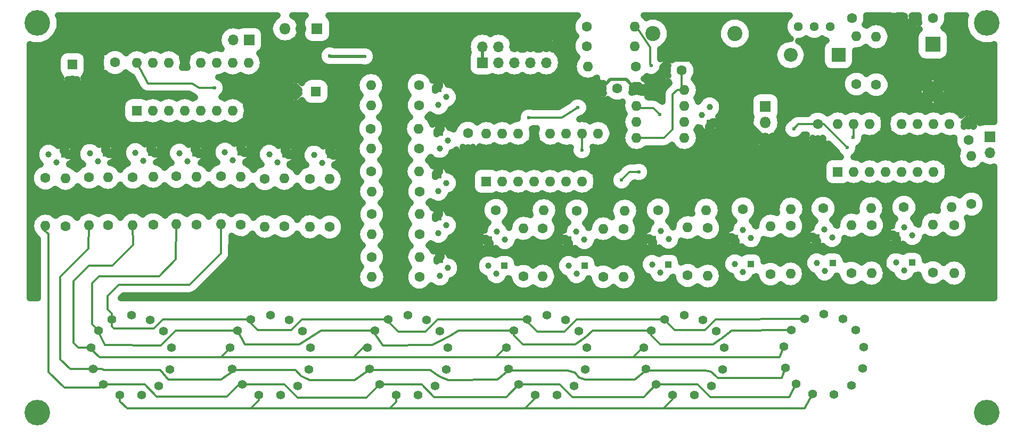
<source format=gbr>
G04 #@! TF.FileFunction,Copper,L1,Top,Signal*
%FSLAX46Y46*%
G04 Gerber Fmt 4.6, Leading zero omitted, Abs format (unit mm)*
G04 Created by KiCad (PCBNEW 4.0.7) date 06/14/20 22:52:28*
%MOMM*%
%LPD*%
G01*
G04 APERTURE LIST*
%ADD10C,0.100000*%
%ADD11C,2.400000*%
%ADD12C,1.600000*%
%ADD13O,1.600000X1.600000*%
%ADD14C,1.440000*%
%ADD15R,1.600000X1.600000*%
%ADD16R,2.200000X2.200000*%
%ADD17O,2.200000X2.200000*%
%ADD18R,1.700000X1.700000*%
%ADD19O,1.700000X1.700000*%
%ADD20C,1.000000*%
%ADD21R,1.000000X1.000000*%
%ADD22R,1.800000X1.800000*%
%ADD23O,1.800000X1.800000*%
%ADD24C,4.064000*%
%ADD25C,1.408000*%
%ADD26R,2.400000X2.400000*%
%ADD27C,0.600000*%
%ADD28C,0.350000*%
%ADD29C,0.500000*%
%ADD30C,1.000000*%
G04 APERTURE END LIST*
D10*
D11*
X212900000Y-53300000D03*
X225900000Y-53300000D03*
D12*
X202425000Y-52200000D03*
D13*
X210045000Y-52200000D03*
D12*
X207250000Y-62000000D03*
X204750000Y-62000000D03*
D14*
X236000000Y-52200000D03*
X238540000Y-52200000D03*
X241080000Y-52200000D03*
D12*
X217500000Y-59150000D03*
X215000000Y-59150000D03*
D15*
X159300000Y-62500000D03*
D12*
X155800000Y-62500000D03*
D15*
X120600000Y-58200000D03*
D12*
X120600000Y-60700000D03*
X257400000Y-50800000D03*
X254900000Y-50800000D03*
D16*
X242400000Y-56700000D03*
D17*
X234780000Y-56700000D03*
D18*
X148700000Y-54300000D03*
D19*
X146160000Y-54300000D03*
D20*
X220660000Y-66240000D03*
X221930000Y-64970000D03*
D21*
X221930000Y-67510000D03*
D12*
X210200000Y-58550000D03*
D13*
X202580000Y-58550000D03*
D12*
X202400000Y-55300000D03*
D13*
X210020000Y-55300000D03*
D12*
X248400000Y-61400000D03*
D13*
X248400000Y-53780000D03*
D12*
X245250000Y-61300000D03*
D13*
X245250000Y-53680000D03*
D12*
X244550000Y-50850000D03*
D13*
X252170000Y-50850000D03*
D22*
X159500000Y-52500000D03*
D23*
X156960000Y-52500000D03*
X154420000Y-52500000D03*
D22*
X230790000Y-64888000D03*
D23*
X230790000Y-67428000D03*
X230790000Y-69968000D03*
D24*
X266000000Y-51600000D03*
X115000000Y-113600000D03*
X266000000Y-113600000D03*
X115000000Y-51600000D03*
D15*
X210300000Y-62250000D03*
D13*
X217920000Y-69870000D03*
X210300000Y-64790000D03*
X217920000Y-67330000D03*
X210300000Y-67330000D03*
X217920000Y-64790000D03*
X210300000Y-69870000D03*
X217920000Y-62250000D03*
D18*
X266510000Y-69680000D03*
D19*
X266510000Y-72220000D03*
D12*
X239110000Y-67700000D03*
X239110000Y-70200000D03*
X183480000Y-69150000D03*
X183480000Y-71650000D03*
X127380000Y-57890000D03*
X124880000Y-57890000D03*
D20*
X146130000Y-73420000D03*
X144860000Y-72150000D03*
D21*
X147400000Y-72150000D03*
D20*
X118080000Y-73770000D03*
X116810000Y-72500000D03*
D21*
X119350000Y-72500000D03*
D20*
X180070000Y-77070000D03*
X178800000Y-78340000D03*
D21*
X178800000Y-75800000D03*
D20*
X214120000Y-84680000D03*
X215390000Y-85950000D03*
D21*
X212850000Y-85950000D03*
D20*
X214055000Y-91270000D03*
X212785000Y-90000000D03*
D21*
X215325000Y-90000000D03*
D20*
X180070000Y-83770000D03*
X178800000Y-85040000D03*
D21*
X178800000Y-82500000D03*
D20*
X153180000Y-73770000D03*
X151910000Y-72500000D03*
D21*
X154450000Y-72500000D03*
D20*
X180270000Y-90570000D03*
X179000000Y-91840000D03*
D21*
X179000000Y-89300000D03*
D20*
X227220000Y-84480000D03*
X228490000Y-85750000D03*
D21*
X225950000Y-85750000D03*
D20*
X138880000Y-73570000D03*
X137610000Y-72300000D03*
D21*
X140150000Y-72300000D03*
D20*
X160280000Y-73870000D03*
X159010000Y-72600000D03*
D21*
X161550000Y-72600000D03*
D20*
X188095000Y-84805000D03*
X189365000Y-86075000D03*
D21*
X186825000Y-86075000D03*
D20*
X227205000Y-91195000D03*
X225935000Y-89925000D03*
D21*
X228475000Y-89925000D03*
D20*
X131880000Y-73520000D03*
X130610000Y-72250000D03*
D21*
X133150000Y-72250000D03*
D20*
X180070000Y-63370000D03*
X178800000Y-64640000D03*
D21*
X178800000Y-62100000D03*
D20*
X188030000Y-91495000D03*
X186760000Y-90225000D03*
D21*
X189300000Y-90225000D03*
D20*
X240120000Y-84430000D03*
X241390000Y-85700000D03*
D21*
X238850000Y-85700000D03*
D20*
X200720000Y-84805000D03*
X201990000Y-86075000D03*
D21*
X199450000Y-86075000D03*
D20*
X124630000Y-73620000D03*
X123360000Y-72350000D03*
D21*
X125900000Y-72350000D03*
D20*
X240205000Y-91045000D03*
X238935000Y-89775000D03*
D21*
X241475000Y-89775000D03*
D20*
X180270000Y-70270000D03*
X179000000Y-71540000D03*
D21*
X179000000Y-69000000D03*
D20*
X200755000Y-91470000D03*
X199485000Y-90200000D03*
D21*
X202025000Y-90200000D03*
D20*
X252870000Y-84130000D03*
X254140000Y-85400000D03*
D21*
X251600000Y-85400000D03*
D20*
X252830000Y-90970000D03*
X251560000Y-89700000D03*
D21*
X254100000Y-89700000D03*
D12*
X147400000Y-83700000D03*
D13*
X147400000Y-76080000D03*
D12*
X119500000Y-83950000D03*
D13*
X119500000Y-76330000D03*
D12*
X168100000Y-75200000D03*
D13*
X175720000Y-75200000D03*
D12*
X213750000Y-81350000D03*
D13*
X221370000Y-81350000D03*
D12*
X218425000Y-91750000D03*
D13*
X218425000Y-84130000D03*
D12*
X144250000Y-76000000D03*
D13*
X144250000Y-83620000D03*
D12*
X116300000Y-76250000D03*
D13*
X116300000Y-83870000D03*
D12*
X175800000Y-78400000D03*
D13*
X168180000Y-78400000D03*
D12*
X221625000Y-84200000D03*
D13*
X221625000Y-91820000D03*
D12*
X168200000Y-82000000D03*
D13*
X175820000Y-82000000D03*
D12*
X154300000Y-83950000D03*
D13*
X154300000Y-76330000D03*
D12*
X168200000Y-88800000D03*
D13*
X175820000Y-88800000D03*
D12*
X227225000Y-81175000D03*
D13*
X234845000Y-81175000D03*
D12*
X175800000Y-85200000D03*
D13*
X168180000Y-85200000D03*
D12*
X151200000Y-76350000D03*
D13*
X151200000Y-83970000D03*
D12*
X175800000Y-92000000D03*
D13*
X168180000Y-92000000D03*
D12*
X140350000Y-83650000D03*
D13*
X140350000Y-76030000D03*
D12*
X161500000Y-84050000D03*
D13*
X161500000Y-76430000D03*
D12*
X187950000Y-81375000D03*
D13*
X195570000Y-81375000D03*
D12*
X231600000Y-91525000D03*
D13*
X231600000Y-83905000D03*
D12*
X234800000Y-83875000D03*
D13*
X234800000Y-91495000D03*
D12*
X137150000Y-76000000D03*
D13*
X137150000Y-83620000D03*
D12*
X158350000Y-76400000D03*
D13*
X158350000Y-84020000D03*
D12*
X192350000Y-91875000D03*
D13*
X192350000Y-84255000D03*
D12*
X133450000Y-83650000D03*
D13*
X133450000Y-76030000D03*
D12*
X175700000Y-61500000D03*
D13*
X168080000Y-61500000D03*
D12*
X195400000Y-84275000D03*
D13*
X195400000Y-91895000D03*
D12*
X239950000Y-81075000D03*
D13*
X247570000Y-81075000D03*
D12*
X130200000Y-76100000D03*
D13*
X130200000Y-83720000D03*
D12*
X175700000Y-64700000D03*
D13*
X168080000Y-64700000D03*
D12*
X200800000Y-81450000D03*
D13*
X208420000Y-81450000D03*
D12*
X244475000Y-91375000D03*
D13*
X244475000Y-83755000D03*
D12*
X126250000Y-83750000D03*
D13*
X126250000Y-76130000D03*
D12*
X168000000Y-68400000D03*
D13*
X175620000Y-68400000D03*
D12*
X247650000Y-83750000D03*
D13*
X247650000Y-91370000D03*
D12*
X205000000Y-91950000D03*
D13*
X205000000Y-84330000D03*
D12*
X252800000Y-80900000D03*
D13*
X260420000Y-80900000D03*
D12*
X123250000Y-76150000D03*
D13*
X123250000Y-83770000D03*
D12*
X208250000Y-84350000D03*
D13*
X208250000Y-91970000D03*
D12*
X175700000Y-71600000D03*
D13*
X168080000Y-71600000D03*
D12*
X257400000Y-91300000D03*
D13*
X257400000Y-83680000D03*
D12*
X260800000Y-83750000D03*
D13*
X260800000Y-91370000D03*
D15*
X130850000Y-65550000D03*
D13*
X148630000Y-57930000D03*
X133390000Y-65550000D03*
X146090000Y-57930000D03*
X135930000Y-65550000D03*
X143550000Y-57930000D03*
X138470000Y-65550000D03*
X141010000Y-57930000D03*
X141010000Y-65550000D03*
X138470000Y-57930000D03*
X143550000Y-65550000D03*
X135930000Y-57930000D03*
X146090000Y-65550000D03*
X133390000Y-57930000D03*
X148630000Y-65550000D03*
X130850000Y-57930000D03*
D15*
X186425000Y-76775000D03*
D13*
X204205000Y-69155000D03*
X188965000Y-76775000D03*
X201665000Y-69155000D03*
X191505000Y-76775000D03*
X199125000Y-69155000D03*
X194045000Y-76775000D03*
X196585000Y-69155000D03*
X196585000Y-76775000D03*
X194045000Y-69155000D03*
X199125000Y-76775000D03*
X191505000Y-69155000D03*
X201665000Y-76775000D03*
X188965000Y-69155000D03*
X204205000Y-76775000D03*
X186425000Y-69155000D03*
D15*
X242300000Y-75250000D03*
D13*
X260080000Y-67630000D03*
X244840000Y-75250000D03*
X257540000Y-67630000D03*
X247380000Y-75250000D03*
X255000000Y-67630000D03*
X249920000Y-75250000D03*
X252460000Y-67630000D03*
X252460000Y-75250000D03*
X249920000Y-67630000D03*
X255000000Y-75250000D03*
X247380000Y-67630000D03*
X257540000Y-75250000D03*
X244840000Y-67630000D03*
X260080000Y-75250000D03*
X242300000Y-67630000D03*
D25*
X244448000Y-109246000D03*
X241721000Y-110643000D03*
X246450000Y-103130000D03*
X246220000Y-106554000D03*
X235631000Y-108994000D03*
X234011000Y-106463000D03*
X240100000Y-97923000D03*
X234868000Y-100427000D03*
X233707000Y-103093000D03*
X245180000Y-100463000D03*
X236996000Y-98648000D03*
X238278000Y-110613000D03*
X243078000Y-98675000D03*
X222234000Y-109358000D03*
X219507000Y-110755000D03*
X224236000Y-103242000D03*
X224006000Y-106666000D03*
X213417000Y-109106000D03*
X211797000Y-106575000D03*
X217886000Y-98035000D03*
X212654000Y-100539000D03*
X211493000Y-103205000D03*
X222966000Y-100575000D03*
X214782000Y-98760000D03*
X216064000Y-110725000D03*
X220864000Y-98787000D03*
X156448000Y-109358000D03*
X153721000Y-110755000D03*
X158450000Y-103242000D03*
X158220000Y-106666000D03*
X147631000Y-109106000D03*
X146011000Y-106575000D03*
X152100000Y-98035000D03*
X146868000Y-100539000D03*
X145707000Y-103205000D03*
X157180000Y-100575000D03*
X148996000Y-98760000D03*
X150278000Y-110725000D03*
X155078000Y-98787000D03*
X134350000Y-109358000D03*
X131623000Y-110755000D03*
X136352000Y-103242000D03*
X136122000Y-106666000D03*
X125533000Y-109106000D03*
X123913000Y-106575000D03*
X130002000Y-98035000D03*
X124770000Y-100539000D03*
X123609000Y-103205000D03*
X135082000Y-100575000D03*
X126898000Y-98760000D03*
X128180000Y-110725000D03*
X132980000Y-98787000D03*
X178292000Y-109358000D03*
X175565000Y-110755000D03*
X180294000Y-103242000D03*
X180064000Y-106666000D03*
X169475000Y-109106000D03*
X167855000Y-106575000D03*
X173944000Y-98035000D03*
X168712000Y-100539000D03*
X167551000Y-103205000D03*
X179024000Y-100575000D03*
X170840000Y-98760000D03*
X172122000Y-110725000D03*
X176922000Y-98787000D03*
X200390000Y-109358000D03*
X197663000Y-110755000D03*
X202392000Y-103242000D03*
X202162000Y-106666000D03*
X191573000Y-109106000D03*
X189953000Y-106575000D03*
X196042000Y-98035000D03*
X190810000Y-100539000D03*
X189649000Y-103205000D03*
X201122000Y-100575000D03*
X192938000Y-98760000D03*
X194220000Y-110725000D03*
X199020000Y-98787000D03*
D26*
X257400000Y-55000000D03*
D11*
X257400000Y-62500000D03*
D12*
X263100000Y-70250000D03*
X263100000Y-67750000D03*
X263550000Y-80400000D03*
D13*
X263550000Y-72780000D03*
D18*
X185800000Y-57900000D03*
D19*
X185800000Y-55360000D03*
X188340000Y-57900000D03*
X188340000Y-55360000D03*
X190880000Y-57900000D03*
X190880000Y-55360000D03*
X193420000Y-57900000D03*
X193420000Y-55360000D03*
X195960000Y-57900000D03*
X195960000Y-55360000D03*
D27*
X243800000Y-71400000D03*
X201600000Y-71800000D03*
X143210000Y-61920000D03*
X235300000Y-68400000D03*
X210700000Y-75300000D03*
X207900000Y-76600000D03*
X214026000Y-66158000D03*
X167100000Y-56900000D03*
X161500000Y-56800000D03*
X212650000Y-58390000D03*
X244720000Y-69770000D03*
X200975000Y-65050000D03*
X193198000Y-66666000D03*
D28*
X240100000Y-67700000D02*
X243800000Y-71400000D01*
X239110000Y-67700000D02*
X240100000Y-67700000D01*
X201665000Y-69155000D02*
X201665000Y-71735000D01*
X201665000Y-71735000D02*
X201600000Y-71800000D01*
X132588871Y-61197745D02*
X130850000Y-57930000D01*
X143210000Y-61920000D02*
X143170000Y-61880000D01*
X143170000Y-61880000D02*
X140750000Y-61880000D01*
X140750000Y-61880000D02*
X139638871Y-61197745D01*
X139638871Y-61197745D02*
X132588871Y-61197745D01*
X236000000Y-67700000D02*
X239110000Y-67700000D01*
X235300000Y-68400000D02*
X236000000Y-67700000D01*
X209200000Y-75300000D02*
X210700000Y-75300000D01*
X207900000Y-76600000D02*
X209200000Y-75300000D01*
D29*
X215000000Y-59150000D02*
X215000000Y-58072000D01*
X227996000Y-67174000D02*
X230514000Y-69692000D01*
X226980000Y-66158000D02*
X227996000Y-67174000D01*
X226980000Y-61332000D02*
X226980000Y-66158000D01*
X223170000Y-57522000D02*
X226980000Y-61332000D01*
X215550000Y-57522000D02*
X223170000Y-57522000D01*
X215000000Y-58072000D02*
X215550000Y-57522000D01*
X230514000Y-69692000D02*
X230790000Y-69968000D01*
X221930000Y-67510000D02*
X230730000Y-70028000D01*
X230730000Y-70028000D02*
X230790000Y-69968000D01*
X215000000Y-59150000D02*
X215000000Y-59850000D01*
X215000000Y-59850000D02*
X212600000Y-62250000D01*
X212600000Y-62250000D02*
X210300000Y-62250000D01*
X204750000Y-62000000D02*
X204750000Y-61972000D01*
X204750000Y-61972000D02*
X206152000Y-60570000D01*
X206152000Y-60570000D02*
X208620000Y-60570000D01*
X208620000Y-60570000D02*
X210300000Y-62250000D01*
D28*
X231270000Y-70548000D02*
X231190000Y-70548000D01*
X179000000Y-89300000D02*
X179000000Y-88350000D01*
X179000000Y-88350000D02*
X178750000Y-88100000D01*
X178800000Y-82500000D02*
X178800000Y-81150000D01*
X178800000Y-81150000D02*
X178750000Y-81100000D01*
X178800000Y-75800000D02*
X178800000Y-74800000D01*
X178800000Y-74800000D02*
X179000000Y-74600000D01*
X179000000Y-69000000D02*
X179000000Y-67850000D01*
X179000000Y-67850000D02*
X178750000Y-67600000D01*
X178800000Y-62100000D02*
X178800000Y-60650000D01*
X178800000Y-60650000D02*
X178750000Y-60600000D01*
X161550000Y-72600000D02*
X163000000Y-72600000D01*
X163000000Y-72600000D02*
X163250000Y-72350000D01*
X154450000Y-72500000D02*
X155850000Y-72500000D01*
X155850000Y-72500000D02*
X156250000Y-72100000D01*
X147400000Y-72150000D02*
X148800000Y-72150000D01*
X148800000Y-72150000D02*
X149000000Y-72350000D01*
X140150000Y-72300000D02*
X141800000Y-72300000D01*
X141800000Y-72300000D02*
X142000000Y-72100000D01*
X133150000Y-72250000D02*
X134350000Y-72250000D01*
X134350000Y-72250000D02*
X134500000Y-72100000D01*
X119350000Y-72500000D02*
X120600000Y-72500000D01*
X120600000Y-72500000D02*
X120750000Y-72350000D01*
X125900000Y-72350000D02*
X127500000Y-72350000D01*
X127500000Y-72350000D02*
X127750000Y-72100000D01*
X251600000Y-85400000D02*
X250050000Y-85400000D01*
X250050000Y-85400000D02*
X249750000Y-85100000D01*
X238850000Y-85700000D02*
X237100000Y-85700000D01*
X237100000Y-85700000D02*
X236750000Y-85350000D01*
X225950000Y-85750000D02*
X224150000Y-85750000D01*
X224150000Y-85750000D02*
X224000000Y-85600000D01*
X212850000Y-85950000D02*
X210850000Y-85950000D01*
X210850000Y-85950000D02*
X210500000Y-85600000D01*
X186825000Y-86075000D02*
X185475000Y-86075000D01*
X185475000Y-86075000D02*
X185000000Y-85600000D01*
X199450000Y-86075000D02*
X197475000Y-86075000D01*
X197475000Y-86075000D02*
X197250000Y-85850000D01*
X213010000Y-65142000D02*
X210652000Y-65142000D01*
X214026000Y-66158000D02*
X213010000Y-65142000D01*
X210652000Y-65142000D02*
X210300000Y-64790000D01*
D29*
X185800000Y-57900000D02*
X185800000Y-55360000D01*
D28*
X217920000Y-62250000D02*
X216780000Y-62250000D01*
X214670000Y-69870000D02*
X210300000Y-69870000D01*
X216060000Y-68480000D02*
X214670000Y-69870000D01*
X216060000Y-62970000D02*
X216060000Y-68480000D01*
X216780000Y-62250000D02*
X216060000Y-62970000D01*
X217500000Y-59150000D02*
X217500000Y-61830000D01*
X217500000Y-61830000D02*
X217920000Y-62250000D01*
D29*
X161600000Y-56900000D02*
X167100000Y-56900000D01*
X161500000Y-56800000D02*
X161600000Y-56900000D01*
D28*
X212430000Y-55500000D02*
X210255000Y-52200000D01*
X212430000Y-58170000D02*
X212430000Y-55500000D01*
X212650000Y-58390000D02*
X212430000Y-58170000D01*
X210255000Y-52200000D02*
X210045000Y-52200000D01*
X144250000Y-83620000D02*
X144200000Y-88250000D01*
X126898000Y-97798000D02*
X126898000Y-98760000D01*
X126200000Y-97100000D02*
X126898000Y-97798000D01*
X126200000Y-95050000D02*
X126200000Y-97100000D01*
X128000000Y-93250000D02*
X126200000Y-95050000D01*
X139200000Y-93250000D02*
X128000000Y-93250000D01*
X144200000Y-88250000D02*
X139200000Y-93250000D01*
X214782000Y-98760000D02*
X214782000Y-98868000D01*
X214782000Y-98868000D02*
X216362000Y-100448000D01*
X222876000Y-98760000D02*
X236996000Y-98648000D01*
X221188000Y-100448000D02*
X222876000Y-98760000D01*
X216362000Y-100448000D02*
X221188000Y-100448000D01*
X192938000Y-98760000D02*
X192938000Y-99122000D01*
X192938000Y-99122000D02*
X194518000Y-100702000D01*
X200778000Y-98760000D02*
X214782000Y-98760000D01*
X198836000Y-100702000D02*
X200778000Y-98760000D01*
X194518000Y-100702000D02*
X198836000Y-100702000D01*
X170840000Y-98760000D02*
X170840000Y-99122000D01*
X170840000Y-99122000D02*
X172420000Y-100702000D01*
X178680000Y-98760000D02*
X192938000Y-98760000D01*
X176738000Y-100702000D02*
X178680000Y-98760000D01*
X172420000Y-100702000D02*
X176738000Y-100702000D01*
X148996000Y-98760000D02*
X148996000Y-99376000D01*
X148996000Y-99376000D02*
X150068000Y-100448000D01*
X157090000Y-98760000D02*
X170840000Y-98760000D01*
X155402000Y-100448000D02*
X157090000Y-98760000D01*
X150068000Y-100448000D02*
X155402000Y-100448000D01*
X126898000Y-98760000D02*
X126898000Y-99884000D01*
X134992000Y-98760000D02*
X148996000Y-98760000D01*
X133558000Y-100194000D02*
X134992000Y-98760000D01*
X127208000Y-100194000D02*
X133558000Y-100194000D01*
X126898000Y-99884000D02*
X127208000Y-100194000D01*
X116300000Y-83870000D02*
X116000000Y-84500000D01*
X119300000Y-109600000D02*
X125039000Y-109600000D01*
X116800000Y-107100000D02*
X119300000Y-109600000D01*
X116800000Y-85100000D02*
X116800000Y-107100000D01*
X116000000Y-84500000D02*
X116800000Y-85100000D01*
X125039000Y-109600000D02*
X125533000Y-109106000D01*
X213417000Y-109106000D02*
X220006000Y-109106000D01*
X234537000Y-111100000D02*
X235631000Y-108994000D01*
X222000000Y-111100000D02*
X234537000Y-111100000D01*
X220006000Y-109106000D02*
X222000000Y-111100000D01*
X191573000Y-109106000D02*
X198106000Y-109106000D01*
X211423000Y-111100000D02*
X213417000Y-109106000D01*
X200100000Y-111100000D02*
X211423000Y-111100000D01*
X198106000Y-109106000D02*
X200100000Y-111100000D01*
X169475000Y-109106000D02*
X176106000Y-109106000D01*
X189579000Y-111100000D02*
X191573000Y-109106000D01*
X178100000Y-111100000D02*
X189579000Y-111100000D01*
X176106000Y-109106000D02*
X178100000Y-111100000D01*
X147631000Y-109106000D02*
X154306000Y-109106000D01*
X167381000Y-111200000D02*
X169475000Y-109106000D01*
X156400000Y-111200000D02*
X167381000Y-111200000D01*
X154306000Y-109106000D02*
X156400000Y-111200000D01*
X125533000Y-109106000D02*
X132106000Y-109106000D01*
X145200000Y-111000000D02*
X147094000Y-109106000D01*
X134000000Y-111000000D02*
X145200000Y-111000000D01*
X132106000Y-109106000D02*
X134000000Y-111000000D01*
X147094000Y-109106000D02*
X147631000Y-109106000D01*
X150278000Y-110725000D02*
X150278000Y-111622000D01*
X150278000Y-111622000D02*
X149000000Y-112900000D01*
X172122000Y-110725000D02*
X172122000Y-111878000D01*
X172122000Y-111878000D02*
X171100000Y-112900000D01*
X194220000Y-110725000D02*
X194220000Y-111280000D01*
X194220000Y-111280000D02*
X192600000Y-112900000D01*
X216064000Y-110725000D02*
X216064000Y-111436000D01*
X216064000Y-111436000D02*
X214600000Y-112900000D01*
X128180000Y-110725000D02*
X128180000Y-111780000D01*
X237003000Y-112900000D02*
X238278000Y-110613000D01*
X129300000Y-112900000D02*
X149000000Y-112900000D01*
X149000000Y-112900000D02*
X171100000Y-112900000D01*
X171100000Y-112900000D02*
X192600000Y-112900000D01*
X192600000Y-112900000D02*
X214600000Y-112900000D01*
X214600000Y-112900000D02*
X237003000Y-112900000D01*
X128180000Y-111780000D02*
X129300000Y-112900000D01*
X244840000Y-67630000D02*
X244840000Y-69650000D01*
X244840000Y-69650000D02*
X244720000Y-69770000D01*
X137150000Y-83620000D02*
X137050000Y-89200000D01*
X123750000Y-99519000D02*
X124770000Y-100539000D01*
X123750000Y-92950000D02*
X123750000Y-99519000D01*
X124850000Y-91850000D02*
X123750000Y-92950000D01*
X134400000Y-91850000D02*
X124850000Y-91850000D01*
X137050000Y-89200000D02*
X134400000Y-91850000D01*
X212654000Y-100539000D02*
X212654000Y-101312000D01*
X225415000Y-100539000D02*
X234868000Y-100427000D01*
X223850000Y-101750000D02*
X225415000Y-100539000D01*
X223625000Y-101875000D02*
X223850000Y-101750000D01*
X222458000Y-102734000D02*
X223625000Y-101875000D01*
X214076000Y-102734000D02*
X222458000Y-102734000D01*
X212654000Y-101312000D02*
X214076000Y-102734000D01*
X190810000Y-100539000D02*
X190810000Y-101312000D01*
X203317000Y-100539000D02*
X212654000Y-100539000D01*
X202200000Y-101525000D02*
X203317000Y-100539000D01*
X201850000Y-101800000D02*
X202200000Y-101525000D01*
X200500000Y-102725000D02*
X201850000Y-101800000D01*
X192232000Y-102734000D02*
X200500000Y-102725000D01*
X190810000Y-101312000D02*
X192232000Y-102734000D01*
X168712000Y-100539000D02*
X168712000Y-101058000D01*
X168712000Y-101058000D02*
X169934000Y-102880000D01*
X181981000Y-100539000D02*
X190810000Y-100539000D01*
X180650000Y-101350000D02*
X181981000Y-100539000D01*
X179825000Y-101775000D02*
X180650000Y-101350000D01*
X177800000Y-102800000D02*
X179825000Y-101775000D01*
X169934000Y-102880000D02*
X177800000Y-102800000D01*
X146868000Y-100539000D02*
X146868000Y-100550000D01*
X146868000Y-100550000D02*
X147998000Y-102680000D01*
X160150000Y-100550000D02*
X168712000Y-100539000D01*
X156634000Y-102680000D02*
X160150000Y-100550000D01*
X147998000Y-102680000D02*
X156634000Y-102680000D01*
X124770000Y-100539000D02*
X124770000Y-100804000D01*
X124770000Y-100804000D02*
X125800000Y-102800000D01*
X125800000Y-102800000D02*
X134682000Y-102880000D01*
X134682000Y-102880000D02*
X137023000Y-100539000D01*
X137023000Y-100539000D02*
X146868000Y-100539000D01*
X130200000Y-83720000D02*
X130250000Y-86900000D01*
X121505000Y-103205000D02*
X123609000Y-103205000D01*
X120800000Y-102500000D02*
X121505000Y-103205000D01*
X120800000Y-92650000D02*
X120800000Y-102500000D01*
X123250000Y-90200000D02*
X120800000Y-92650000D01*
X126950000Y-90200000D02*
X123250000Y-90200000D01*
X130250000Y-86900000D02*
X126950000Y-90200000D01*
X145707000Y-103205000D02*
X145707000Y-103285000D01*
X145707000Y-103285000D02*
X144226000Y-104766000D01*
X167551000Y-103205000D02*
X166869000Y-103205000D01*
X166869000Y-103205000D02*
X165308000Y-104766000D01*
X189649000Y-103205000D02*
X189475000Y-103205000D01*
X189475000Y-103205000D02*
X187914000Y-104766000D01*
X211493000Y-103205000D02*
X211319000Y-103205000D01*
X211319000Y-103205000D02*
X209758000Y-104766000D01*
X123609000Y-103205000D02*
X123609000Y-103453000D01*
X123609000Y-103453000D02*
X124922000Y-104766000D01*
X124922000Y-104766000D02*
X144226000Y-104766000D01*
X144226000Y-104766000D02*
X165308000Y-104766000D01*
X165308000Y-104766000D02*
X187914000Y-104766000D01*
X187914000Y-104766000D02*
X209758000Y-104766000D01*
X209758000Y-104766000D02*
X233046000Y-104766000D01*
X233046000Y-104766000D02*
X233707000Y-103093000D01*
X123250000Y-83770000D02*
X123150000Y-87500000D01*
X120225000Y-106575000D02*
X123913000Y-106575000D01*
X118700000Y-105050000D02*
X120225000Y-106575000D01*
X118700000Y-91950000D02*
X118700000Y-105050000D01*
X123150000Y-87500000D02*
X118700000Y-91950000D01*
X211797000Y-106875000D02*
X221219000Y-106875000D01*
X233418000Y-108068000D02*
X234011000Y-106463000D01*
X223220000Y-108068000D02*
X233418000Y-108068000D01*
X222966000Y-107814000D02*
X223220000Y-108068000D01*
X222100000Y-107000000D02*
X222966000Y-107814000D01*
X221219000Y-106875000D02*
X222100000Y-107000000D01*
X189953000Y-106875000D02*
X199375000Y-106875000D01*
X210050000Y-108322000D02*
X211797000Y-106875000D01*
X202100000Y-108325000D02*
X210050000Y-108322000D01*
X201100000Y-107950000D02*
X202100000Y-108325000D01*
X200500000Y-107200000D02*
X201100000Y-107950000D01*
X199375000Y-106875000D02*
X200500000Y-107200000D01*
X167800000Y-106800000D02*
X177500000Y-106800000D01*
X188206000Y-108322000D02*
X189953000Y-106875000D01*
X180350000Y-108375000D02*
X188206000Y-108322000D01*
X179100000Y-107925000D02*
X180350000Y-108375000D01*
X178475000Y-107450000D02*
X179100000Y-107925000D01*
X177500000Y-106800000D02*
X178475000Y-107450000D01*
X146411000Y-106775000D02*
X156087000Y-106775000D01*
X165500000Y-108400000D02*
X167800000Y-106800000D01*
X158400000Y-108425000D02*
X165500000Y-108400000D01*
X157775000Y-108125000D02*
X158400000Y-108425000D01*
X156950000Y-107750000D02*
X157775000Y-108125000D01*
X156087000Y-106775000D02*
X156950000Y-107750000D01*
X123913000Y-106575000D02*
X125207000Y-106575000D01*
X144264000Y-108322000D02*
X146411000Y-106775000D01*
X135844000Y-108322000D02*
X144264000Y-108322000D01*
X134536000Y-106814000D02*
X135844000Y-108322000D01*
X125646000Y-106814000D02*
X134536000Y-106814000D01*
X125207000Y-106575000D02*
X125646000Y-106814000D01*
X198434000Y-66666000D02*
X193198000Y-66666000D01*
X200975000Y-65050000D02*
X198434000Y-66666000D01*
D30*
G36*
X152675925Y-50802944D02*
X152155670Y-51581560D01*
X151972981Y-52500000D01*
X152155670Y-53418440D01*
X152675925Y-54197056D01*
X153454541Y-54717311D01*
X154372981Y-54900000D01*
X154467019Y-54900000D01*
X155385459Y-54717311D01*
X156147154Y-54208362D01*
X156225479Y-54260978D01*
X156510000Y-54102202D01*
X156510000Y-53679343D01*
X156684330Y-53418440D01*
X156867019Y-52500000D01*
X156684330Y-51581560D01*
X156510000Y-51320657D01*
X156510000Y-50897798D01*
X156225479Y-50739022D01*
X156147154Y-50791638D01*
X155598442Y-50425000D01*
X157655944Y-50425000D01*
X157533604Y-50503724D01*
X157191108Y-51004983D01*
X157070614Y-51600000D01*
X157070614Y-53400000D01*
X157175207Y-53955867D01*
X157503724Y-54466396D01*
X158004983Y-54808892D01*
X158600000Y-54929386D01*
X160400000Y-54929386D01*
X160955867Y-54824793D01*
X161466396Y-54496276D01*
X161808892Y-53995017D01*
X161929386Y-53400000D01*
X161929386Y-51600000D01*
X161824793Y-51044133D01*
X161496276Y-50533604D01*
X161337329Y-50425000D01*
X200947567Y-50425000D01*
X200476292Y-50895453D01*
X200125400Y-51740495D01*
X200124601Y-52655491D01*
X200474018Y-53501143D01*
X200709829Y-53737367D01*
X200451292Y-53995453D01*
X200100400Y-54840495D01*
X200099601Y-55755491D01*
X200449018Y-56601143D01*
X200853410Y-57006242D01*
X200410017Y-57669828D01*
X200234940Y-58550000D01*
X200410017Y-59430172D01*
X200908594Y-60176346D01*
X201654768Y-60674923D01*
X202534940Y-60850000D01*
X202625060Y-60850000D01*
X203505232Y-60674923D01*
X204009308Y-60338110D01*
X203943664Y-60627979D01*
X204750000Y-61434315D01*
X205032843Y-61151472D01*
X205088730Y-61207359D01*
X204950400Y-61540495D01*
X204949601Y-62455491D01*
X205088857Y-62792514D01*
X205032843Y-62848528D01*
X204750000Y-62565685D01*
X203943664Y-63372021D01*
X204015887Y-63690940D01*
X204718863Y-63843157D01*
X205108294Y-63772511D01*
X205339460Y-64003677D01*
X205670182Y-63672955D01*
X205945453Y-63948708D01*
X206790495Y-64299600D01*
X207705491Y-64300399D01*
X208083387Y-64144255D01*
X207954940Y-64790000D01*
X208130017Y-65670172D01*
X208390491Y-66060000D01*
X208130017Y-66449828D01*
X207954940Y-67330000D01*
X208130017Y-68210172D01*
X208390491Y-68600000D01*
X208130017Y-68989828D01*
X207954940Y-69870000D01*
X208130017Y-70750172D01*
X208628594Y-71496346D01*
X209374768Y-71994923D01*
X210254940Y-72170000D01*
X210345060Y-72170000D01*
X211225232Y-71994923D01*
X211898590Y-71545000D01*
X214670000Y-71545000D01*
X215310995Y-71417498D01*
X215854404Y-71054404D01*
X215913687Y-70995121D01*
X216248594Y-71496346D01*
X216994768Y-71994923D01*
X217874940Y-72170000D01*
X217965060Y-72170000D01*
X218845232Y-71994923D01*
X219591406Y-71496346D01*
X220089983Y-70750172D01*
X220099461Y-70702521D01*
X229029022Y-70702521D01*
X229444157Y-71320506D01*
X230055483Y-71728952D01*
X230340000Y-71561686D01*
X230340000Y-70418000D01*
X231240000Y-70418000D01*
X231240000Y-71561686D01*
X231524517Y-71728952D01*
X231759397Y-71572021D01*
X238303664Y-71572021D01*
X238375887Y-71890940D01*
X239078863Y-72043157D01*
X239786580Y-71914771D01*
X239844113Y-71890940D01*
X239916336Y-71572021D01*
X239110000Y-70765685D01*
X238303664Y-71572021D01*
X231759397Y-71572021D01*
X232135843Y-71320506D01*
X232550978Y-70702521D01*
X232392202Y-70418000D01*
X231240000Y-70418000D01*
X230340000Y-70418000D01*
X229187798Y-70418000D01*
X229029022Y-70702521D01*
X220099461Y-70702521D01*
X220265060Y-69870000D01*
X220089983Y-68989828D01*
X219829509Y-68600000D01*
X220089983Y-68210172D01*
X220097571Y-68172027D01*
X220260430Y-68239652D01*
X220422000Y-68239793D01*
X220422000Y-68510002D01*
X220546057Y-68510002D01*
X220575459Y-68580986D01*
X220859014Y-68864541D01*
X221229496Y-69018000D01*
X221428000Y-69018000D01*
X221680000Y-68766000D01*
X221680000Y-67982547D01*
X221791429Y-67936506D01*
X221968243Y-67760000D01*
X222180000Y-67760000D01*
X222180000Y-68766000D01*
X222432000Y-69018000D01*
X222630504Y-69018000D01*
X223000986Y-68864541D01*
X223284541Y-68580986D01*
X223438000Y-68210503D01*
X223438000Y-68012000D01*
X223186000Y-67760000D01*
X222180000Y-67760000D01*
X221968243Y-67760000D01*
X222354529Y-67374388D01*
X222402027Y-67260000D01*
X223186000Y-67260000D01*
X223438000Y-67008000D01*
X223438000Y-66809497D01*
X223285939Y-66442388D01*
X223624529Y-66104388D01*
X223929652Y-65369570D01*
X223930346Y-64573921D01*
X223688249Y-63988000D01*
X228360614Y-63988000D01*
X228360614Y-65788000D01*
X228465207Y-66343867D01*
X228565341Y-66499480D01*
X228390000Y-67380981D01*
X228390000Y-67475019D01*
X228572689Y-68393459D01*
X229081638Y-69155154D01*
X229029022Y-69233479D01*
X229187798Y-69518000D01*
X229610657Y-69518000D01*
X229871560Y-69692330D01*
X230790000Y-69875019D01*
X231708440Y-69692330D01*
X231969343Y-69518000D01*
X232392202Y-69518000D01*
X232550978Y-69233479D01*
X232498362Y-69155154D01*
X232764753Y-68756471D01*
X233499688Y-68756471D01*
X233773145Y-69418286D01*
X234279051Y-69925076D01*
X234940387Y-70199687D01*
X235656471Y-70200312D01*
X236318286Y-69926855D01*
X236825076Y-69420949D01*
X236844156Y-69375000D01*
X237341863Y-69375000D01*
X237106323Y-69610540D01*
X237337649Y-69841866D01*
X237266843Y-70168863D01*
X237395229Y-70876580D01*
X237419060Y-70934113D01*
X237737979Y-71006336D01*
X238544315Y-70200000D01*
X238261472Y-69917157D01*
X238317359Y-69861270D01*
X238650495Y-69999600D01*
X239565491Y-70000399D01*
X239895312Y-69864120D01*
X239953439Y-69922247D01*
X239675685Y-70200000D01*
X240482021Y-71006336D01*
X240800940Y-70934113D01*
X240830196Y-70799004D01*
X242148983Y-72117791D01*
X242273145Y-72418286D01*
X242774597Y-72920614D01*
X241500000Y-72920614D01*
X240944133Y-73025207D01*
X240433604Y-73353724D01*
X240091108Y-73854983D01*
X239970614Y-74450000D01*
X239970614Y-76050000D01*
X240075207Y-76605867D01*
X240403724Y-77116396D01*
X240904983Y-77458892D01*
X241500000Y-77579386D01*
X243100000Y-77579386D01*
X243655867Y-77474793D01*
X243852496Y-77348266D01*
X243959828Y-77419983D01*
X244840000Y-77595060D01*
X245720172Y-77419983D01*
X246110000Y-77159509D01*
X246499828Y-77419983D01*
X247380000Y-77595060D01*
X248260172Y-77419983D01*
X248650000Y-77159509D01*
X249039828Y-77419983D01*
X249920000Y-77595060D01*
X250800172Y-77419983D01*
X251190000Y-77159509D01*
X251579828Y-77419983D01*
X252460000Y-77595060D01*
X253340172Y-77419983D01*
X253730000Y-77159509D01*
X254119828Y-77419983D01*
X255000000Y-77595060D01*
X255880172Y-77419983D01*
X256270000Y-77159509D01*
X256659828Y-77419983D01*
X257540000Y-77595060D01*
X258420172Y-77419983D01*
X259166346Y-76921406D01*
X259234004Y-76820149D01*
X259367210Y-76911591D01*
X259409100Y-76928915D01*
X259680000Y-76753707D01*
X259680000Y-76099435D01*
X259769398Y-75650000D01*
X260480000Y-75650000D01*
X260480000Y-76753707D01*
X260750900Y-76928915D01*
X260792790Y-76911591D01*
X261374395Y-76512337D01*
X261758941Y-75920904D01*
X261591223Y-75650000D01*
X260480000Y-75650000D01*
X259769398Y-75650000D01*
X259840000Y-75295060D01*
X259840000Y-75204940D01*
X259680000Y-74400565D01*
X259680000Y-73746293D01*
X260480000Y-73746293D01*
X260480000Y-74850000D01*
X261591223Y-74850000D01*
X261758941Y-74579096D01*
X261374395Y-73987663D01*
X260792790Y-73588409D01*
X260750900Y-73571085D01*
X260480000Y-73746293D01*
X259680000Y-73746293D01*
X259409100Y-73571085D01*
X259367210Y-73588409D01*
X259234004Y-73679851D01*
X259166346Y-73578594D01*
X258420172Y-73080017D01*
X257540000Y-72904940D01*
X256659828Y-73080017D01*
X256270000Y-73340491D01*
X255880172Y-73080017D01*
X255000000Y-72904940D01*
X254119828Y-73080017D01*
X253730000Y-73340491D01*
X253340172Y-73080017D01*
X252460000Y-72904940D01*
X251579828Y-73080017D01*
X251190000Y-73340491D01*
X250800172Y-73080017D01*
X249920000Y-72904940D01*
X249039828Y-73080017D01*
X248650000Y-73340491D01*
X248260172Y-73080017D01*
X247380000Y-72904940D01*
X246499828Y-73080017D01*
X246110000Y-73340491D01*
X245720172Y-73080017D01*
X244840200Y-72904980D01*
X245325076Y-72420949D01*
X245599687Y-71759613D01*
X245600041Y-71353977D01*
X245738286Y-71296855D01*
X246245076Y-70790949D01*
X246519687Y-70129613D01*
X246519971Y-69803990D01*
X247380000Y-69975060D01*
X248260172Y-69799983D01*
X249006346Y-69301406D01*
X249074004Y-69200149D01*
X249207210Y-69291591D01*
X249249100Y-69308915D01*
X249520000Y-69133707D01*
X249520000Y-68479435D01*
X249680000Y-67675060D01*
X249680000Y-67584940D01*
X249520000Y-66780565D01*
X249520000Y-66126293D01*
X249249100Y-65951085D01*
X249207210Y-65968409D01*
X249074004Y-66059851D01*
X249006346Y-65958594D01*
X248260172Y-65460017D01*
X247380000Y-65284940D01*
X246499828Y-65460017D01*
X246110000Y-65720491D01*
X245720172Y-65460017D01*
X244840000Y-65284940D01*
X243959828Y-65460017D01*
X243570000Y-65720491D01*
X243180172Y-65460017D01*
X242300000Y-65284940D01*
X241419828Y-65460017D01*
X240673654Y-65958594D01*
X240652737Y-65989898D01*
X240414547Y-65751292D01*
X239569505Y-65400400D01*
X238654509Y-65399601D01*
X237808857Y-65749018D01*
X237532393Y-66025000D01*
X236000000Y-66025000D01*
X235359005Y-66152502D01*
X234815596Y-66515596D01*
X234582209Y-66748983D01*
X234281714Y-66873145D01*
X233774924Y-67379051D01*
X233500313Y-68040387D01*
X233499688Y-68756471D01*
X232764753Y-68756471D01*
X233007311Y-68393459D01*
X233190000Y-67475019D01*
X233190000Y-67380981D01*
X233015709Y-66504760D01*
X233098892Y-66383017D01*
X233219386Y-65788000D01*
X233219386Y-64272787D01*
X256475741Y-64272787D01*
X256610017Y-64608100D01*
X257476886Y-64749944D01*
X258189983Y-64608100D01*
X258324259Y-64272787D01*
X257400000Y-63348528D01*
X256475741Y-64272787D01*
X233219386Y-64272787D01*
X233219386Y-63988000D01*
X233114793Y-63432133D01*
X232786276Y-62921604D01*
X232285017Y-62579108D01*
X231690000Y-62458614D01*
X229890000Y-62458614D01*
X229334133Y-62563207D01*
X228823604Y-62891724D01*
X228481108Y-63392983D01*
X228360614Y-63988000D01*
X223688249Y-63988000D01*
X223626506Y-63838571D01*
X223064388Y-63275471D01*
X222329570Y-62970348D01*
X221533921Y-62969654D01*
X220798571Y-63273494D01*
X220235471Y-63835612D01*
X220127123Y-64096543D01*
X220089983Y-63909828D01*
X219829509Y-63520000D01*
X220089983Y-63130172D01*
X220265060Y-62250000D01*
X220166697Y-61755491D01*
X242949601Y-61755491D01*
X243299018Y-62601143D01*
X243945453Y-63248708D01*
X244790495Y-63599600D01*
X245705491Y-63600399D01*
X246551143Y-63250982D01*
X246774910Y-63027605D01*
X247095453Y-63348708D01*
X247940495Y-63699600D01*
X248855491Y-63700399D01*
X249701143Y-63350982D01*
X250348708Y-62704547D01*
X250401717Y-62576886D01*
X255150056Y-62576886D01*
X255291900Y-63289983D01*
X255627213Y-63424259D01*
X256551472Y-62500000D01*
X258248528Y-62500000D01*
X259172787Y-63424259D01*
X259508100Y-63289983D01*
X259649944Y-62423114D01*
X259508100Y-61710017D01*
X259172787Y-61575741D01*
X258248528Y-62500000D01*
X256551472Y-62500000D01*
X255627213Y-61575741D01*
X255291900Y-61710017D01*
X255150056Y-62576886D01*
X250401717Y-62576886D01*
X250699600Y-61859505D01*
X250700399Y-60944509D01*
X250610614Y-60727213D01*
X256475741Y-60727213D01*
X257400000Y-61651472D01*
X258324259Y-60727213D01*
X258189983Y-60391900D01*
X257323114Y-60250056D01*
X256610017Y-60391900D01*
X256475741Y-60727213D01*
X250610614Y-60727213D01*
X250350982Y-60098857D01*
X249704547Y-59451292D01*
X248859505Y-59100400D01*
X247944509Y-59099601D01*
X247098857Y-59449018D01*
X246875090Y-59672395D01*
X246554547Y-59351292D01*
X245709505Y-59000400D01*
X244794509Y-58999601D01*
X243948857Y-59349018D01*
X243301292Y-59995453D01*
X242950400Y-60840495D01*
X242949601Y-61755491D01*
X220166697Y-61755491D01*
X220089983Y-61369828D01*
X219591406Y-60623654D01*
X219404446Y-60498732D01*
X219448708Y-60454547D01*
X219799600Y-59609505D01*
X219800399Y-58694509D01*
X219450982Y-57848857D01*
X218804547Y-57201292D01*
X217959505Y-56850400D01*
X217044509Y-56849601D01*
X216198857Y-57199018D01*
X215920263Y-57477126D01*
X215589460Y-57146323D01*
X215358134Y-57377649D01*
X215031137Y-57306843D01*
X214641706Y-57377489D01*
X214410540Y-57146323D01*
X214179280Y-57377583D01*
X214176855Y-57371714D01*
X214105000Y-57299733D01*
X214105000Y-55723508D01*
X214427429Y-55590283D01*
X215187614Y-54831424D01*
X215599530Y-53839419D01*
X215599534Y-53834707D01*
X223199532Y-53834707D01*
X223609717Y-54827429D01*
X224368576Y-55587614D01*
X225360581Y-55999530D01*
X226434707Y-56000468D01*
X227427429Y-55590283D01*
X228187614Y-54831424D01*
X228599530Y-53839419D01*
X228600468Y-52765293D01*
X228190283Y-51772571D01*
X227431424Y-51012386D01*
X226439419Y-50600470D01*
X225365293Y-50599532D01*
X224372571Y-51009717D01*
X223612386Y-51768576D01*
X223200470Y-52760581D01*
X223199532Y-53834707D01*
X215599534Y-53834707D01*
X215600468Y-52765293D01*
X215190283Y-51772571D01*
X214431424Y-51012386D01*
X213439419Y-50600470D01*
X212365293Y-50599532D01*
X211870345Y-50804041D01*
X211716406Y-50573654D01*
X211493929Y-50425000D01*
X234635804Y-50425000D01*
X234119073Y-50940829D01*
X233780387Y-51756477D01*
X233779616Y-52639648D01*
X234116879Y-53455886D01*
X234740829Y-54080927D01*
X234786762Y-54100000D01*
X234729063Y-54100000D01*
X233734086Y-54297913D01*
X232890585Y-54861522D01*
X232326976Y-55705023D01*
X232129063Y-56700000D01*
X232326976Y-57694977D01*
X232890585Y-58538478D01*
X233734086Y-59102087D01*
X234729063Y-59300000D01*
X234830937Y-59300000D01*
X235825914Y-59102087D01*
X236669415Y-58538478D01*
X237233024Y-57694977D01*
X237430937Y-56700000D01*
X237233024Y-55705023D01*
X236669415Y-54861522D01*
X236008642Y-54420008D01*
X236439648Y-54420384D01*
X237255886Y-54083121D01*
X237269476Y-54069554D01*
X237280829Y-54080927D01*
X238096477Y-54419613D01*
X238979648Y-54420384D01*
X239795886Y-54083121D01*
X239809476Y-54069554D01*
X239820829Y-54080927D01*
X240471059Y-54350926D01*
X240233604Y-54503724D01*
X239891108Y-55004983D01*
X239770614Y-55600000D01*
X239770614Y-57800000D01*
X239875207Y-58355867D01*
X240203724Y-58866396D01*
X240704983Y-59208892D01*
X241300000Y-59329386D01*
X243500000Y-59329386D01*
X244055867Y-59224793D01*
X244566396Y-58896276D01*
X244908892Y-58395017D01*
X245029386Y-57800000D01*
X245029386Y-55981177D01*
X245250000Y-56025060D01*
X246130172Y-55849983D01*
X246759157Y-55429709D01*
X246773654Y-55451406D01*
X247519828Y-55949983D01*
X248400000Y-56125060D01*
X249280172Y-55949983D01*
X250026346Y-55451406D01*
X250524923Y-54705232D01*
X250700000Y-53825060D01*
X250700000Y-53734940D01*
X250524923Y-52854768D01*
X250026346Y-52108594D01*
X249280172Y-51610017D01*
X248832151Y-51520900D01*
X250491085Y-51520900D01*
X250508409Y-51562790D01*
X250907663Y-52144395D01*
X251499096Y-52528941D01*
X251770000Y-52361223D01*
X251770000Y-51250000D01*
X250666293Y-51250000D01*
X250491085Y-51520900D01*
X248832151Y-51520900D01*
X248400000Y-51434940D01*
X247519828Y-51610017D01*
X246890843Y-52030291D01*
X246876346Y-52008594D01*
X246628170Y-51842768D01*
X246849600Y-51309505D01*
X246850372Y-50425000D01*
X250650124Y-50425000D01*
X250666293Y-50450000D01*
X251770000Y-50450000D01*
X251770000Y-50425000D01*
X252570000Y-50425000D01*
X252570000Y-50450000D01*
X252970000Y-50450000D01*
X252970000Y-51250000D01*
X252570000Y-51250000D01*
X252570000Y-52361223D01*
X252840904Y-52528941D01*
X253432337Y-52144395D01*
X253634429Y-51850002D01*
X253978000Y-51850002D01*
X253978000Y-51156315D01*
X254334315Y-50800000D01*
X254051472Y-50517157D01*
X254143629Y-50425000D01*
X255100326Y-50425000D01*
X255099601Y-51255491D01*
X255238857Y-51592514D01*
X255182843Y-51648528D01*
X254900000Y-51365685D01*
X254093664Y-52172021D01*
X254165887Y-52490940D01*
X254868863Y-52643157D01*
X255258294Y-52572511D01*
X255289311Y-52603528D01*
X255133604Y-52703724D01*
X254791108Y-53204983D01*
X254670614Y-53800000D01*
X254670614Y-56200000D01*
X254775207Y-56755867D01*
X255103724Y-57266396D01*
X255604983Y-57608892D01*
X256200000Y-57729386D01*
X258600000Y-57729386D01*
X259155867Y-57624793D01*
X259666396Y-57296276D01*
X260008892Y-56795017D01*
X260129386Y-56200000D01*
X260129386Y-53800000D01*
X260024793Y-53244133D01*
X259696276Y-52733604D01*
X259195017Y-52391108D01*
X259084139Y-52368655D01*
X259348708Y-52104547D01*
X259699600Y-51259505D01*
X259700329Y-50425000D01*
X262663509Y-50425000D01*
X262468614Y-50894360D01*
X262467388Y-52299476D01*
X263003970Y-53598104D01*
X263996670Y-54592538D01*
X265294360Y-55131386D01*
X266699476Y-55132612D01*
X267175000Y-54936130D01*
X267175000Y-67300614D01*
X265660000Y-67300614D01*
X265104133Y-67405207D01*
X264898916Y-67537261D01*
X264814771Y-67073420D01*
X264790940Y-67015887D01*
X264472021Y-66943664D01*
X263665685Y-67750000D01*
X263948528Y-68032843D01*
X263892641Y-68088730D01*
X263559505Y-67950400D01*
X262644509Y-67949601D01*
X262307486Y-68088857D01*
X262299316Y-68080687D01*
X262323075Y-67961240D01*
X262534315Y-67750000D01*
X262380000Y-67595685D01*
X262380000Y-67584940D01*
X262339134Y-67379495D01*
X262817157Y-66901472D01*
X263100000Y-67184315D01*
X263906336Y-66377979D01*
X263834113Y-66059060D01*
X263131137Y-65906843D01*
X262741706Y-65977489D01*
X262510540Y-65746323D01*
X261943437Y-66313426D01*
X261706346Y-65958594D01*
X260960172Y-65460017D01*
X260080000Y-65284940D01*
X259199828Y-65460017D01*
X258810000Y-65720491D01*
X258420172Y-65460017D01*
X257540000Y-65284940D01*
X256659828Y-65460017D01*
X256270000Y-65720491D01*
X255880172Y-65460017D01*
X255000000Y-65284940D01*
X254119828Y-65460017D01*
X253730000Y-65720491D01*
X253340172Y-65460017D01*
X252460000Y-65284940D01*
X251579828Y-65460017D01*
X250833654Y-65958594D01*
X250765996Y-66059851D01*
X250632790Y-65968409D01*
X250590900Y-65951085D01*
X250320000Y-66126293D01*
X250320000Y-66780565D01*
X250160000Y-67584940D01*
X250160000Y-67675060D01*
X250320000Y-68479435D01*
X250320000Y-69133707D01*
X250590900Y-69308915D01*
X250632790Y-69291591D01*
X250765996Y-69200149D01*
X250833654Y-69301406D01*
X251579828Y-69799983D01*
X252460000Y-69975060D01*
X253340172Y-69799983D01*
X253730000Y-69539509D01*
X254119828Y-69799983D01*
X255000000Y-69975060D01*
X255880172Y-69799983D01*
X256270000Y-69539509D01*
X256659828Y-69799983D01*
X257540000Y-69975060D01*
X258420172Y-69799983D01*
X258810000Y-69539509D01*
X259199828Y-69799983D01*
X260080000Y-69975060D01*
X260800364Y-69831771D01*
X260799601Y-70705491D01*
X261149018Y-71551143D01*
X261435918Y-71838544D01*
X261425077Y-71854768D01*
X261250000Y-72734940D01*
X261250000Y-72825060D01*
X261425077Y-73705232D01*
X261923654Y-74451406D01*
X262669828Y-74949983D01*
X263550000Y-75125060D01*
X264430172Y-74949983D01*
X265176346Y-74451406D01*
X265324051Y-74230350D01*
X265564655Y-74391117D01*
X266463961Y-74570000D01*
X266556039Y-74570000D01*
X267175000Y-74446881D01*
X267175000Y-95350000D01*
X128268808Y-95350000D01*
X128693808Y-94925000D01*
X139200000Y-94925000D01*
X139840995Y-94797498D01*
X140384404Y-94434404D01*
X145384404Y-89434404D01*
X145561013Y-89170090D01*
X145740486Y-88907668D01*
X145742381Y-88898653D01*
X145747498Y-88890994D01*
X145809521Y-88579184D01*
X145874902Y-88268087D01*
X145905247Y-85458169D01*
X146095453Y-85648708D01*
X146940495Y-85999600D01*
X147855491Y-86000399D01*
X148701143Y-85650982D01*
X149228379Y-85124666D01*
X149573654Y-85641406D01*
X150319828Y-86139983D01*
X151200000Y-86315060D01*
X152080172Y-86139983D01*
X152773709Y-85676577D01*
X152995453Y-85898708D01*
X153840495Y-86249600D01*
X154755491Y-86250399D01*
X155601143Y-85900982D01*
X156248708Y-85254547D01*
X156318864Y-85085594D01*
X156723654Y-85691406D01*
X157469828Y-86189983D01*
X158350000Y-86365060D01*
X159230172Y-86189983D01*
X159923762Y-85726542D01*
X160195453Y-85998708D01*
X161040495Y-86349600D01*
X161955491Y-86350399D01*
X162801143Y-86000982D01*
X163448708Y-85354547D01*
X163799600Y-84509505D01*
X163800399Y-83594509D01*
X163450982Y-82748857D01*
X162804547Y-82101292D01*
X161959505Y-81750400D01*
X161044509Y-81749601D01*
X160198857Y-82099018D01*
X159959872Y-82337586D01*
X159230172Y-81850017D01*
X158350000Y-81674940D01*
X157469828Y-81850017D01*
X156723654Y-82348594D01*
X156354930Y-82900429D01*
X156250982Y-82648857D01*
X155604547Y-82001292D01*
X154759505Y-81650400D01*
X153844509Y-81649601D01*
X152998857Y-81999018D01*
X152749916Y-82247525D01*
X152080172Y-81800017D01*
X151200000Y-81624940D01*
X150319828Y-81800017D01*
X149573654Y-82298594D01*
X149410467Y-82542821D01*
X149350982Y-82398857D01*
X148704547Y-81751292D01*
X147859505Y-81400400D01*
X146944509Y-81399601D01*
X146098857Y-81749018D01*
X145885383Y-81962119D01*
X145876346Y-81948594D01*
X145130172Y-81450017D01*
X144250000Y-81274940D01*
X143369828Y-81450017D01*
X142623654Y-81948594D01*
X142322084Y-82399927D01*
X142300982Y-82348857D01*
X141654547Y-81701292D01*
X140809505Y-81350400D01*
X139894509Y-81349601D01*
X139048857Y-81699018D01*
X138785348Y-81962067D01*
X138776346Y-81948594D01*
X138030172Y-81450017D01*
X137150000Y-81274940D01*
X136269828Y-81450017D01*
X135523654Y-81948594D01*
X135314256Y-82261980D01*
X134754547Y-81701292D01*
X133909505Y-81350400D01*
X132994509Y-81349601D01*
X132148857Y-81699018D01*
X131809767Y-82037516D01*
X131080172Y-81550017D01*
X130200000Y-81374940D01*
X129319828Y-81550017D01*
X128573654Y-82048594D01*
X128241189Y-82546164D01*
X128200982Y-82448857D01*
X127554547Y-81801292D01*
X126709505Y-81450400D01*
X125794509Y-81449601D01*
X124948857Y-81799018D01*
X124740012Y-82007499D01*
X124130172Y-81600017D01*
X123250000Y-81424940D01*
X122369828Y-81600017D01*
X121623654Y-82098594D01*
X121334169Y-82531840D01*
X120804547Y-82001292D01*
X119959505Y-81650400D01*
X119044509Y-81649601D01*
X118198857Y-81999018D01*
X117955389Y-82242061D01*
X117926346Y-82198594D01*
X117180172Y-81700017D01*
X116300000Y-81524940D01*
X115419828Y-81700017D01*
X114673654Y-82198594D01*
X114175077Y-82944768D01*
X114000000Y-83824940D01*
X114000000Y-83915060D01*
X114175077Y-84795232D01*
X114673654Y-85541406D01*
X114731009Y-85579730D01*
X114755950Y-85621590D01*
X114886381Y-85718858D01*
X114995000Y-85840000D01*
X115125000Y-85937500D01*
X115125000Y-95350000D01*
X113825000Y-95350000D01*
X113825000Y-76705491D01*
X113999601Y-76705491D01*
X114349018Y-77551143D01*
X114995453Y-78198708D01*
X115840495Y-78549600D01*
X116755491Y-78550399D01*
X117601143Y-78200982D01*
X117844611Y-77957939D01*
X117873654Y-78001406D01*
X118619828Y-78499983D01*
X119500000Y-78675060D01*
X120380172Y-78499983D01*
X121126346Y-78001406D01*
X121415831Y-77568160D01*
X121945453Y-78098708D01*
X122790495Y-78449600D01*
X123705491Y-78450399D01*
X124551143Y-78100982D01*
X124759988Y-77892501D01*
X125369828Y-78299983D01*
X126250000Y-78475060D01*
X127130172Y-78299983D01*
X127876346Y-77801406D01*
X128208811Y-77303836D01*
X128249018Y-77401143D01*
X128895453Y-78048708D01*
X129740495Y-78399600D01*
X130655491Y-78400399D01*
X131501143Y-78050982D01*
X131840233Y-77712484D01*
X132569828Y-78199983D01*
X133450000Y-78375060D01*
X134330172Y-78199983D01*
X135076346Y-77701406D01*
X135285744Y-77388020D01*
X135845453Y-77948708D01*
X136690495Y-78299600D01*
X137605491Y-78300399D01*
X138451143Y-77950982D01*
X138714652Y-77687933D01*
X138723654Y-77701406D01*
X139469828Y-78199983D01*
X140350000Y-78375060D01*
X141230172Y-78199983D01*
X141976346Y-77701406D01*
X142277916Y-77250073D01*
X142299018Y-77301143D01*
X142945453Y-77948708D01*
X143790495Y-78299600D01*
X144705491Y-78300399D01*
X145551143Y-77950982D01*
X145764617Y-77737881D01*
X145773654Y-77751406D01*
X146519828Y-78249983D01*
X147400000Y-78425060D01*
X148280172Y-78249983D01*
X149026346Y-77751406D01*
X149189533Y-77507179D01*
X149249018Y-77651143D01*
X149895453Y-78298708D01*
X150740495Y-78649600D01*
X151655491Y-78650399D01*
X152501143Y-78300982D01*
X152750084Y-78052475D01*
X153419828Y-78499983D01*
X154300000Y-78675060D01*
X155180172Y-78499983D01*
X155926346Y-78001406D01*
X156295070Y-77449571D01*
X156399018Y-77701143D01*
X157045453Y-78348708D01*
X157890495Y-78699600D01*
X158805491Y-78700399D01*
X159651143Y-78350982D01*
X159890128Y-78112414D01*
X160619828Y-78599983D01*
X161500000Y-78775060D01*
X162380172Y-78599983D01*
X163126346Y-78101406D01*
X163624923Y-77355232D01*
X163800000Y-76475060D01*
X163800000Y-76384940D01*
X163624923Y-75504768D01*
X163126346Y-74758594D01*
X162380172Y-74260017D01*
X162279678Y-74240027D01*
X162279793Y-74108000D01*
X162550002Y-74108000D01*
X162550002Y-73983943D01*
X162620986Y-73954541D01*
X162904541Y-73670986D01*
X163058000Y-73300504D01*
X163058000Y-73102000D01*
X162806000Y-72850000D01*
X162022547Y-72850000D01*
X161976506Y-72738571D01*
X161414388Y-72175471D01*
X161300000Y-72127973D01*
X161300000Y-71344000D01*
X161800000Y-71344000D01*
X161800000Y-72350000D01*
X162806000Y-72350000D01*
X163058000Y-72098000D01*
X163058000Y-71899496D01*
X162904541Y-71529014D01*
X162620986Y-71245459D01*
X162250503Y-71092000D01*
X162052000Y-71092000D01*
X161800000Y-71344000D01*
X161300000Y-71344000D01*
X161048000Y-71092000D01*
X160849497Y-71092000D01*
X160482388Y-71244061D01*
X160144388Y-70905471D01*
X159409570Y-70600348D01*
X158613921Y-70599654D01*
X157878571Y-70903494D01*
X157315471Y-71465612D01*
X157010348Y-72200430D01*
X157009654Y-72996079D01*
X157313494Y-73731429D01*
X157743366Y-74162052D01*
X157048857Y-74449018D01*
X156401292Y-75095453D01*
X156331136Y-75264406D01*
X155926346Y-74658594D01*
X155180172Y-74160017D01*
X155179660Y-74159915D01*
X155179793Y-74008000D01*
X155450002Y-74008000D01*
X155450002Y-73883943D01*
X155520986Y-73854541D01*
X155804541Y-73570986D01*
X155958000Y-73200504D01*
X155958000Y-73002000D01*
X155706000Y-72750000D01*
X154922547Y-72750000D01*
X154876506Y-72638571D01*
X154314388Y-72075471D01*
X154200000Y-72027973D01*
X154200000Y-71244000D01*
X154700000Y-71244000D01*
X154700000Y-72250000D01*
X155706000Y-72250000D01*
X155958000Y-71998000D01*
X155958000Y-71799496D01*
X155804541Y-71429014D01*
X155520986Y-71145459D01*
X155150503Y-70992000D01*
X154952000Y-70992000D01*
X154700000Y-71244000D01*
X154200000Y-71244000D01*
X153948000Y-70992000D01*
X153749497Y-70992000D01*
X153382388Y-71144061D01*
X153044388Y-70805471D01*
X152309570Y-70500348D01*
X151513921Y-70499654D01*
X150778571Y-70803494D01*
X150215471Y-71365612D01*
X149910348Y-72100430D01*
X149909654Y-72896079D01*
X150213494Y-73631429D01*
X150664102Y-74082824D01*
X149898857Y-74399018D01*
X149371621Y-74925334D01*
X149026346Y-74408594D01*
X148280172Y-73910017D01*
X148106444Y-73875460D01*
X148129652Y-73819570D01*
X148129793Y-73658000D01*
X148400002Y-73658000D01*
X148400002Y-73533943D01*
X148470986Y-73504541D01*
X148754541Y-73220986D01*
X148908000Y-72850504D01*
X148908000Y-72652000D01*
X148656000Y-72400000D01*
X147872547Y-72400000D01*
X147826506Y-72288571D01*
X147264388Y-71725471D01*
X147150000Y-71677973D01*
X147150000Y-70894000D01*
X147650000Y-70894000D01*
X147650000Y-71900000D01*
X148656000Y-71900000D01*
X148908000Y-71648000D01*
X148908000Y-71449496D01*
X148754541Y-71079014D01*
X148470986Y-70795459D01*
X148100503Y-70642000D01*
X147902000Y-70642000D01*
X147650000Y-70894000D01*
X147150000Y-70894000D01*
X146898000Y-70642000D01*
X146699497Y-70642000D01*
X146332388Y-70794061D01*
X145994388Y-70455471D01*
X145259570Y-70150348D01*
X144463921Y-70149654D01*
X143728571Y-70453494D01*
X143165471Y-71015612D01*
X142860348Y-71750430D01*
X142859654Y-72546079D01*
X143163494Y-73281429D01*
X143643304Y-73762078D01*
X142948857Y-74049018D01*
X142301292Y-74695453D01*
X142263017Y-74787629D01*
X141976346Y-74358594D01*
X141230172Y-73860017D01*
X140968666Y-73808000D01*
X141150002Y-73808000D01*
X141150002Y-73683943D01*
X141220986Y-73654541D01*
X141504541Y-73370986D01*
X141658000Y-73000504D01*
X141658000Y-72802000D01*
X141406000Y-72550000D01*
X140622547Y-72550000D01*
X140576506Y-72438571D01*
X140014388Y-71875471D01*
X139900000Y-71827973D01*
X139900000Y-71044000D01*
X140400000Y-71044000D01*
X140400000Y-72050000D01*
X141406000Y-72050000D01*
X141658000Y-71798000D01*
X141658000Y-71599496D01*
X141504541Y-71229014D01*
X141220986Y-70945459D01*
X140850503Y-70792000D01*
X140652000Y-70792000D01*
X140400000Y-71044000D01*
X139900000Y-71044000D01*
X139648000Y-70792000D01*
X139449497Y-70792000D01*
X139082388Y-70944061D01*
X138744388Y-70605471D01*
X138009570Y-70300348D01*
X137213921Y-70299654D01*
X136478571Y-70603494D01*
X135915471Y-71165612D01*
X135610348Y-71900430D01*
X135609654Y-72696079D01*
X135913494Y-73431429D01*
X136331096Y-73849761D01*
X135848857Y-74049018D01*
X135261361Y-74635489D01*
X135076346Y-74358594D01*
X134330172Y-73860017D01*
X133879782Y-73770429D01*
X133879793Y-73758000D01*
X134150002Y-73758000D01*
X134150002Y-73633943D01*
X134220986Y-73604541D01*
X134504541Y-73320986D01*
X134658000Y-72950504D01*
X134658000Y-72752000D01*
X134406000Y-72500000D01*
X133622547Y-72500000D01*
X133576506Y-72388571D01*
X133014388Y-71825471D01*
X132900000Y-71777973D01*
X132900000Y-70994000D01*
X133400000Y-70994000D01*
X133400000Y-72000000D01*
X134406000Y-72000000D01*
X134658000Y-71748000D01*
X134658000Y-71549496D01*
X134504541Y-71179014D01*
X134220986Y-70895459D01*
X133850503Y-70742000D01*
X133652000Y-70742000D01*
X133400000Y-70994000D01*
X132900000Y-70994000D01*
X132648000Y-70742000D01*
X132449497Y-70742000D01*
X132082388Y-70894061D01*
X131744388Y-70555471D01*
X131009570Y-70250348D01*
X130213921Y-70249654D01*
X129478571Y-70553494D01*
X128915471Y-71115612D01*
X128610348Y-71850430D01*
X128609654Y-72646079D01*
X128913494Y-73381429D01*
X129451709Y-73920584D01*
X128898857Y-74149018D01*
X128251292Y-74795453D01*
X128193854Y-74933779D01*
X127876346Y-74458594D01*
X127130172Y-73960017D01*
X126629791Y-73860485D01*
X126629793Y-73858000D01*
X126900002Y-73858000D01*
X126900002Y-73733943D01*
X126970986Y-73704541D01*
X127254541Y-73420986D01*
X127408000Y-73050504D01*
X127408000Y-72852000D01*
X127156000Y-72600000D01*
X126372547Y-72600000D01*
X126326506Y-72488571D01*
X125764388Y-71925471D01*
X125650000Y-71877973D01*
X125650000Y-71094000D01*
X126150000Y-71094000D01*
X126150000Y-72100000D01*
X127156000Y-72100000D01*
X127408000Y-71848000D01*
X127408000Y-71649496D01*
X127254541Y-71279014D01*
X126970986Y-70995459D01*
X126600503Y-70842000D01*
X126402000Y-70842000D01*
X126150000Y-71094000D01*
X125650000Y-71094000D01*
X125398000Y-70842000D01*
X125199497Y-70842000D01*
X124832388Y-70994061D01*
X124494388Y-70655471D01*
X123759570Y-70350348D01*
X122963921Y-70349654D01*
X122228571Y-70653494D01*
X121665471Y-71215612D01*
X121360348Y-71950430D01*
X121359654Y-72746079D01*
X121663494Y-73481429D01*
X122225612Y-74044529D01*
X122274060Y-74064646D01*
X121948857Y-74199018D01*
X121301292Y-74845453D01*
X121282094Y-74891687D01*
X121126346Y-74658594D01*
X120380172Y-74160017D01*
X120079712Y-74100252D01*
X120079793Y-74008000D01*
X120350002Y-74008000D01*
X120350002Y-73883943D01*
X120420986Y-73854541D01*
X120704541Y-73570986D01*
X120858000Y-73200504D01*
X120858000Y-73002000D01*
X120606000Y-72750000D01*
X119822547Y-72750000D01*
X119776506Y-72638571D01*
X119214388Y-72075471D01*
X119100000Y-72027973D01*
X119100000Y-71244000D01*
X119600000Y-71244000D01*
X119600000Y-72250000D01*
X120606000Y-72250000D01*
X120858000Y-71998000D01*
X120858000Y-71799496D01*
X120704541Y-71429014D01*
X120420986Y-71145459D01*
X120050503Y-70992000D01*
X119852000Y-70992000D01*
X119600000Y-71244000D01*
X119100000Y-71244000D01*
X118848000Y-70992000D01*
X118649497Y-70992000D01*
X118282388Y-71144061D01*
X117944388Y-70805471D01*
X117209570Y-70500348D01*
X116413921Y-70499654D01*
X115678571Y-70803494D01*
X115115471Y-71365612D01*
X114810348Y-72100430D01*
X114809654Y-72896079D01*
X115113494Y-73631429D01*
X115551832Y-74070533D01*
X114998857Y-74299018D01*
X114351292Y-74945453D01*
X114000400Y-75790495D01*
X113999601Y-76705491D01*
X113825000Y-76705491D01*
X113825000Y-68855491D01*
X165699601Y-68855491D01*
X166049018Y-69701143D01*
X166373493Y-70026186D01*
X165910017Y-70719828D01*
X165734940Y-71600000D01*
X165910017Y-72480172D01*
X166408594Y-73226346D01*
X166655981Y-73391645D01*
X166151292Y-73895453D01*
X165800400Y-74740495D01*
X165799601Y-75655491D01*
X166149018Y-76501143D01*
X166473493Y-76826186D01*
X166010017Y-77519828D01*
X165834940Y-78400000D01*
X166010017Y-79280172D01*
X166508594Y-80026346D01*
X166755981Y-80191645D01*
X166251292Y-80695453D01*
X165900400Y-81540495D01*
X165899601Y-82455491D01*
X166249018Y-83301143D01*
X166516068Y-83568660D01*
X166508594Y-83573654D01*
X166010017Y-84319828D01*
X165834940Y-85200000D01*
X166010017Y-86080172D01*
X166508594Y-86826346D01*
X166755981Y-86991645D01*
X166251292Y-87495453D01*
X165900400Y-88340495D01*
X165899601Y-89255491D01*
X166249018Y-90101143D01*
X166516068Y-90368660D01*
X166508594Y-90373654D01*
X166010017Y-91119828D01*
X165834940Y-92000000D01*
X166010017Y-92880172D01*
X166508594Y-93626346D01*
X167254768Y-94124923D01*
X168134940Y-94300000D01*
X168225060Y-94300000D01*
X169105232Y-94124923D01*
X169851406Y-93626346D01*
X170349983Y-92880172D01*
X170525060Y-92000000D01*
X170349983Y-91119828D01*
X169862499Y-90390256D01*
X170148708Y-90104547D01*
X170499600Y-89259505D01*
X170500399Y-88344509D01*
X170150982Y-87498857D01*
X169628395Y-86975357D01*
X169851406Y-86826346D01*
X170349983Y-86080172D01*
X170525060Y-85200000D01*
X170349983Y-84319828D01*
X169862499Y-83590256D01*
X170148708Y-83304547D01*
X170499600Y-82459505D01*
X170500399Y-81544509D01*
X170150982Y-80698857D01*
X169628395Y-80175357D01*
X169851406Y-80026346D01*
X170349983Y-79280172D01*
X170525060Y-78400000D01*
X170349983Y-77519828D01*
X169851406Y-76773654D01*
X169808110Y-76744725D01*
X170048708Y-76504547D01*
X170399600Y-75659505D01*
X170400399Y-74744509D01*
X170050982Y-73898857D01*
X169528395Y-73375357D01*
X169751406Y-73226346D01*
X170249983Y-72480172D01*
X170425060Y-71600000D01*
X170249983Y-70719828D01*
X169751406Y-69973654D01*
X169708110Y-69944725D01*
X169948708Y-69704547D01*
X170299600Y-68859505D01*
X170300001Y-68400000D01*
X173274940Y-68400000D01*
X173450017Y-69280172D01*
X173948594Y-70026346D01*
X173991890Y-70055275D01*
X173751292Y-70295453D01*
X173400400Y-71140495D01*
X173399601Y-72055491D01*
X173749018Y-72901143D01*
X174271605Y-73424643D01*
X174048594Y-73573654D01*
X173550017Y-74319828D01*
X173374940Y-75200000D01*
X173550017Y-76080172D01*
X174048594Y-76826346D01*
X174091890Y-76855275D01*
X173851292Y-77095453D01*
X173500400Y-77940495D01*
X173499601Y-78855491D01*
X173849018Y-79701143D01*
X174371605Y-80224643D01*
X174148594Y-80373654D01*
X173650017Y-81119828D01*
X173474940Y-82000000D01*
X173650017Y-82880172D01*
X174137501Y-83609744D01*
X173851292Y-83895453D01*
X173500400Y-84740495D01*
X173499601Y-85655491D01*
X173849018Y-86501143D01*
X174371605Y-87024643D01*
X174148594Y-87173654D01*
X173650017Y-87919828D01*
X173474940Y-88800000D01*
X173650017Y-89680172D01*
X174137501Y-90409744D01*
X173851292Y-90695453D01*
X173500400Y-91540495D01*
X173499601Y-92455491D01*
X173849018Y-93301143D01*
X174495453Y-93948708D01*
X175340495Y-94299600D01*
X176255491Y-94300399D01*
X177101143Y-93950982D01*
X177692271Y-93360885D01*
X177865612Y-93534529D01*
X178600430Y-93839652D01*
X179396079Y-93840346D01*
X180131429Y-93536506D01*
X180694529Y-92974388D01*
X180902941Y-92472477D01*
X181401429Y-92266506D01*
X181964529Y-91704388D01*
X182269652Y-90969570D01*
X182269955Y-90621079D01*
X184759654Y-90621079D01*
X185063494Y-91356429D01*
X185625612Y-91919529D01*
X186127523Y-92127941D01*
X186333494Y-92626429D01*
X186895612Y-93189529D01*
X187630430Y-93494652D01*
X188426079Y-93495346D01*
X189161429Y-93191506D01*
X189724529Y-92629388D01*
X189887044Y-92238008D01*
X190049708Y-92207400D01*
X190049601Y-92330491D01*
X190399018Y-93176143D01*
X191045453Y-93823708D01*
X191890495Y-94174600D01*
X192805491Y-94175399D01*
X193651143Y-93825982D01*
X193856033Y-93621450D01*
X194519828Y-94064983D01*
X195400000Y-94240060D01*
X196280172Y-94064983D01*
X197026346Y-93566406D01*
X197524923Y-92820232D01*
X197700000Y-91940060D01*
X197700000Y-91849940D01*
X197524923Y-90969768D01*
X197275233Y-90596079D01*
X197484654Y-90596079D01*
X197788494Y-91331429D01*
X198350612Y-91894529D01*
X198852523Y-92102941D01*
X199058494Y-92601429D01*
X199620612Y-93164529D01*
X200355430Y-93469652D01*
X201151079Y-93470346D01*
X201886429Y-93166506D01*
X202449529Y-92604388D01*
X202612044Y-92213008D01*
X202699783Y-92196498D01*
X202699601Y-92405491D01*
X203049018Y-93251143D01*
X203695453Y-93898708D01*
X204540495Y-94249600D01*
X205455491Y-94250399D01*
X206301143Y-93900982D01*
X206598654Y-93603990D01*
X206623654Y-93641406D01*
X207369828Y-94139983D01*
X208250000Y-94315060D01*
X209130172Y-94139983D01*
X209876346Y-93641406D01*
X210374923Y-92895232D01*
X210550000Y-92015060D01*
X210550000Y-91924940D01*
X210374923Y-91044768D01*
X209941484Y-90396079D01*
X210784654Y-90396079D01*
X211088494Y-91131429D01*
X211650612Y-91694529D01*
X212152523Y-91902941D01*
X212358494Y-92401429D01*
X212920612Y-92964529D01*
X213655430Y-93269652D01*
X214451079Y-93270346D01*
X215186429Y-92966506D01*
X215749529Y-92404388D01*
X215912044Y-92013008D01*
X216124804Y-91972974D01*
X216124601Y-92205491D01*
X216474018Y-93051143D01*
X217120453Y-93698708D01*
X217965495Y-94049600D01*
X218880491Y-94050399D01*
X219726143Y-93700982D01*
X219973619Y-93453938D01*
X219998654Y-93491406D01*
X220744828Y-93989983D01*
X221625000Y-94165060D01*
X222505172Y-93989983D01*
X223251346Y-93491406D01*
X223749923Y-92745232D01*
X223925000Y-91865060D01*
X223925000Y-91774940D01*
X223749923Y-90894768D01*
X223366597Y-90321079D01*
X223934654Y-90321079D01*
X224238494Y-91056429D01*
X224800612Y-91619529D01*
X225302523Y-91827941D01*
X225508494Y-92326429D01*
X226070612Y-92889529D01*
X226805430Y-93194652D01*
X227601079Y-93195346D01*
X228336429Y-92891506D01*
X228899529Y-92329388D01*
X229062044Y-91938008D01*
X229299677Y-91893294D01*
X229299601Y-91980491D01*
X229649018Y-92826143D01*
X230295453Y-93473708D01*
X231140495Y-93824600D01*
X232055491Y-93825399D01*
X232901143Y-93475982D01*
X233196181Y-93181458D01*
X233919828Y-93664983D01*
X234800000Y-93840060D01*
X235680172Y-93664983D01*
X236426346Y-93166406D01*
X236924923Y-92420232D01*
X237100000Y-91540060D01*
X237100000Y-91449940D01*
X236924923Y-90569768D01*
X236658528Y-90171079D01*
X236934654Y-90171079D01*
X237238494Y-90906429D01*
X237800612Y-91469529D01*
X238302523Y-91677941D01*
X238508494Y-92176429D01*
X239070612Y-92739529D01*
X239805430Y-93044652D01*
X240601079Y-93045346D01*
X241336429Y-92741506D01*
X241899529Y-92179388D01*
X242062044Y-91788008D01*
X242174657Y-91766818D01*
X242174601Y-91830491D01*
X242524018Y-92676143D01*
X243170453Y-93323708D01*
X244015495Y-93674600D01*
X244930491Y-93675399D01*
X245776143Y-93325982D01*
X246046155Y-93056441D01*
X246769828Y-93539983D01*
X247650000Y-93715060D01*
X248530172Y-93539983D01*
X249276346Y-93041406D01*
X249774923Y-92295232D01*
X249950000Y-91415060D01*
X249950000Y-91324940D01*
X249841011Y-90777017D01*
X249863494Y-90831429D01*
X250425612Y-91394529D01*
X250927523Y-91602941D01*
X251133494Y-92101429D01*
X251695612Y-92664529D01*
X252430430Y-92969652D01*
X253226079Y-92970346D01*
X253961429Y-92666506D01*
X254524529Y-92104388D01*
X254687044Y-91713008D01*
X255099706Y-91635360D01*
X255099601Y-91755491D01*
X255449018Y-92601143D01*
X256095453Y-93248708D01*
X256940495Y-93599600D01*
X257855491Y-93600399D01*
X258701143Y-93250982D01*
X259068594Y-92884172D01*
X259173654Y-93041406D01*
X259919828Y-93539983D01*
X260800000Y-93715060D01*
X261680172Y-93539983D01*
X262426346Y-93041406D01*
X262924923Y-92295232D01*
X263100000Y-91415060D01*
X263100000Y-91324940D01*
X262924923Y-90444768D01*
X262426346Y-89698594D01*
X261680172Y-89200017D01*
X260800000Y-89024940D01*
X259919828Y-89200017D01*
X259173654Y-89698594D01*
X259124572Y-89772051D01*
X258704547Y-89351292D01*
X257859505Y-89000400D01*
X256944509Y-88999601D01*
X256129386Y-89336404D01*
X256129386Y-89200000D01*
X256024793Y-88644133D01*
X255696276Y-88133604D01*
X255195017Y-87791108D01*
X254600000Y-87670614D01*
X253600000Y-87670614D01*
X253044133Y-87775207D01*
X252689468Y-88003428D01*
X251959570Y-87700348D01*
X251163921Y-87699654D01*
X250428571Y-88003494D01*
X249865471Y-88565612D01*
X249560348Y-89300430D01*
X249559654Y-90096079D01*
X249588364Y-90165562D01*
X249276346Y-89698594D01*
X248530172Y-89200017D01*
X247650000Y-89024940D01*
X246769828Y-89200017D01*
X246040282Y-89687483D01*
X245779547Y-89426292D01*
X244934505Y-89075400D01*
X244019509Y-89074601D01*
X243504386Y-89287446D01*
X243504386Y-89275000D01*
X243399793Y-88719133D01*
X243071276Y-88208604D01*
X242570017Y-87866108D01*
X241975000Y-87745614D01*
X240975000Y-87745614D01*
X240419133Y-87850207D01*
X240064468Y-88078428D01*
X239334570Y-87775348D01*
X238538921Y-87774654D01*
X237803571Y-88078494D01*
X237240471Y-88640612D01*
X236935348Y-89375430D01*
X236934654Y-90171079D01*
X236658528Y-90171079D01*
X236426346Y-89823594D01*
X235680172Y-89325017D01*
X234800000Y-89149940D01*
X233919828Y-89325017D01*
X233173654Y-89823594D01*
X233164738Y-89836938D01*
X232904547Y-89576292D01*
X232059505Y-89225400D01*
X231144509Y-89224601D01*
X230504386Y-89489095D01*
X230504386Y-89425000D01*
X230399793Y-88869133D01*
X230071276Y-88358604D01*
X229570017Y-88016108D01*
X228975000Y-87895614D01*
X227975000Y-87895614D01*
X227419133Y-88000207D01*
X227064468Y-88228428D01*
X226334570Y-87925348D01*
X225538921Y-87924654D01*
X224803571Y-88228494D01*
X224240471Y-88790612D01*
X223935348Y-89525430D01*
X223934654Y-90321079D01*
X223366597Y-90321079D01*
X223251346Y-90148594D01*
X222505172Y-89650017D01*
X221625000Y-89474940D01*
X220744828Y-89650017D01*
X220045198Y-90117495D01*
X219729547Y-89801292D01*
X218884505Y-89450400D01*
X217969509Y-89449601D01*
X217354386Y-89703765D01*
X217354386Y-89500000D01*
X217249793Y-88944133D01*
X216921276Y-88433604D01*
X216420017Y-88091108D01*
X215825000Y-87970614D01*
X214825000Y-87970614D01*
X214269133Y-88075207D01*
X213914468Y-88303428D01*
X213184570Y-88000348D01*
X212388921Y-87999654D01*
X211653571Y-88303494D01*
X211090471Y-88865612D01*
X210785348Y-89600430D01*
X210784654Y-90396079D01*
X209941484Y-90396079D01*
X209876346Y-90298594D01*
X209130172Y-89800017D01*
X208250000Y-89624940D01*
X207369828Y-89800017D01*
X206623654Y-90298594D01*
X206614703Y-90311990D01*
X206304547Y-90001292D01*
X205459505Y-89650400D01*
X204544509Y-89649601D01*
X204054386Y-89852116D01*
X204054386Y-89700000D01*
X203949793Y-89144133D01*
X203621276Y-88633604D01*
X203120017Y-88291108D01*
X202525000Y-88170614D01*
X201525000Y-88170614D01*
X200969133Y-88275207D01*
X200614468Y-88503428D01*
X199884570Y-88200348D01*
X199088921Y-88199654D01*
X198353571Y-88503494D01*
X197790471Y-89065612D01*
X197485348Y-89800430D01*
X197484654Y-90596079D01*
X197275233Y-90596079D01*
X197026346Y-90223594D01*
X196280172Y-89725017D01*
X195400000Y-89549940D01*
X194519828Y-89725017D01*
X193880238Y-90152377D01*
X193654547Y-89926292D01*
X192809505Y-89575400D01*
X191894509Y-89574601D01*
X191329386Y-89808106D01*
X191329386Y-89725000D01*
X191224793Y-89169133D01*
X190896276Y-88658604D01*
X190395017Y-88316108D01*
X189800000Y-88195614D01*
X188800000Y-88195614D01*
X188244133Y-88300207D01*
X187889468Y-88528428D01*
X187159570Y-88225348D01*
X186363921Y-88224654D01*
X185628571Y-88528494D01*
X185065471Y-89090612D01*
X184760348Y-89825430D01*
X184759654Y-90621079D01*
X182269955Y-90621079D01*
X182270346Y-90173921D01*
X181966506Y-89438571D01*
X181404388Y-88875471D01*
X180669570Y-88570348D01*
X180508000Y-88570207D01*
X180508000Y-88299998D01*
X180383943Y-88299998D01*
X180354541Y-88229014D01*
X180070986Y-87945459D01*
X179700504Y-87792000D01*
X179502000Y-87792000D01*
X179250000Y-88044000D01*
X179250000Y-88827453D01*
X179138571Y-88873494D01*
X178575471Y-89435612D01*
X178527973Y-89550000D01*
X178500000Y-89550000D01*
X178500000Y-89050000D01*
X178750000Y-89050000D01*
X178750000Y-88044000D01*
X178498000Y-87792000D01*
X178299496Y-87792000D01*
X177990052Y-87920176D01*
X177989983Y-87919828D01*
X177491406Y-87173654D01*
X177244019Y-87008355D01*
X177592097Y-86660885D01*
X177665612Y-86734529D01*
X178400430Y-87039652D01*
X179196079Y-87040346D01*
X179931429Y-86736506D01*
X180091213Y-86577000D01*
X185317000Y-86577000D01*
X185317000Y-86775504D01*
X185470459Y-87145986D01*
X185754014Y-87429541D01*
X186124497Y-87583000D01*
X186323000Y-87583000D01*
X186575000Y-87331000D01*
X186575000Y-86325000D01*
X185569000Y-86325000D01*
X185317000Y-86577000D01*
X180091213Y-86577000D01*
X180494529Y-86174388D01*
X180702941Y-85672477D01*
X181201429Y-85466506D01*
X181293599Y-85374496D01*
X185317000Y-85374496D01*
X185317000Y-85573000D01*
X185569000Y-85825000D01*
X186352453Y-85825000D01*
X186398494Y-85936429D01*
X186960612Y-86499529D01*
X187075000Y-86547027D01*
X187075000Y-87331000D01*
X187327000Y-87583000D01*
X187525503Y-87583000D01*
X187892612Y-87430939D01*
X188230612Y-87769529D01*
X188965430Y-88074652D01*
X189761079Y-88075346D01*
X190496429Y-87771506D01*
X191059529Y-87209388D01*
X191364652Y-86474570D01*
X191364756Y-86354777D01*
X191469828Y-86424983D01*
X192350000Y-86600060D01*
X192465930Y-86577000D01*
X197942000Y-86577000D01*
X197942000Y-86775504D01*
X198095459Y-87145986D01*
X198379014Y-87429541D01*
X198749497Y-87583000D01*
X198948000Y-87583000D01*
X199200000Y-87331000D01*
X199200000Y-86325000D01*
X198194000Y-86325000D01*
X197942000Y-86577000D01*
X192465930Y-86577000D01*
X193230172Y-86424983D01*
X193869762Y-85997623D01*
X194095453Y-86223708D01*
X194940495Y-86574600D01*
X195855491Y-86575399D01*
X196701143Y-86225982D01*
X197348708Y-85579547D01*
X197433852Y-85374496D01*
X197942000Y-85374496D01*
X197942000Y-85573000D01*
X198194000Y-85825000D01*
X198977453Y-85825000D01*
X199023494Y-85936429D01*
X199585612Y-86499529D01*
X199700000Y-86547027D01*
X199700000Y-87331000D01*
X199952000Y-87583000D01*
X200150503Y-87583000D01*
X200517612Y-87430939D01*
X200855612Y-87769529D01*
X201590430Y-88074652D01*
X202386079Y-88075346D01*
X203121429Y-87771506D01*
X203684529Y-87209388D01*
X203989652Y-86474570D01*
X203989706Y-86413038D01*
X204119828Y-86499983D01*
X205000000Y-86675060D01*
X205880172Y-86499983D01*
X206626346Y-86001406D01*
X206635297Y-85988010D01*
X206945453Y-86298708D01*
X207790495Y-86649600D01*
X208705491Y-86650399D01*
X209185652Y-86452000D01*
X211342000Y-86452000D01*
X211342000Y-86650504D01*
X211495459Y-87020986D01*
X211779014Y-87304541D01*
X212149497Y-87458000D01*
X212348000Y-87458000D01*
X212600000Y-87206000D01*
X212600000Y-86200000D01*
X211594000Y-86200000D01*
X211342000Y-86452000D01*
X209185652Y-86452000D01*
X209551143Y-86300982D01*
X210198708Y-85654547D01*
X210366899Y-85249496D01*
X211342000Y-85249496D01*
X211342000Y-85448000D01*
X211594000Y-85700000D01*
X212377453Y-85700000D01*
X212423494Y-85811429D01*
X212985612Y-86374529D01*
X213100000Y-86422027D01*
X213100000Y-87206000D01*
X213352000Y-87458000D01*
X213550503Y-87458000D01*
X213917612Y-87305939D01*
X214255612Y-87644529D01*
X214990430Y-87949652D01*
X215786079Y-87950346D01*
X216521429Y-87646506D01*
X217084529Y-87084388D01*
X217389652Y-86349570D01*
X217389786Y-86196387D01*
X217544828Y-86299983D01*
X218425000Y-86475060D01*
X219305172Y-86299983D01*
X220004802Y-85832505D01*
X220320453Y-86148708D01*
X221165495Y-86499600D01*
X222080491Y-86500399D01*
X222681661Y-86252000D01*
X224442000Y-86252000D01*
X224442000Y-86450504D01*
X224595459Y-86820986D01*
X224879014Y-87104541D01*
X225249497Y-87258000D01*
X225448000Y-87258000D01*
X225700000Y-87006000D01*
X225700000Y-86000000D01*
X224694000Y-86000000D01*
X224442000Y-86252000D01*
X222681661Y-86252000D01*
X222926143Y-86150982D01*
X223573708Y-85504547D01*
X223762661Y-85049496D01*
X224442000Y-85049496D01*
X224442000Y-85248000D01*
X224694000Y-85500000D01*
X225477453Y-85500000D01*
X225523494Y-85611429D01*
X226085612Y-86174529D01*
X226200000Y-86222027D01*
X226200000Y-87006000D01*
X226452000Y-87258000D01*
X226650503Y-87258000D01*
X227017612Y-87105939D01*
X227355612Y-87444529D01*
X228090430Y-87749652D01*
X228886079Y-87750346D01*
X229621429Y-87446506D01*
X230184529Y-86884388D01*
X230489652Y-86149570D01*
X230489851Y-85921318D01*
X230719828Y-86074983D01*
X231600000Y-86250060D01*
X231841614Y-86202000D01*
X237342000Y-86202000D01*
X237342000Y-86400504D01*
X237495459Y-86770986D01*
X237779014Y-87054541D01*
X238149497Y-87208000D01*
X238348000Y-87208000D01*
X238600000Y-86956000D01*
X238600000Y-85950000D01*
X237594000Y-85950000D01*
X237342000Y-86202000D01*
X231841614Y-86202000D01*
X232480172Y-86074983D01*
X233226346Y-85576406D01*
X233235262Y-85563062D01*
X233495453Y-85823708D01*
X234340495Y-86174600D01*
X235255491Y-86175399D01*
X236101143Y-85825982D01*
X236748708Y-85179547D01*
X236823471Y-84999496D01*
X237342000Y-84999496D01*
X237342000Y-85198000D01*
X237594000Y-85450000D01*
X238377453Y-85450000D01*
X238423494Y-85561429D01*
X238985612Y-86124529D01*
X239100000Y-86172027D01*
X239100000Y-86956000D01*
X239352000Y-87208000D01*
X239550503Y-87208000D01*
X239917612Y-87055939D01*
X240255612Y-87394529D01*
X240990430Y-87699652D01*
X241786079Y-87700346D01*
X242521429Y-87396506D01*
X243084529Y-86834388D01*
X243389652Y-86099570D01*
X243389924Y-85788070D01*
X243594828Y-85924983D01*
X244475000Y-86100060D01*
X245355172Y-85924983D01*
X246084718Y-85437517D01*
X246345453Y-85698708D01*
X247190495Y-86049600D01*
X248105491Y-86050399D01*
X248464643Y-85902000D01*
X250092000Y-85902000D01*
X250092000Y-86100504D01*
X250245459Y-86470986D01*
X250529014Y-86754541D01*
X250899497Y-86908000D01*
X251098000Y-86908000D01*
X251350000Y-86656000D01*
X251350000Y-85650000D01*
X250344000Y-85650000D01*
X250092000Y-85902000D01*
X248464643Y-85902000D01*
X248951143Y-85700982D01*
X249598708Y-85054547D01*
X249746138Y-84699496D01*
X250092000Y-84699496D01*
X250092000Y-84898000D01*
X250344000Y-85150000D01*
X251127453Y-85150000D01*
X251173494Y-85261429D01*
X251735612Y-85824529D01*
X251850000Y-85872027D01*
X251850000Y-86656000D01*
X252102000Y-86908000D01*
X252300503Y-86908000D01*
X252667612Y-86755939D01*
X253005612Y-87094529D01*
X253740430Y-87399652D01*
X254536079Y-87400346D01*
X255271429Y-87096506D01*
X255834529Y-86534388D01*
X256139652Y-85799570D01*
X256139829Y-85596076D01*
X256519828Y-85849983D01*
X257400000Y-86025060D01*
X258280172Y-85849983D01*
X259026346Y-85351406D01*
X259075428Y-85277949D01*
X259495453Y-85698708D01*
X260340495Y-86049600D01*
X261255491Y-86050399D01*
X262101143Y-85700982D01*
X262748708Y-85054547D01*
X263099600Y-84209505D01*
X263100399Y-83294509D01*
X262805729Y-82581355D01*
X263090495Y-82699600D01*
X264005491Y-82700399D01*
X264851143Y-82350982D01*
X265498708Y-81704547D01*
X265849600Y-80859505D01*
X265850399Y-79944509D01*
X265500982Y-79098857D01*
X264854547Y-78451292D01*
X264009505Y-78100400D01*
X263094509Y-78099601D01*
X262248857Y-78449018D01*
X261690874Y-79006027D01*
X261345232Y-78775077D01*
X260465060Y-78600000D01*
X260374940Y-78600000D01*
X259494768Y-78775077D01*
X258748594Y-79273654D01*
X258250017Y-80019828D01*
X258074940Y-80900000D01*
X258192824Y-81492642D01*
X257400000Y-81334940D01*
X256519828Y-81510017D01*
X255773654Y-82008594D01*
X255275077Y-82754768D01*
X255100346Y-83633202D01*
X254772477Y-83497059D01*
X254566506Y-82998571D01*
X254260436Y-82691967D01*
X254748708Y-82204547D01*
X255099600Y-81359505D01*
X255100399Y-80444509D01*
X254750982Y-79598857D01*
X254104547Y-78951292D01*
X253259505Y-78600400D01*
X252344509Y-78599601D01*
X251498857Y-78949018D01*
X250851292Y-79595453D01*
X250500400Y-80440495D01*
X250499601Y-81355491D01*
X250849018Y-82201143D01*
X251409193Y-82762297D01*
X251175471Y-82995612D01*
X250870348Y-83730430D01*
X250870207Y-83892000D01*
X250599998Y-83892000D01*
X250599998Y-84016057D01*
X250529014Y-84045459D01*
X250245459Y-84329014D01*
X250092000Y-84699496D01*
X249746138Y-84699496D01*
X249949600Y-84209505D01*
X249950399Y-83294509D01*
X249600982Y-82448857D01*
X249486645Y-82334320D01*
X249739983Y-81955172D01*
X249915060Y-81075000D01*
X249739983Y-80194828D01*
X249241406Y-79448654D01*
X248495232Y-78950077D01*
X247615060Y-78775000D01*
X247524940Y-78775000D01*
X246644768Y-78950077D01*
X245898594Y-79448654D01*
X245400017Y-80194828D01*
X245224940Y-81075000D01*
X245325203Y-81579056D01*
X244475000Y-81409940D01*
X243594828Y-81585017D01*
X242848654Y-82083594D01*
X242350077Y-82829768D01*
X242175000Y-83709940D01*
X242175000Y-83800060D01*
X242188081Y-83865824D01*
X242022477Y-83797059D01*
X241816506Y-83298571D01*
X241398024Y-82879358D01*
X241898708Y-82379547D01*
X242249600Y-81534505D01*
X242250399Y-80619509D01*
X241900982Y-79773857D01*
X241254547Y-79126292D01*
X240409505Y-78775400D01*
X239494509Y-78774601D01*
X238648857Y-79124018D01*
X238001292Y-79770453D01*
X237650400Y-80615495D01*
X237649601Y-81530491D01*
X237999018Y-82376143D01*
X238645453Y-83023708D01*
X238682458Y-83039074D01*
X238425471Y-83295612D01*
X238120348Y-84030430D01*
X238120207Y-84192000D01*
X237849998Y-84192000D01*
X237849998Y-84316057D01*
X237779014Y-84345459D01*
X237495459Y-84629014D01*
X237342000Y-84999496D01*
X236823471Y-84999496D01*
X237099600Y-84334505D01*
X237100399Y-83419509D01*
X236750982Y-82573857D01*
X236701518Y-82524306D01*
X237014983Y-82055172D01*
X237190060Y-81175000D01*
X237014983Y-80294828D01*
X236516406Y-79548654D01*
X235770232Y-79050077D01*
X234890060Y-78875000D01*
X234799940Y-78875000D01*
X233919768Y-79050077D01*
X233173594Y-79548654D01*
X232675017Y-80294828D01*
X232499940Y-81175000D01*
X232631439Y-81836090D01*
X232480172Y-81735017D01*
X231600000Y-81559940D01*
X230719828Y-81735017D01*
X229973654Y-82233594D01*
X229475077Y-82979768D01*
X229300000Y-83859940D01*
X229300000Y-83920773D01*
X229122477Y-83847059D01*
X228916506Y-83348571D01*
X228610371Y-83041901D01*
X229173708Y-82479547D01*
X229524600Y-81634505D01*
X229525399Y-80719509D01*
X229175982Y-79873857D01*
X228529547Y-79226292D01*
X227684505Y-78875400D01*
X226769509Y-78874601D01*
X225923857Y-79224018D01*
X225276292Y-79870453D01*
X224925400Y-80715495D01*
X224924601Y-81630491D01*
X225274018Y-82476143D01*
X225834259Y-83037363D01*
X225525471Y-83345612D01*
X225220348Y-84080430D01*
X225220207Y-84242000D01*
X224949998Y-84242000D01*
X224949998Y-84366057D01*
X224879014Y-84395459D01*
X224595459Y-84679014D01*
X224442000Y-85049496D01*
X223762661Y-85049496D01*
X223924600Y-84659505D01*
X223925399Y-83744509D01*
X223575982Y-82898857D01*
X223286767Y-82609137D01*
X223539983Y-82230172D01*
X223715060Y-81350000D01*
X223539983Y-80469828D01*
X223041406Y-79723654D01*
X222295232Y-79225077D01*
X221415060Y-79050000D01*
X221324940Y-79050000D01*
X220444768Y-79225077D01*
X219698594Y-79723654D01*
X219200017Y-80469828D01*
X219024940Y-81350000D01*
X219139734Y-81927109D01*
X218425000Y-81784940D01*
X217544828Y-81960017D01*
X216798654Y-82458594D01*
X216300077Y-83204768D01*
X216125000Y-84084940D01*
X216125000Y-84089631D01*
X216022477Y-84047059D01*
X215816506Y-83548571D01*
X215310698Y-83041880D01*
X215698708Y-82654547D01*
X216049600Y-81809505D01*
X216050399Y-80894509D01*
X215700982Y-80048857D01*
X215054547Y-79401292D01*
X214209505Y-79050400D01*
X213294509Y-79049601D01*
X212448857Y-79399018D01*
X211801292Y-80045453D01*
X211450400Y-80890495D01*
X211449601Y-81805491D01*
X211799018Y-82651143D01*
X212445453Y-83298708D01*
X212606018Y-83365380D01*
X212425471Y-83545612D01*
X212120348Y-84280430D01*
X212120207Y-84442000D01*
X211849998Y-84442000D01*
X211849998Y-84566057D01*
X211779014Y-84595459D01*
X211495459Y-84879014D01*
X211342000Y-85249496D01*
X210366899Y-85249496D01*
X210549600Y-84809505D01*
X210550399Y-83894509D01*
X210200982Y-83048857D01*
X210146345Y-82994124D01*
X210589983Y-82330172D01*
X210765060Y-81450000D01*
X210589983Y-80569828D01*
X210091406Y-79823654D01*
X209345232Y-79325077D01*
X208465060Y-79150000D01*
X208374940Y-79150000D01*
X207494768Y-79325077D01*
X206748594Y-79823654D01*
X206250017Y-80569828D01*
X206074940Y-81450000D01*
X206250017Y-82330172D01*
X206342924Y-82469218D01*
X205880172Y-82160017D01*
X205000000Y-81984940D01*
X204119828Y-82160017D01*
X203373654Y-82658594D01*
X202875077Y-83404768D01*
X202714826Y-84210406D01*
X202622477Y-84172059D01*
X202416506Y-83673571D01*
X202122805Y-83379357D01*
X202748708Y-82754547D01*
X203099600Y-81909505D01*
X203100399Y-80994509D01*
X202750982Y-80148857D01*
X202104547Y-79501292D01*
X201259505Y-79150400D01*
X200344509Y-79149601D01*
X199498857Y-79499018D01*
X198851292Y-80145453D01*
X198500400Y-80990495D01*
X198499601Y-81905491D01*
X198849018Y-82751143D01*
X199396824Y-83299907D01*
X199025471Y-83670612D01*
X198720348Y-84405430D01*
X198720207Y-84567000D01*
X198449998Y-84567000D01*
X198449998Y-84691057D01*
X198379014Y-84720459D01*
X198095459Y-85004014D01*
X197942000Y-85374496D01*
X197433852Y-85374496D01*
X197699600Y-84734505D01*
X197700399Y-83819509D01*
X197350982Y-82973857D01*
X197296345Y-82919124D01*
X197739983Y-82255172D01*
X197915060Y-81375000D01*
X197739983Y-80494828D01*
X197241406Y-79748654D01*
X196495232Y-79250077D01*
X195615060Y-79075000D01*
X195524940Y-79075000D01*
X194644768Y-79250077D01*
X193898594Y-79748654D01*
X193400017Y-80494828D01*
X193224940Y-81375000D01*
X193387017Y-82189817D01*
X193230172Y-82085017D01*
X192350000Y-81909940D01*
X191469828Y-82085017D01*
X190723654Y-82583594D01*
X190225077Y-83329768D01*
X190052953Y-84195095D01*
X189997477Y-84172059D01*
X189791506Y-83673571D01*
X189348002Y-83229292D01*
X189898708Y-82679547D01*
X190249600Y-81834505D01*
X190250399Y-80919509D01*
X189900982Y-80073857D01*
X189254547Y-79426292D01*
X188409505Y-79075400D01*
X187494509Y-79074601D01*
X186648857Y-79424018D01*
X186001292Y-80070453D01*
X185650400Y-80915495D01*
X185649601Y-81830491D01*
X185999018Y-82676143D01*
X186645453Y-83323708D01*
X186717862Y-83353775D01*
X186400471Y-83670612D01*
X186095348Y-84405430D01*
X186095207Y-84567000D01*
X185824998Y-84567000D01*
X185824998Y-84691057D01*
X185754014Y-84720459D01*
X185470459Y-85004014D01*
X185317000Y-85374496D01*
X181293599Y-85374496D01*
X181764529Y-84904388D01*
X182069652Y-84169570D01*
X182070346Y-83373921D01*
X181766506Y-82638571D01*
X181204388Y-82075471D01*
X180469570Y-81770348D01*
X180308000Y-81770207D01*
X180308000Y-81499998D01*
X180183943Y-81499998D01*
X180154541Y-81429014D01*
X179870986Y-81145459D01*
X179500504Y-80992000D01*
X179302000Y-80992000D01*
X179050000Y-81244000D01*
X179050000Y-82027453D01*
X178938571Y-82073494D01*
X178375471Y-82635612D01*
X178327973Y-82750000D01*
X178300000Y-82750000D01*
X178300000Y-82250000D01*
X178550000Y-82250000D01*
X178550000Y-81244000D01*
X178298000Y-80992000D01*
X178099496Y-80992000D01*
X177946826Y-81055238D01*
X177491406Y-80373654D01*
X177244019Y-80208355D01*
X177542097Y-79910798D01*
X177665612Y-80034529D01*
X178400430Y-80339652D01*
X179196079Y-80340346D01*
X179931429Y-80036506D01*
X180494529Y-79474388D01*
X180702941Y-78972477D01*
X181201429Y-78766506D01*
X181764529Y-78204388D01*
X182069652Y-77469570D01*
X182070346Y-76673921D01*
X181781559Y-75975000D01*
X184095614Y-75975000D01*
X184095614Y-77575000D01*
X184200207Y-78130867D01*
X184528724Y-78641396D01*
X185029983Y-78983892D01*
X185625000Y-79104386D01*
X187225000Y-79104386D01*
X187780867Y-78999793D01*
X187977496Y-78873266D01*
X188084828Y-78944983D01*
X188965000Y-79120060D01*
X189845172Y-78944983D01*
X190235000Y-78684509D01*
X190624828Y-78944983D01*
X191505000Y-79120060D01*
X192385172Y-78944983D01*
X192775000Y-78684509D01*
X193164828Y-78944983D01*
X194045000Y-79120060D01*
X194925172Y-78944983D01*
X195315000Y-78684509D01*
X195704828Y-78944983D01*
X196585000Y-79120060D01*
X197465172Y-78944983D01*
X197855000Y-78684509D01*
X198244828Y-78944983D01*
X199125000Y-79120060D01*
X200005172Y-78944983D01*
X200395000Y-78684509D01*
X200784828Y-78944983D01*
X201665000Y-79120060D01*
X202545172Y-78944983D01*
X203291346Y-78446406D01*
X203359004Y-78345149D01*
X203492210Y-78436591D01*
X203534100Y-78453915D01*
X203805000Y-78278707D01*
X203805000Y-77624435D01*
X203894398Y-77175000D01*
X204605000Y-77175000D01*
X204605000Y-78278707D01*
X204875900Y-78453915D01*
X204917790Y-78436591D01*
X205499395Y-78037337D01*
X205883941Y-77445904D01*
X205716223Y-77175000D01*
X204605000Y-77175000D01*
X203894398Y-77175000D01*
X203937866Y-76956471D01*
X206099688Y-76956471D01*
X206373145Y-77618286D01*
X206879051Y-78125076D01*
X207540387Y-78399687D01*
X208256471Y-78400312D01*
X208918286Y-78126855D01*
X209425076Y-77620949D01*
X209550917Y-77317891D01*
X209893808Y-76975000D01*
X210040108Y-76975000D01*
X210340387Y-77099687D01*
X211056471Y-77100312D01*
X211718286Y-76826855D01*
X212225076Y-76320949D01*
X212499687Y-75659613D01*
X212500312Y-74943529D01*
X212226855Y-74281714D01*
X211720949Y-73774924D01*
X211059613Y-73500313D01*
X210343529Y-73499688D01*
X210040251Y-73625000D01*
X209200000Y-73625000D01*
X208559006Y-73752501D01*
X208015596Y-74115596D01*
X207182209Y-74948983D01*
X206881714Y-75073145D01*
X206374924Y-75579051D01*
X206100313Y-76240387D01*
X206099688Y-76956471D01*
X203937866Y-76956471D01*
X203965000Y-76820060D01*
X203965000Y-76729940D01*
X203805000Y-75925565D01*
X203805000Y-75271293D01*
X204605000Y-75271293D01*
X204605000Y-76375000D01*
X205716223Y-76375000D01*
X205883941Y-76104096D01*
X205499395Y-75512663D01*
X204917790Y-75113409D01*
X204875900Y-75096085D01*
X204605000Y-75271293D01*
X203805000Y-75271293D01*
X203534100Y-75096085D01*
X203492210Y-75113409D01*
X203359004Y-75204851D01*
X203291346Y-75103594D01*
X202545172Y-74605017D01*
X201665000Y-74429940D01*
X200784828Y-74605017D01*
X200395000Y-74865491D01*
X200005172Y-74605017D01*
X199125000Y-74429940D01*
X198244828Y-74605017D01*
X197855000Y-74865491D01*
X197465172Y-74605017D01*
X196585000Y-74429940D01*
X195704828Y-74605017D01*
X195315000Y-74865491D01*
X194925172Y-74605017D01*
X194045000Y-74429940D01*
X193164828Y-74605017D01*
X192775000Y-74865491D01*
X192385172Y-74605017D01*
X191505000Y-74429940D01*
X190624828Y-74605017D01*
X190235000Y-74865491D01*
X189845172Y-74605017D01*
X188965000Y-74429940D01*
X188084828Y-74605017D01*
X187979734Y-74675238D01*
X187820017Y-74566108D01*
X187225000Y-74445614D01*
X185625000Y-74445614D01*
X185069133Y-74550207D01*
X184558604Y-74878724D01*
X184216108Y-75379983D01*
X184095614Y-75975000D01*
X181781559Y-75975000D01*
X181766506Y-75938571D01*
X181204388Y-75375471D01*
X180469570Y-75070348D01*
X180308000Y-75070207D01*
X180308000Y-74799998D01*
X180183943Y-74799998D01*
X180154541Y-74729014D01*
X179870986Y-74445459D01*
X179500504Y-74292000D01*
X179302000Y-74292000D01*
X179050000Y-74544000D01*
X179050000Y-75327453D01*
X178938571Y-75373494D01*
X178375471Y-75935612D01*
X178327973Y-76050000D01*
X178300000Y-76050000D01*
X178300000Y-75550000D01*
X178550000Y-75550000D01*
X178550000Y-74544000D01*
X178298000Y-74292000D01*
X178099496Y-74292000D01*
X177900817Y-74374296D01*
X177889983Y-74319828D01*
X177391406Y-73573654D01*
X177144019Y-73408355D01*
X177592359Y-72960798D01*
X177865612Y-73234529D01*
X178600430Y-73539652D01*
X179396079Y-73540346D01*
X180131429Y-73236506D01*
X180346288Y-73022021D01*
X182673664Y-73022021D01*
X182745887Y-73340940D01*
X183448863Y-73493157D01*
X184156580Y-73364771D01*
X184214113Y-73340940D01*
X184286336Y-73022021D01*
X183480000Y-72215685D01*
X182673664Y-73022021D01*
X180346288Y-73022021D01*
X180694529Y-72674388D01*
X180902941Y-72172477D01*
X181401429Y-71966506D01*
X181654144Y-71714232D01*
X181765229Y-72326580D01*
X181789060Y-72384113D01*
X182107979Y-72456336D01*
X182914315Y-71650000D01*
X182631472Y-71367157D01*
X182687359Y-71311270D01*
X183020495Y-71449600D01*
X183935491Y-71450399D01*
X184272514Y-71311143D01*
X184328528Y-71367157D01*
X184045685Y-71650000D01*
X184852021Y-72456336D01*
X185170940Y-72384113D01*
X185323157Y-71681137D01*
X185252511Y-71291706D01*
X185349649Y-71194568D01*
X185544828Y-71324983D01*
X186425000Y-71500060D01*
X187305172Y-71324983D01*
X187695000Y-71064509D01*
X188084828Y-71324983D01*
X188965000Y-71500060D01*
X189845172Y-71324983D01*
X190235000Y-71064509D01*
X190624828Y-71324983D01*
X191505000Y-71500060D01*
X192385172Y-71324983D01*
X193131346Y-70826406D01*
X193199004Y-70725149D01*
X193332210Y-70816591D01*
X193374100Y-70833915D01*
X193645000Y-70658707D01*
X193645000Y-70004435D01*
X193805000Y-69200060D01*
X193805000Y-69109940D01*
X193667671Y-68419539D01*
X193823867Y-68355000D01*
X194435167Y-68355000D01*
X194285000Y-69109940D01*
X194285000Y-69200060D01*
X194445000Y-70004435D01*
X194445000Y-70658707D01*
X194715900Y-70833915D01*
X194757790Y-70816591D01*
X194890996Y-70725149D01*
X194958654Y-70826406D01*
X195704828Y-71324983D01*
X196585000Y-71500060D01*
X197465172Y-71324983D01*
X197855000Y-71064509D01*
X198244828Y-71324983D01*
X199125000Y-71500060D01*
X199834103Y-71359011D01*
X199800313Y-71440387D01*
X199799688Y-72156471D01*
X200073145Y-72818286D01*
X200579051Y-73325076D01*
X201240387Y-73599687D01*
X201956471Y-73600312D01*
X202618286Y-73326855D01*
X203125076Y-72820949D01*
X203399687Y-72159613D01*
X203400312Y-71443529D01*
X203353703Y-71330727D01*
X204205000Y-71500060D01*
X205085172Y-71324983D01*
X205831346Y-70826406D01*
X206329923Y-70080232D01*
X206505000Y-69200060D01*
X206505000Y-69109940D01*
X206329923Y-68229768D01*
X205831346Y-67483594D01*
X205085172Y-66985017D01*
X204205000Y-66809940D01*
X203324828Y-66985017D01*
X202935000Y-67245491D01*
X202545172Y-66985017D01*
X201665000Y-66809940D01*
X201176005Y-66907207D01*
X201265557Y-66850254D01*
X201331471Y-66850312D01*
X201993286Y-66576855D01*
X202500076Y-66070949D01*
X202774687Y-65409613D01*
X202775312Y-64693529D01*
X202501855Y-64031714D01*
X201995949Y-63524924D01*
X201334613Y-63250313D01*
X200618529Y-63249688D01*
X199956714Y-63523145D01*
X199449924Y-64029051D01*
X199446645Y-64036949D01*
X197946493Y-64991000D01*
X193857892Y-64991000D01*
X193557613Y-64866313D01*
X192841529Y-64865688D01*
X192179714Y-65139145D01*
X191672924Y-65645051D01*
X191398313Y-66306387D01*
X191397855Y-66831252D01*
X190624828Y-66985017D01*
X190235000Y-67245491D01*
X189845172Y-66985017D01*
X188965000Y-66809940D01*
X188084828Y-66985017D01*
X187695000Y-67245491D01*
X187305172Y-66985017D01*
X186425000Y-66809940D01*
X185544828Y-66985017D01*
X184959242Y-67376293D01*
X184784547Y-67201292D01*
X183939505Y-66850400D01*
X183024509Y-66849601D01*
X182178857Y-67199018D01*
X181531292Y-67845453D01*
X181254079Y-68513057D01*
X180669570Y-68270348D01*
X180508000Y-68270207D01*
X180508000Y-67999998D01*
X180383943Y-67999998D01*
X180354541Y-67929014D01*
X180070986Y-67645459D01*
X179700504Y-67492000D01*
X179502000Y-67492000D01*
X179250000Y-67744000D01*
X179250000Y-68527453D01*
X179138571Y-68573494D01*
X178575471Y-69135612D01*
X178527973Y-69250000D01*
X178500000Y-69250000D01*
X178500000Y-68750000D01*
X178750000Y-68750000D01*
X178750000Y-67744000D01*
X178498000Y-67492000D01*
X178299496Y-67492000D01*
X177929014Y-67645459D01*
X177833893Y-67740580D01*
X177789983Y-67519828D01*
X177291406Y-66773654D01*
X177043914Y-66608285D01*
X177492184Y-66160798D01*
X177665612Y-66334529D01*
X178400430Y-66639652D01*
X179196079Y-66640346D01*
X179931429Y-66336506D01*
X180494529Y-65774388D01*
X180702941Y-65272477D01*
X181201429Y-65066506D01*
X181764529Y-64504388D01*
X182069652Y-63769570D01*
X182070346Y-62973921D01*
X181766506Y-62238571D01*
X181497269Y-61968863D01*
X202906843Y-61968863D01*
X203035229Y-62676580D01*
X203059060Y-62734113D01*
X203377979Y-62806336D01*
X204184315Y-62000000D01*
X203377979Y-61193664D01*
X203059060Y-61265887D01*
X202906843Y-61968863D01*
X181497269Y-61968863D01*
X181204388Y-61675471D01*
X180469570Y-61370348D01*
X180308000Y-61370207D01*
X180308000Y-61099998D01*
X180183943Y-61099998D01*
X180154541Y-61029014D01*
X179870986Y-60745459D01*
X179500504Y-60592000D01*
X179302000Y-60592000D01*
X179050000Y-60844000D01*
X179050000Y-61627453D01*
X178938571Y-61673494D01*
X178375471Y-62235612D01*
X178327973Y-62350000D01*
X178300000Y-62350000D01*
X178300000Y-61850000D01*
X178550000Y-61850000D01*
X178550000Y-60844000D01*
X178298000Y-60592000D01*
X178099496Y-60592000D01*
X177855232Y-60693178D01*
X177650982Y-60198857D01*
X177004547Y-59551292D01*
X176159505Y-59200400D01*
X175244509Y-59199601D01*
X174398857Y-59549018D01*
X173751292Y-60195453D01*
X173400400Y-61040495D01*
X173399601Y-61955491D01*
X173749018Y-62801143D01*
X174047308Y-63099954D01*
X173751292Y-63395453D01*
X173400400Y-64240495D01*
X173399601Y-65155491D01*
X173749018Y-66001143D01*
X174291475Y-66544548D01*
X173948594Y-66773654D01*
X173450017Y-67519828D01*
X173274940Y-68400000D01*
X170300001Y-68400000D01*
X170300399Y-67944509D01*
X169950982Y-67098857D01*
X169408525Y-66555452D01*
X169751406Y-66326346D01*
X170249983Y-65580172D01*
X170425060Y-64700000D01*
X170249983Y-63819828D01*
X169769010Y-63100000D01*
X170249983Y-62380172D01*
X170425060Y-61500000D01*
X170249983Y-60619828D01*
X169751406Y-59873654D01*
X169005232Y-59375077D01*
X168125060Y-59200000D01*
X168034940Y-59200000D01*
X167154768Y-59375077D01*
X166408594Y-59873654D01*
X165910017Y-60619828D01*
X165734940Y-61500000D01*
X165910017Y-62380172D01*
X166390990Y-63100000D01*
X165910017Y-63819828D01*
X165734940Y-64700000D01*
X165910017Y-65580172D01*
X166408594Y-66326346D01*
X166656086Y-66491715D01*
X166051292Y-67095453D01*
X165700400Y-67940495D01*
X165699601Y-68855491D01*
X113825000Y-68855491D01*
X113825000Y-62072021D01*
X119793664Y-62072021D01*
X119865887Y-62390940D01*
X120568863Y-62543157D01*
X121276580Y-62414771D01*
X121334113Y-62390940D01*
X121406336Y-62072021D01*
X120600000Y-61265685D01*
X119793664Y-62072021D01*
X113825000Y-62072021D01*
X113825000Y-57400000D01*
X118270614Y-57400000D01*
X118270614Y-59000000D01*
X118375207Y-59555867D01*
X118678957Y-60027906D01*
X118596323Y-60110540D01*
X118827648Y-60341865D01*
X118756843Y-60668863D01*
X118885229Y-61376580D01*
X118909060Y-61434113D01*
X119227979Y-61506336D01*
X120034315Y-60700000D01*
X119863701Y-60529386D01*
X121336299Y-60529386D01*
X121165685Y-60700000D01*
X121972021Y-61506336D01*
X122290940Y-61434113D01*
X122443157Y-60731137D01*
X122372511Y-60341706D01*
X122603677Y-60110540D01*
X122516331Y-60023194D01*
X122808892Y-59595017D01*
X122929386Y-59000000D01*
X122929386Y-57858863D01*
X123036843Y-57858863D01*
X123165229Y-58566580D01*
X123189060Y-58624113D01*
X123507979Y-58696336D01*
X124314315Y-57890000D01*
X123507979Y-57083664D01*
X123189060Y-57155887D01*
X123036843Y-57858863D01*
X122929386Y-57858863D01*
X122929386Y-57400000D01*
X122824793Y-56844133D01*
X122614919Y-56517979D01*
X124073664Y-56517979D01*
X124880000Y-57324315D01*
X125162843Y-57041472D01*
X125218730Y-57097359D01*
X125080400Y-57430495D01*
X125079601Y-58345491D01*
X125218857Y-58682514D01*
X125162843Y-58738528D01*
X124880000Y-58455685D01*
X124073664Y-59262021D01*
X124145887Y-59580940D01*
X124848863Y-59733157D01*
X125238294Y-59662511D01*
X125469460Y-59893677D01*
X125800182Y-59562955D01*
X126075453Y-59838708D01*
X126920495Y-60189600D01*
X127835491Y-60190399D01*
X128681143Y-59840982D01*
X129102610Y-59420251D01*
X129223654Y-59601406D01*
X129969828Y-60099983D01*
X130123607Y-60130572D01*
X131110193Y-61984596D01*
X131266907Y-62176276D01*
X131404467Y-62382149D01*
X131472260Y-62427447D01*
X131523866Y-62490567D01*
X131742008Y-62607687D01*
X131947876Y-62745243D01*
X132027841Y-62761149D01*
X132099676Y-62799717D01*
X132346034Y-62824442D01*
X132588871Y-62872745D01*
X139165670Y-62872745D01*
X139873550Y-63307397D01*
X139998359Y-63353567D01*
X140083886Y-63410714D01*
X139740000Y-63640491D01*
X139350172Y-63380017D01*
X138470000Y-63204940D01*
X137589828Y-63380017D01*
X137200000Y-63640491D01*
X136810172Y-63380017D01*
X135930000Y-63204940D01*
X135049828Y-63380017D01*
X134660000Y-63640491D01*
X134270172Y-63380017D01*
X133390000Y-63204940D01*
X132509828Y-63380017D01*
X132404734Y-63450238D01*
X132245017Y-63341108D01*
X131650000Y-63220614D01*
X130050000Y-63220614D01*
X129494133Y-63325207D01*
X128983604Y-63653724D01*
X128641108Y-64154983D01*
X128520614Y-64750000D01*
X128520614Y-66350000D01*
X128625207Y-66905867D01*
X128953724Y-67416396D01*
X129454983Y-67758892D01*
X130050000Y-67879386D01*
X131650000Y-67879386D01*
X132205867Y-67774793D01*
X132402496Y-67648266D01*
X132509828Y-67719983D01*
X133390000Y-67895060D01*
X134270172Y-67719983D01*
X134660000Y-67459509D01*
X135049828Y-67719983D01*
X135930000Y-67895060D01*
X136810172Y-67719983D01*
X137200000Y-67459509D01*
X137589828Y-67719983D01*
X138470000Y-67895060D01*
X139350172Y-67719983D01*
X139740000Y-67459509D01*
X140129828Y-67719983D01*
X141010000Y-67895060D01*
X141890172Y-67719983D01*
X142280000Y-67459509D01*
X142669828Y-67719983D01*
X143550000Y-67895060D01*
X144430172Y-67719983D01*
X144820000Y-67459509D01*
X145209828Y-67719983D01*
X146090000Y-67895060D01*
X146970172Y-67719983D01*
X147716346Y-67221406D01*
X147784004Y-67120149D01*
X147917210Y-67211591D01*
X147959100Y-67228915D01*
X148230000Y-67053707D01*
X148230000Y-66399435D01*
X148319398Y-65950000D01*
X149030000Y-65950000D01*
X149030000Y-67053707D01*
X149300900Y-67228915D01*
X149342790Y-67211591D01*
X149924395Y-66812337D01*
X150308941Y-66220904D01*
X150141223Y-65950000D01*
X149030000Y-65950000D01*
X148319398Y-65950000D01*
X148390000Y-65595060D01*
X148390000Y-65504940D01*
X148230000Y-64700565D01*
X148230000Y-64046293D01*
X149030000Y-64046293D01*
X149030000Y-65150000D01*
X150141223Y-65150000D01*
X150308941Y-64879096D01*
X149924395Y-64287663D01*
X149342790Y-63888409D01*
X149300900Y-63871085D01*
X149030000Y-64046293D01*
X148230000Y-64046293D01*
X147959100Y-63871085D01*
X147917210Y-63888409D01*
X147784004Y-63979851D01*
X147716346Y-63878594D01*
X146970172Y-63380017D01*
X146090000Y-63204940D01*
X145209828Y-63380017D01*
X144820000Y-63640491D01*
X144430172Y-63380017D01*
X144317660Y-63357637D01*
X144735076Y-62940949D01*
X144931103Y-62468863D01*
X153956843Y-62468863D01*
X154085229Y-63176580D01*
X154109060Y-63234113D01*
X154427979Y-63306336D01*
X155234315Y-62500000D01*
X154427979Y-61693664D01*
X154109060Y-61765887D01*
X153956843Y-62468863D01*
X144931103Y-62468863D01*
X145009687Y-62279613D01*
X145010312Y-61563529D01*
X144830347Y-61127979D01*
X154993664Y-61127979D01*
X155800000Y-61934315D01*
X156082843Y-61651472D01*
X156648528Y-62217157D01*
X156365685Y-62500000D01*
X156648528Y-62782843D01*
X156082843Y-63348528D01*
X155800000Y-63065685D01*
X154993664Y-63872021D01*
X155065887Y-64190940D01*
X155768863Y-64343157D01*
X156158294Y-64272511D01*
X156389460Y-64503677D01*
X157069199Y-63823938D01*
X157075207Y-63855867D01*
X157403724Y-64366396D01*
X157904983Y-64708892D01*
X158500000Y-64829386D01*
X160100000Y-64829386D01*
X160655867Y-64724793D01*
X161166396Y-64396276D01*
X161508892Y-63895017D01*
X161629386Y-63300000D01*
X161629386Y-61700000D01*
X161524793Y-61144133D01*
X161196276Y-60633604D01*
X160695017Y-60291108D01*
X160100000Y-60170614D01*
X158500000Y-60170614D01*
X157944133Y-60275207D01*
X157433604Y-60603724D01*
X157091108Y-61104983D01*
X157075449Y-61182312D01*
X156389460Y-60496323D01*
X156158134Y-60727649D01*
X155831137Y-60656843D01*
X155123420Y-60785229D01*
X155065887Y-60809060D01*
X154993664Y-61127979D01*
X144830347Y-61127979D01*
X144736855Y-60901714D01*
X144230949Y-60394924D01*
X143815230Y-60222302D01*
X144430172Y-60099983D01*
X144820000Y-59839509D01*
X145209828Y-60099983D01*
X146090000Y-60275060D01*
X146970172Y-60099983D01*
X147360000Y-59839509D01*
X147749828Y-60099983D01*
X148630000Y-60275060D01*
X149510172Y-60099983D01*
X150256346Y-59601406D01*
X150754923Y-58855232D01*
X150930000Y-57975060D01*
X150930000Y-57884940D01*
X150785099Y-57156471D01*
X159699688Y-57156471D01*
X159973145Y-57818286D01*
X160479051Y-58325076D01*
X160913161Y-58505334D01*
X160930304Y-58516789D01*
X160950349Y-58520776D01*
X161140387Y-58599687D01*
X161347971Y-58599868D01*
X161600000Y-58650000D01*
X166620728Y-58650000D01*
X166740387Y-58699687D01*
X167456471Y-58700312D01*
X168118286Y-58426855D01*
X168625076Y-57920949D01*
X168899687Y-57259613D01*
X168899869Y-57050000D01*
X183420614Y-57050000D01*
X183420614Y-58750000D01*
X183525207Y-59305867D01*
X183853724Y-59816396D01*
X184354983Y-60158892D01*
X184950000Y-60279386D01*
X186650000Y-60279386D01*
X187205867Y-60174793D01*
X187369433Y-60069541D01*
X187440694Y-60117156D01*
X188340000Y-60296039D01*
X189239306Y-60117156D01*
X189610000Y-59869466D01*
X189980694Y-60117156D01*
X190880000Y-60296039D01*
X191779306Y-60117156D01*
X192150000Y-59869466D01*
X192520694Y-60117156D01*
X193420000Y-60296039D01*
X194319306Y-60117156D01*
X194690000Y-59869466D01*
X195060694Y-60117156D01*
X195960000Y-60296039D01*
X196859306Y-60117156D01*
X197621701Y-59607740D01*
X198131117Y-58845345D01*
X198310000Y-57946039D01*
X198310000Y-57853961D01*
X198131117Y-56954655D01*
X197621701Y-56192260D01*
X197602738Y-56179590D01*
X197680012Y-56062721D01*
X197516766Y-55785000D01*
X197012193Y-55785000D01*
X196859306Y-55682844D01*
X195960000Y-55503961D01*
X195060694Y-55682844D01*
X194907807Y-55785000D01*
X194472193Y-55785000D01*
X194319306Y-55682844D01*
X193420000Y-55503961D01*
X192520694Y-55682844D01*
X192367807Y-55785000D01*
X191932193Y-55785000D01*
X191779306Y-55682844D01*
X190880000Y-55503961D01*
X190661892Y-55547345D01*
X190690000Y-55406039D01*
X190690000Y-55313961D01*
X190511117Y-54414655D01*
X190455000Y-54330670D01*
X190455000Y-53811255D01*
X191305000Y-53811255D01*
X191305000Y-54935000D01*
X192995000Y-54935000D01*
X192995000Y-53811255D01*
X193845000Y-53811255D01*
X193845000Y-54935000D01*
X195535000Y-54935000D01*
X195535000Y-53811255D01*
X196385000Y-53811255D01*
X196385000Y-54935000D01*
X197516766Y-54935000D01*
X197680012Y-54657279D01*
X197280164Y-54052550D01*
X196679333Y-53646869D01*
X196662717Y-53640013D01*
X196385000Y-53811255D01*
X195535000Y-53811255D01*
X195257283Y-53640013D01*
X195240667Y-53646869D01*
X194690000Y-54018679D01*
X194139333Y-53646869D01*
X194122717Y-53640013D01*
X193845000Y-53811255D01*
X192995000Y-53811255D01*
X192717283Y-53640013D01*
X192700667Y-53646869D01*
X192150000Y-54018679D01*
X191599333Y-53646869D01*
X191582717Y-53640013D01*
X191305000Y-53811255D01*
X190455000Y-53811255D01*
X190177283Y-53640013D01*
X190160667Y-53646869D01*
X190048640Y-53722509D01*
X190001701Y-53652260D01*
X189239306Y-53142844D01*
X188340000Y-52963961D01*
X187440694Y-53142844D01*
X187070000Y-53390534D01*
X186699306Y-53142844D01*
X185800000Y-52963961D01*
X184900694Y-53142844D01*
X184138299Y-53652260D01*
X183628883Y-54414655D01*
X183450000Y-55313961D01*
X183450000Y-55406039D01*
X183628883Y-56305345D01*
X183636036Y-56316051D01*
X183541108Y-56454983D01*
X183420614Y-57050000D01*
X168899869Y-57050000D01*
X168900312Y-56543529D01*
X168626855Y-55881714D01*
X168120949Y-55374924D01*
X167459613Y-55100313D01*
X166743529Y-55099688D01*
X166621765Y-55150000D01*
X162220099Y-55150000D01*
X161859613Y-55000313D01*
X161143529Y-54999688D01*
X160481714Y-55273145D01*
X159974924Y-55779051D01*
X159700313Y-56440387D01*
X159699688Y-57156471D01*
X150785099Y-57156471D01*
X150754923Y-57004768D01*
X150358850Y-56412002D01*
X150616396Y-56246276D01*
X150958892Y-55745017D01*
X151079386Y-55150000D01*
X151079386Y-53450000D01*
X150974793Y-52894133D01*
X150646276Y-52383604D01*
X150145017Y-52041108D01*
X149550000Y-51920614D01*
X147850000Y-51920614D01*
X147294133Y-52025207D01*
X147130567Y-52130459D01*
X147059306Y-52082844D01*
X146160000Y-51903961D01*
X145260694Y-52082844D01*
X144498299Y-52592260D01*
X143988883Y-53354655D01*
X143810000Y-54253961D01*
X143810000Y-54346039D01*
X143988883Y-55245345D01*
X144317847Y-55737674D01*
X143550000Y-55584940D01*
X142669828Y-55760017D01*
X142280000Y-56020491D01*
X141890172Y-55760017D01*
X141010000Y-55584940D01*
X140129828Y-55760017D01*
X139383654Y-56258594D01*
X139315996Y-56359851D01*
X139182790Y-56268409D01*
X139140900Y-56251085D01*
X138870000Y-56426293D01*
X138870000Y-57080565D01*
X138710000Y-57884940D01*
X138710000Y-57975060D01*
X138860167Y-58730000D01*
X138079833Y-58730000D01*
X138230000Y-57975060D01*
X138230000Y-57884940D01*
X138070000Y-57080565D01*
X138070000Y-56426293D01*
X137799100Y-56251085D01*
X137757210Y-56268409D01*
X137624004Y-56359851D01*
X137556346Y-56258594D01*
X136810172Y-55760017D01*
X135930000Y-55584940D01*
X135049828Y-55760017D01*
X134660000Y-56020491D01*
X134270172Y-55760017D01*
X133390000Y-55584940D01*
X132509828Y-55760017D01*
X132120000Y-56020491D01*
X131730172Y-55760017D01*
X130850000Y-55584940D01*
X129969828Y-55760017D01*
X129223654Y-56258594D01*
X129134496Y-56392028D01*
X128684547Y-55941292D01*
X127839505Y-55590400D01*
X126924509Y-55589601D01*
X126078857Y-55939018D01*
X125800263Y-56217126D01*
X125469460Y-55886323D01*
X125238134Y-56117649D01*
X124911137Y-56046843D01*
X124203420Y-56175229D01*
X124145887Y-56199060D01*
X124073664Y-56517979D01*
X122614919Y-56517979D01*
X122496276Y-56333604D01*
X121995017Y-55991108D01*
X121400000Y-55870614D01*
X119800000Y-55870614D01*
X119244133Y-55975207D01*
X118733604Y-56303724D01*
X118391108Y-56804983D01*
X118270614Y-57400000D01*
X113825000Y-57400000D01*
X113825000Y-54936491D01*
X114294360Y-55131386D01*
X115699476Y-55132612D01*
X116998104Y-54596030D01*
X117992538Y-53603330D01*
X118531386Y-52305640D01*
X118532612Y-50900524D01*
X118336130Y-50425000D01*
X153241558Y-50425000D01*
X152675925Y-50802944D01*
X152675925Y-50802944D01*
G37*
X152675925Y-50802944D02*
X152155670Y-51581560D01*
X151972981Y-52500000D01*
X152155670Y-53418440D01*
X152675925Y-54197056D01*
X153454541Y-54717311D01*
X154372981Y-54900000D01*
X154467019Y-54900000D01*
X155385459Y-54717311D01*
X156147154Y-54208362D01*
X156225479Y-54260978D01*
X156510000Y-54102202D01*
X156510000Y-53679343D01*
X156684330Y-53418440D01*
X156867019Y-52500000D01*
X156684330Y-51581560D01*
X156510000Y-51320657D01*
X156510000Y-50897798D01*
X156225479Y-50739022D01*
X156147154Y-50791638D01*
X155598442Y-50425000D01*
X157655944Y-50425000D01*
X157533604Y-50503724D01*
X157191108Y-51004983D01*
X157070614Y-51600000D01*
X157070614Y-53400000D01*
X157175207Y-53955867D01*
X157503724Y-54466396D01*
X158004983Y-54808892D01*
X158600000Y-54929386D01*
X160400000Y-54929386D01*
X160955867Y-54824793D01*
X161466396Y-54496276D01*
X161808892Y-53995017D01*
X161929386Y-53400000D01*
X161929386Y-51600000D01*
X161824793Y-51044133D01*
X161496276Y-50533604D01*
X161337329Y-50425000D01*
X200947567Y-50425000D01*
X200476292Y-50895453D01*
X200125400Y-51740495D01*
X200124601Y-52655491D01*
X200474018Y-53501143D01*
X200709829Y-53737367D01*
X200451292Y-53995453D01*
X200100400Y-54840495D01*
X200099601Y-55755491D01*
X200449018Y-56601143D01*
X200853410Y-57006242D01*
X200410017Y-57669828D01*
X200234940Y-58550000D01*
X200410017Y-59430172D01*
X200908594Y-60176346D01*
X201654768Y-60674923D01*
X202534940Y-60850000D01*
X202625060Y-60850000D01*
X203505232Y-60674923D01*
X204009308Y-60338110D01*
X203943664Y-60627979D01*
X204750000Y-61434315D01*
X205032843Y-61151472D01*
X205088730Y-61207359D01*
X204950400Y-61540495D01*
X204949601Y-62455491D01*
X205088857Y-62792514D01*
X205032843Y-62848528D01*
X204750000Y-62565685D01*
X203943664Y-63372021D01*
X204015887Y-63690940D01*
X204718863Y-63843157D01*
X205108294Y-63772511D01*
X205339460Y-64003677D01*
X205670182Y-63672955D01*
X205945453Y-63948708D01*
X206790495Y-64299600D01*
X207705491Y-64300399D01*
X208083387Y-64144255D01*
X207954940Y-64790000D01*
X208130017Y-65670172D01*
X208390491Y-66060000D01*
X208130017Y-66449828D01*
X207954940Y-67330000D01*
X208130017Y-68210172D01*
X208390491Y-68600000D01*
X208130017Y-68989828D01*
X207954940Y-69870000D01*
X208130017Y-70750172D01*
X208628594Y-71496346D01*
X209374768Y-71994923D01*
X210254940Y-72170000D01*
X210345060Y-72170000D01*
X211225232Y-71994923D01*
X211898590Y-71545000D01*
X214670000Y-71545000D01*
X215310995Y-71417498D01*
X215854404Y-71054404D01*
X215913687Y-70995121D01*
X216248594Y-71496346D01*
X216994768Y-71994923D01*
X217874940Y-72170000D01*
X217965060Y-72170000D01*
X218845232Y-71994923D01*
X219591406Y-71496346D01*
X220089983Y-70750172D01*
X220099461Y-70702521D01*
X229029022Y-70702521D01*
X229444157Y-71320506D01*
X230055483Y-71728952D01*
X230340000Y-71561686D01*
X230340000Y-70418000D01*
X231240000Y-70418000D01*
X231240000Y-71561686D01*
X231524517Y-71728952D01*
X231759397Y-71572021D01*
X238303664Y-71572021D01*
X238375887Y-71890940D01*
X239078863Y-72043157D01*
X239786580Y-71914771D01*
X239844113Y-71890940D01*
X239916336Y-71572021D01*
X239110000Y-70765685D01*
X238303664Y-71572021D01*
X231759397Y-71572021D01*
X232135843Y-71320506D01*
X232550978Y-70702521D01*
X232392202Y-70418000D01*
X231240000Y-70418000D01*
X230340000Y-70418000D01*
X229187798Y-70418000D01*
X229029022Y-70702521D01*
X220099461Y-70702521D01*
X220265060Y-69870000D01*
X220089983Y-68989828D01*
X219829509Y-68600000D01*
X220089983Y-68210172D01*
X220097571Y-68172027D01*
X220260430Y-68239652D01*
X220422000Y-68239793D01*
X220422000Y-68510002D01*
X220546057Y-68510002D01*
X220575459Y-68580986D01*
X220859014Y-68864541D01*
X221229496Y-69018000D01*
X221428000Y-69018000D01*
X221680000Y-68766000D01*
X221680000Y-67982547D01*
X221791429Y-67936506D01*
X221968243Y-67760000D01*
X222180000Y-67760000D01*
X222180000Y-68766000D01*
X222432000Y-69018000D01*
X222630504Y-69018000D01*
X223000986Y-68864541D01*
X223284541Y-68580986D01*
X223438000Y-68210503D01*
X223438000Y-68012000D01*
X223186000Y-67760000D01*
X222180000Y-67760000D01*
X221968243Y-67760000D01*
X222354529Y-67374388D01*
X222402027Y-67260000D01*
X223186000Y-67260000D01*
X223438000Y-67008000D01*
X223438000Y-66809497D01*
X223285939Y-66442388D01*
X223624529Y-66104388D01*
X223929652Y-65369570D01*
X223930346Y-64573921D01*
X223688249Y-63988000D01*
X228360614Y-63988000D01*
X228360614Y-65788000D01*
X228465207Y-66343867D01*
X228565341Y-66499480D01*
X228390000Y-67380981D01*
X228390000Y-67475019D01*
X228572689Y-68393459D01*
X229081638Y-69155154D01*
X229029022Y-69233479D01*
X229187798Y-69518000D01*
X229610657Y-69518000D01*
X229871560Y-69692330D01*
X230790000Y-69875019D01*
X231708440Y-69692330D01*
X231969343Y-69518000D01*
X232392202Y-69518000D01*
X232550978Y-69233479D01*
X232498362Y-69155154D01*
X232764753Y-68756471D01*
X233499688Y-68756471D01*
X233773145Y-69418286D01*
X234279051Y-69925076D01*
X234940387Y-70199687D01*
X235656471Y-70200312D01*
X236318286Y-69926855D01*
X236825076Y-69420949D01*
X236844156Y-69375000D01*
X237341863Y-69375000D01*
X237106323Y-69610540D01*
X237337649Y-69841866D01*
X237266843Y-70168863D01*
X237395229Y-70876580D01*
X237419060Y-70934113D01*
X237737979Y-71006336D01*
X238544315Y-70200000D01*
X238261472Y-69917157D01*
X238317359Y-69861270D01*
X238650495Y-69999600D01*
X239565491Y-70000399D01*
X239895312Y-69864120D01*
X239953439Y-69922247D01*
X239675685Y-70200000D01*
X240482021Y-71006336D01*
X240800940Y-70934113D01*
X240830196Y-70799004D01*
X242148983Y-72117791D01*
X242273145Y-72418286D01*
X242774597Y-72920614D01*
X241500000Y-72920614D01*
X240944133Y-73025207D01*
X240433604Y-73353724D01*
X240091108Y-73854983D01*
X239970614Y-74450000D01*
X239970614Y-76050000D01*
X240075207Y-76605867D01*
X240403724Y-77116396D01*
X240904983Y-77458892D01*
X241500000Y-77579386D01*
X243100000Y-77579386D01*
X243655867Y-77474793D01*
X243852496Y-77348266D01*
X243959828Y-77419983D01*
X244840000Y-77595060D01*
X245720172Y-77419983D01*
X246110000Y-77159509D01*
X246499828Y-77419983D01*
X247380000Y-77595060D01*
X248260172Y-77419983D01*
X248650000Y-77159509D01*
X249039828Y-77419983D01*
X249920000Y-77595060D01*
X250800172Y-77419983D01*
X251190000Y-77159509D01*
X251579828Y-77419983D01*
X252460000Y-77595060D01*
X253340172Y-77419983D01*
X253730000Y-77159509D01*
X254119828Y-77419983D01*
X255000000Y-77595060D01*
X255880172Y-77419983D01*
X256270000Y-77159509D01*
X256659828Y-77419983D01*
X257540000Y-77595060D01*
X258420172Y-77419983D01*
X259166346Y-76921406D01*
X259234004Y-76820149D01*
X259367210Y-76911591D01*
X259409100Y-76928915D01*
X259680000Y-76753707D01*
X259680000Y-76099435D01*
X259769398Y-75650000D01*
X260480000Y-75650000D01*
X260480000Y-76753707D01*
X260750900Y-76928915D01*
X260792790Y-76911591D01*
X261374395Y-76512337D01*
X261758941Y-75920904D01*
X261591223Y-75650000D01*
X260480000Y-75650000D01*
X259769398Y-75650000D01*
X259840000Y-75295060D01*
X259840000Y-75204940D01*
X259680000Y-74400565D01*
X259680000Y-73746293D01*
X260480000Y-73746293D01*
X260480000Y-74850000D01*
X261591223Y-74850000D01*
X261758941Y-74579096D01*
X261374395Y-73987663D01*
X260792790Y-73588409D01*
X260750900Y-73571085D01*
X260480000Y-73746293D01*
X259680000Y-73746293D01*
X259409100Y-73571085D01*
X259367210Y-73588409D01*
X259234004Y-73679851D01*
X259166346Y-73578594D01*
X258420172Y-73080017D01*
X257540000Y-72904940D01*
X256659828Y-73080017D01*
X256270000Y-73340491D01*
X255880172Y-73080017D01*
X255000000Y-72904940D01*
X254119828Y-73080017D01*
X253730000Y-73340491D01*
X253340172Y-73080017D01*
X252460000Y-72904940D01*
X251579828Y-73080017D01*
X251190000Y-73340491D01*
X250800172Y-73080017D01*
X249920000Y-72904940D01*
X249039828Y-73080017D01*
X248650000Y-73340491D01*
X248260172Y-73080017D01*
X247380000Y-72904940D01*
X246499828Y-73080017D01*
X246110000Y-73340491D01*
X245720172Y-73080017D01*
X244840200Y-72904980D01*
X245325076Y-72420949D01*
X245599687Y-71759613D01*
X245600041Y-71353977D01*
X245738286Y-71296855D01*
X246245076Y-70790949D01*
X246519687Y-70129613D01*
X246519971Y-69803990D01*
X247380000Y-69975060D01*
X248260172Y-69799983D01*
X249006346Y-69301406D01*
X249074004Y-69200149D01*
X249207210Y-69291591D01*
X249249100Y-69308915D01*
X249520000Y-69133707D01*
X249520000Y-68479435D01*
X249680000Y-67675060D01*
X249680000Y-67584940D01*
X249520000Y-66780565D01*
X249520000Y-66126293D01*
X249249100Y-65951085D01*
X249207210Y-65968409D01*
X249074004Y-66059851D01*
X249006346Y-65958594D01*
X248260172Y-65460017D01*
X247380000Y-65284940D01*
X246499828Y-65460017D01*
X246110000Y-65720491D01*
X245720172Y-65460017D01*
X244840000Y-65284940D01*
X243959828Y-65460017D01*
X243570000Y-65720491D01*
X243180172Y-65460017D01*
X242300000Y-65284940D01*
X241419828Y-65460017D01*
X240673654Y-65958594D01*
X240652737Y-65989898D01*
X240414547Y-65751292D01*
X239569505Y-65400400D01*
X238654509Y-65399601D01*
X237808857Y-65749018D01*
X237532393Y-66025000D01*
X236000000Y-66025000D01*
X235359005Y-66152502D01*
X234815596Y-66515596D01*
X234582209Y-66748983D01*
X234281714Y-66873145D01*
X233774924Y-67379051D01*
X233500313Y-68040387D01*
X233499688Y-68756471D01*
X232764753Y-68756471D01*
X233007311Y-68393459D01*
X233190000Y-67475019D01*
X233190000Y-67380981D01*
X233015709Y-66504760D01*
X233098892Y-66383017D01*
X233219386Y-65788000D01*
X233219386Y-64272787D01*
X256475741Y-64272787D01*
X256610017Y-64608100D01*
X257476886Y-64749944D01*
X258189983Y-64608100D01*
X258324259Y-64272787D01*
X257400000Y-63348528D01*
X256475741Y-64272787D01*
X233219386Y-64272787D01*
X233219386Y-63988000D01*
X233114793Y-63432133D01*
X232786276Y-62921604D01*
X232285017Y-62579108D01*
X231690000Y-62458614D01*
X229890000Y-62458614D01*
X229334133Y-62563207D01*
X228823604Y-62891724D01*
X228481108Y-63392983D01*
X228360614Y-63988000D01*
X223688249Y-63988000D01*
X223626506Y-63838571D01*
X223064388Y-63275471D01*
X222329570Y-62970348D01*
X221533921Y-62969654D01*
X220798571Y-63273494D01*
X220235471Y-63835612D01*
X220127123Y-64096543D01*
X220089983Y-63909828D01*
X219829509Y-63520000D01*
X220089983Y-63130172D01*
X220265060Y-62250000D01*
X220166697Y-61755491D01*
X242949601Y-61755491D01*
X243299018Y-62601143D01*
X243945453Y-63248708D01*
X244790495Y-63599600D01*
X245705491Y-63600399D01*
X246551143Y-63250982D01*
X246774910Y-63027605D01*
X247095453Y-63348708D01*
X247940495Y-63699600D01*
X248855491Y-63700399D01*
X249701143Y-63350982D01*
X250348708Y-62704547D01*
X250401717Y-62576886D01*
X255150056Y-62576886D01*
X255291900Y-63289983D01*
X255627213Y-63424259D01*
X256551472Y-62500000D01*
X258248528Y-62500000D01*
X259172787Y-63424259D01*
X259508100Y-63289983D01*
X259649944Y-62423114D01*
X259508100Y-61710017D01*
X259172787Y-61575741D01*
X258248528Y-62500000D01*
X256551472Y-62500000D01*
X255627213Y-61575741D01*
X255291900Y-61710017D01*
X255150056Y-62576886D01*
X250401717Y-62576886D01*
X250699600Y-61859505D01*
X250700399Y-60944509D01*
X250610614Y-60727213D01*
X256475741Y-60727213D01*
X257400000Y-61651472D01*
X258324259Y-60727213D01*
X258189983Y-60391900D01*
X257323114Y-60250056D01*
X256610017Y-60391900D01*
X256475741Y-60727213D01*
X250610614Y-60727213D01*
X250350982Y-60098857D01*
X249704547Y-59451292D01*
X248859505Y-59100400D01*
X247944509Y-59099601D01*
X247098857Y-59449018D01*
X246875090Y-59672395D01*
X246554547Y-59351292D01*
X245709505Y-59000400D01*
X244794509Y-58999601D01*
X243948857Y-59349018D01*
X243301292Y-59995453D01*
X242950400Y-60840495D01*
X242949601Y-61755491D01*
X220166697Y-61755491D01*
X220089983Y-61369828D01*
X219591406Y-60623654D01*
X219404446Y-60498732D01*
X219448708Y-60454547D01*
X219799600Y-59609505D01*
X219800399Y-58694509D01*
X219450982Y-57848857D01*
X218804547Y-57201292D01*
X217959505Y-56850400D01*
X217044509Y-56849601D01*
X216198857Y-57199018D01*
X215920263Y-57477126D01*
X215589460Y-57146323D01*
X215358134Y-57377649D01*
X215031137Y-57306843D01*
X214641706Y-57377489D01*
X214410540Y-57146323D01*
X214179280Y-57377583D01*
X214176855Y-57371714D01*
X214105000Y-57299733D01*
X214105000Y-55723508D01*
X214427429Y-55590283D01*
X215187614Y-54831424D01*
X215599530Y-53839419D01*
X215599534Y-53834707D01*
X223199532Y-53834707D01*
X223609717Y-54827429D01*
X224368576Y-55587614D01*
X225360581Y-55999530D01*
X226434707Y-56000468D01*
X227427429Y-55590283D01*
X228187614Y-54831424D01*
X228599530Y-53839419D01*
X228600468Y-52765293D01*
X228190283Y-51772571D01*
X227431424Y-51012386D01*
X226439419Y-50600470D01*
X225365293Y-50599532D01*
X224372571Y-51009717D01*
X223612386Y-51768576D01*
X223200470Y-52760581D01*
X223199532Y-53834707D01*
X215599534Y-53834707D01*
X215600468Y-52765293D01*
X215190283Y-51772571D01*
X214431424Y-51012386D01*
X213439419Y-50600470D01*
X212365293Y-50599532D01*
X211870345Y-50804041D01*
X211716406Y-50573654D01*
X211493929Y-50425000D01*
X234635804Y-50425000D01*
X234119073Y-50940829D01*
X233780387Y-51756477D01*
X233779616Y-52639648D01*
X234116879Y-53455886D01*
X234740829Y-54080927D01*
X234786762Y-54100000D01*
X234729063Y-54100000D01*
X233734086Y-54297913D01*
X232890585Y-54861522D01*
X232326976Y-55705023D01*
X232129063Y-56700000D01*
X232326976Y-57694977D01*
X232890585Y-58538478D01*
X233734086Y-59102087D01*
X234729063Y-59300000D01*
X234830937Y-59300000D01*
X235825914Y-59102087D01*
X236669415Y-58538478D01*
X237233024Y-57694977D01*
X237430937Y-56700000D01*
X237233024Y-55705023D01*
X236669415Y-54861522D01*
X236008642Y-54420008D01*
X236439648Y-54420384D01*
X237255886Y-54083121D01*
X237269476Y-54069554D01*
X237280829Y-54080927D01*
X238096477Y-54419613D01*
X238979648Y-54420384D01*
X239795886Y-54083121D01*
X239809476Y-54069554D01*
X239820829Y-54080927D01*
X240471059Y-54350926D01*
X240233604Y-54503724D01*
X239891108Y-55004983D01*
X239770614Y-55600000D01*
X239770614Y-57800000D01*
X239875207Y-58355867D01*
X240203724Y-58866396D01*
X240704983Y-59208892D01*
X241300000Y-59329386D01*
X243500000Y-59329386D01*
X244055867Y-59224793D01*
X244566396Y-58896276D01*
X244908892Y-58395017D01*
X245029386Y-57800000D01*
X245029386Y-55981177D01*
X245250000Y-56025060D01*
X246130172Y-55849983D01*
X246759157Y-55429709D01*
X246773654Y-55451406D01*
X247519828Y-55949983D01*
X248400000Y-56125060D01*
X249280172Y-55949983D01*
X250026346Y-55451406D01*
X250524923Y-54705232D01*
X250700000Y-53825060D01*
X250700000Y-53734940D01*
X250524923Y-52854768D01*
X250026346Y-52108594D01*
X249280172Y-51610017D01*
X248832151Y-51520900D01*
X250491085Y-51520900D01*
X250508409Y-51562790D01*
X250907663Y-52144395D01*
X251499096Y-52528941D01*
X251770000Y-52361223D01*
X251770000Y-51250000D01*
X250666293Y-51250000D01*
X250491085Y-51520900D01*
X248832151Y-51520900D01*
X248400000Y-51434940D01*
X247519828Y-51610017D01*
X246890843Y-52030291D01*
X246876346Y-52008594D01*
X246628170Y-51842768D01*
X246849600Y-51309505D01*
X246850372Y-50425000D01*
X250650124Y-50425000D01*
X250666293Y-50450000D01*
X251770000Y-50450000D01*
X251770000Y-50425000D01*
X252570000Y-50425000D01*
X252570000Y-50450000D01*
X252970000Y-50450000D01*
X252970000Y-51250000D01*
X252570000Y-51250000D01*
X252570000Y-52361223D01*
X252840904Y-52528941D01*
X253432337Y-52144395D01*
X253634429Y-51850002D01*
X253978000Y-51850002D01*
X253978000Y-51156315D01*
X254334315Y-50800000D01*
X254051472Y-50517157D01*
X254143629Y-50425000D01*
X255100326Y-50425000D01*
X255099601Y-51255491D01*
X255238857Y-51592514D01*
X255182843Y-51648528D01*
X254900000Y-51365685D01*
X254093664Y-52172021D01*
X254165887Y-52490940D01*
X254868863Y-52643157D01*
X255258294Y-52572511D01*
X255289311Y-52603528D01*
X255133604Y-52703724D01*
X254791108Y-53204983D01*
X254670614Y-53800000D01*
X254670614Y-56200000D01*
X254775207Y-56755867D01*
X255103724Y-57266396D01*
X255604983Y-57608892D01*
X256200000Y-57729386D01*
X258600000Y-57729386D01*
X259155867Y-57624793D01*
X259666396Y-57296276D01*
X260008892Y-56795017D01*
X260129386Y-56200000D01*
X260129386Y-53800000D01*
X260024793Y-53244133D01*
X259696276Y-52733604D01*
X259195017Y-52391108D01*
X259084139Y-52368655D01*
X259348708Y-52104547D01*
X259699600Y-51259505D01*
X259700329Y-50425000D01*
X262663509Y-50425000D01*
X262468614Y-50894360D01*
X262467388Y-52299476D01*
X263003970Y-53598104D01*
X263996670Y-54592538D01*
X265294360Y-55131386D01*
X266699476Y-55132612D01*
X267175000Y-54936130D01*
X267175000Y-67300614D01*
X265660000Y-67300614D01*
X265104133Y-67405207D01*
X264898916Y-67537261D01*
X264814771Y-67073420D01*
X264790940Y-67015887D01*
X264472021Y-66943664D01*
X263665685Y-67750000D01*
X263948528Y-68032843D01*
X263892641Y-68088730D01*
X263559505Y-67950400D01*
X262644509Y-67949601D01*
X262307486Y-68088857D01*
X262299316Y-68080687D01*
X262323075Y-67961240D01*
X262534315Y-67750000D01*
X262380000Y-67595685D01*
X262380000Y-67584940D01*
X262339134Y-67379495D01*
X262817157Y-66901472D01*
X263100000Y-67184315D01*
X263906336Y-66377979D01*
X263834113Y-66059060D01*
X263131137Y-65906843D01*
X262741706Y-65977489D01*
X262510540Y-65746323D01*
X261943437Y-66313426D01*
X261706346Y-65958594D01*
X260960172Y-65460017D01*
X260080000Y-65284940D01*
X259199828Y-65460017D01*
X258810000Y-65720491D01*
X258420172Y-65460017D01*
X257540000Y-65284940D01*
X256659828Y-65460017D01*
X256270000Y-65720491D01*
X255880172Y-65460017D01*
X255000000Y-65284940D01*
X254119828Y-65460017D01*
X253730000Y-65720491D01*
X253340172Y-65460017D01*
X252460000Y-65284940D01*
X251579828Y-65460017D01*
X250833654Y-65958594D01*
X250765996Y-66059851D01*
X250632790Y-65968409D01*
X250590900Y-65951085D01*
X250320000Y-66126293D01*
X250320000Y-66780565D01*
X250160000Y-67584940D01*
X250160000Y-67675060D01*
X250320000Y-68479435D01*
X250320000Y-69133707D01*
X250590900Y-69308915D01*
X250632790Y-69291591D01*
X250765996Y-69200149D01*
X250833654Y-69301406D01*
X251579828Y-69799983D01*
X252460000Y-69975060D01*
X253340172Y-69799983D01*
X253730000Y-69539509D01*
X254119828Y-69799983D01*
X255000000Y-69975060D01*
X255880172Y-69799983D01*
X256270000Y-69539509D01*
X256659828Y-69799983D01*
X257540000Y-69975060D01*
X258420172Y-69799983D01*
X258810000Y-69539509D01*
X259199828Y-69799983D01*
X260080000Y-69975060D01*
X260800364Y-69831771D01*
X260799601Y-70705491D01*
X261149018Y-71551143D01*
X261435918Y-71838544D01*
X261425077Y-71854768D01*
X261250000Y-72734940D01*
X261250000Y-72825060D01*
X261425077Y-73705232D01*
X261923654Y-74451406D01*
X262669828Y-74949983D01*
X263550000Y-75125060D01*
X264430172Y-74949983D01*
X265176346Y-74451406D01*
X265324051Y-74230350D01*
X265564655Y-74391117D01*
X266463961Y-74570000D01*
X266556039Y-74570000D01*
X267175000Y-74446881D01*
X267175000Y-95350000D01*
X128268808Y-95350000D01*
X128693808Y-94925000D01*
X139200000Y-94925000D01*
X139840995Y-94797498D01*
X140384404Y-94434404D01*
X145384404Y-89434404D01*
X145561013Y-89170090D01*
X145740486Y-88907668D01*
X145742381Y-88898653D01*
X145747498Y-88890994D01*
X145809521Y-88579184D01*
X145874902Y-88268087D01*
X145905247Y-85458169D01*
X146095453Y-85648708D01*
X146940495Y-85999600D01*
X147855491Y-86000399D01*
X148701143Y-85650982D01*
X149228379Y-85124666D01*
X149573654Y-85641406D01*
X150319828Y-86139983D01*
X151200000Y-86315060D01*
X152080172Y-86139983D01*
X152773709Y-85676577D01*
X152995453Y-85898708D01*
X153840495Y-86249600D01*
X154755491Y-86250399D01*
X155601143Y-85900982D01*
X156248708Y-85254547D01*
X156318864Y-85085594D01*
X156723654Y-85691406D01*
X157469828Y-86189983D01*
X158350000Y-86365060D01*
X159230172Y-86189983D01*
X159923762Y-85726542D01*
X160195453Y-85998708D01*
X161040495Y-86349600D01*
X161955491Y-86350399D01*
X162801143Y-86000982D01*
X163448708Y-85354547D01*
X163799600Y-84509505D01*
X163800399Y-83594509D01*
X163450982Y-82748857D01*
X162804547Y-82101292D01*
X161959505Y-81750400D01*
X161044509Y-81749601D01*
X160198857Y-82099018D01*
X159959872Y-82337586D01*
X159230172Y-81850017D01*
X158350000Y-81674940D01*
X157469828Y-81850017D01*
X156723654Y-82348594D01*
X156354930Y-82900429D01*
X156250982Y-82648857D01*
X155604547Y-82001292D01*
X154759505Y-81650400D01*
X153844509Y-81649601D01*
X152998857Y-81999018D01*
X152749916Y-82247525D01*
X152080172Y-81800017D01*
X151200000Y-81624940D01*
X150319828Y-81800017D01*
X149573654Y-82298594D01*
X149410467Y-82542821D01*
X149350982Y-82398857D01*
X148704547Y-81751292D01*
X147859505Y-81400400D01*
X146944509Y-81399601D01*
X146098857Y-81749018D01*
X145885383Y-81962119D01*
X145876346Y-81948594D01*
X145130172Y-81450017D01*
X144250000Y-81274940D01*
X143369828Y-81450017D01*
X142623654Y-81948594D01*
X142322084Y-82399927D01*
X142300982Y-82348857D01*
X141654547Y-81701292D01*
X140809505Y-81350400D01*
X139894509Y-81349601D01*
X139048857Y-81699018D01*
X138785348Y-81962067D01*
X138776346Y-81948594D01*
X138030172Y-81450017D01*
X137150000Y-81274940D01*
X136269828Y-81450017D01*
X135523654Y-81948594D01*
X135314256Y-82261980D01*
X134754547Y-81701292D01*
X133909505Y-81350400D01*
X132994509Y-81349601D01*
X132148857Y-81699018D01*
X131809767Y-82037516D01*
X131080172Y-81550017D01*
X130200000Y-81374940D01*
X129319828Y-81550017D01*
X128573654Y-82048594D01*
X128241189Y-82546164D01*
X128200982Y-82448857D01*
X127554547Y-81801292D01*
X126709505Y-81450400D01*
X125794509Y-81449601D01*
X124948857Y-81799018D01*
X124740012Y-82007499D01*
X124130172Y-81600017D01*
X123250000Y-81424940D01*
X122369828Y-81600017D01*
X121623654Y-82098594D01*
X121334169Y-82531840D01*
X120804547Y-82001292D01*
X119959505Y-81650400D01*
X119044509Y-81649601D01*
X118198857Y-81999018D01*
X117955389Y-82242061D01*
X117926346Y-82198594D01*
X117180172Y-81700017D01*
X116300000Y-81524940D01*
X115419828Y-81700017D01*
X114673654Y-82198594D01*
X114175077Y-82944768D01*
X114000000Y-83824940D01*
X114000000Y-83915060D01*
X114175077Y-84795232D01*
X114673654Y-85541406D01*
X114731009Y-85579730D01*
X114755950Y-85621590D01*
X114886381Y-85718858D01*
X114995000Y-85840000D01*
X115125000Y-85937500D01*
X115125000Y-95350000D01*
X113825000Y-95350000D01*
X113825000Y-76705491D01*
X113999601Y-76705491D01*
X114349018Y-77551143D01*
X114995453Y-78198708D01*
X115840495Y-78549600D01*
X116755491Y-78550399D01*
X117601143Y-78200982D01*
X117844611Y-77957939D01*
X117873654Y-78001406D01*
X118619828Y-78499983D01*
X119500000Y-78675060D01*
X120380172Y-78499983D01*
X121126346Y-78001406D01*
X121415831Y-77568160D01*
X121945453Y-78098708D01*
X122790495Y-78449600D01*
X123705491Y-78450399D01*
X124551143Y-78100982D01*
X124759988Y-77892501D01*
X125369828Y-78299983D01*
X126250000Y-78475060D01*
X127130172Y-78299983D01*
X127876346Y-77801406D01*
X128208811Y-77303836D01*
X128249018Y-77401143D01*
X128895453Y-78048708D01*
X129740495Y-78399600D01*
X130655491Y-78400399D01*
X131501143Y-78050982D01*
X131840233Y-77712484D01*
X132569828Y-78199983D01*
X133450000Y-78375060D01*
X134330172Y-78199983D01*
X135076346Y-77701406D01*
X135285744Y-77388020D01*
X135845453Y-77948708D01*
X136690495Y-78299600D01*
X137605491Y-78300399D01*
X138451143Y-77950982D01*
X138714652Y-77687933D01*
X138723654Y-77701406D01*
X139469828Y-78199983D01*
X140350000Y-78375060D01*
X141230172Y-78199983D01*
X141976346Y-77701406D01*
X142277916Y-77250073D01*
X142299018Y-77301143D01*
X142945453Y-77948708D01*
X143790495Y-78299600D01*
X144705491Y-78300399D01*
X145551143Y-77950982D01*
X145764617Y-77737881D01*
X145773654Y-77751406D01*
X146519828Y-78249983D01*
X147400000Y-78425060D01*
X148280172Y-78249983D01*
X149026346Y-77751406D01*
X149189533Y-77507179D01*
X149249018Y-77651143D01*
X149895453Y-78298708D01*
X150740495Y-78649600D01*
X151655491Y-78650399D01*
X152501143Y-78300982D01*
X152750084Y-78052475D01*
X153419828Y-78499983D01*
X154300000Y-78675060D01*
X155180172Y-78499983D01*
X155926346Y-78001406D01*
X156295070Y-77449571D01*
X156399018Y-77701143D01*
X157045453Y-78348708D01*
X157890495Y-78699600D01*
X158805491Y-78700399D01*
X159651143Y-78350982D01*
X159890128Y-78112414D01*
X160619828Y-78599983D01*
X161500000Y-78775060D01*
X162380172Y-78599983D01*
X163126346Y-78101406D01*
X163624923Y-77355232D01*
X163800000Y-76475060D01*
X163800000Y-76384940D01*
X163624923Y-75504768D01*
X163126346Y-74758594D01*
X162380172Y-74260017D01*
X162279678Y-74240027D01*
X162279793Y-74108000D01*
X162550002Y-74108000D01*
X162550002Y-73983943D01*
X162620986Y-73954541D01*
X162904541Y-73670986D01*
X163058000Y-73300504D01*
X163058000Y-73102000D01*
X162806000Y-72850000D01*
X162022547Y-72850000D01*
X161976506Y-72738571D01*
X161414388Y-72175471D01*
X161300000Y-72127973D01*
X161300000Y-71344000D01*
X161800000Y-71344000D01*
X161800000Y-72350000D01*
X162806000Y-72350000D01*
X163058000Y-72098000D01*
X163058000Y-71899496D01*
X162904541Y-71529014D01*
X162620986Y-71245459D01*
X162250503Y-71092000D01*
X162052000Y-71092000D01*
X161800000Y-71344000D01*
X161300000Y-71344000D01*
X161048000Y-71092000D01*
X160849497Y-71092000D01*
X160482388Y-71244061D01*
X160144388Y-70905471D01*
X159409570Y-70600348D01*
X158613921Y-70599654D01*
X157878571Y-70903494D01*
X157315471Y-71465612D01*
X157010348Y-72200430D01*
X157009654Y-72996079D01*
X157313494Y-73731429D01*
X157743366Y-74162052D01*
X157048857Y-74449018D01*
X156401292Y-75095453D01*
X156331136Y-75264406D01*
X155926346Y-74658594D01*
X155180172Y-74160017D01*
X155179660Y-74159915D01*
X155179793Y-74008000D01*
X155450002Y-74008000D01*
X155450002Y-73883943D01*
X155520986Y-73854541D01*
X155804541Y-73570986D01*
X155958000Y-73200504D01*
X155958000Y-73002000D01*
X155706000Y-72750000D01*
X154922547Y-72750000D01*
X154876506Y-72638571D01*
X154314388Y-72075471D01*
X154200000Y-72027973D01*
X154200000Y-71244000D01*
X154700000Y-71244000D01*
X154700000Y-72250000D01*
X155706000Y-72250000D01*
X155958000Y-71998000D01*
X155958000Y-71799496D01*
X155804541Y-71429014D01*
X155520986Y-71145459D01*
X155150503Y-70992000D01*
X154952000Y-70992000D01*
X154700000Y-71244000D01*
X154200000Y-71244000D01*
X153948000Y-70992000D01*
X153749497Y-70992000D01*
X153382388Y-71144061D01*
X153044388Y-70805471D01*
X152309570Y-70500348D01*
X151513921Y-70499654D01*
X150778571Y-70803494D01*
X150215471Y-71365612D01*
X149910348Y-72100430D01*
X149909654Y-72896079D01*
X150213494Y-73631429D01*
X150664102Y-74082824D01*
X149898857Y-74399018D01*
X149371621Y-74925334D01*
X149026346Y-74408594D01*
X148280172Y-73910017D01*
X148106444Y-73875460D01*
X148129652Y-73819570D01*
X148129793Y-73658000D01*
X148400002Y-73658000D01*
X148400002Y-73533943D01*
X148470986Y-73504541D01*
X148754541Y-73220986D01*
X148908000Y-72850504D01*
X148908000Y-72652000D01*
X148656000Y-72400000D01*
X147872547Y-72400000D01*
X147826506Y-72288571D01*
X147264388Y-71725471D01*
X147150000Y-71677973D01*
X147150000Y-70894000D01*
X147650000Y-70894000D01*
X147650000Y-71900000D01*
X148656000Y-71900000D01*
X148908000Y-71648000D01*
X148908000Y-71449496D01*
X148754541Y-71079014D01*
X148470986Y-70795459D01*
X148100503Y-70642000D01*
X147902000Y-70642000D01*
X147650000Y-70894000D01*
X147150000Y-70894000D01*
X146898000Y-70642000D01*
X146699497Y-70642000D01*
X146332388Y-70794061D01*
X145994388Y-70455471D01*
X145259570Y-70150348D01*
X144463921Y-70149654D01*
X143728571Y-70453494D01*
X143165471Y-71015612D01*
X142860348Y-71750430D01*
X142859654Y-72546079D01*
X143163494Y-73281429D01*
X143643304Y-73762078D01*
X142948857Y-74049018D01*
X142301292Y-74695453D01*
X142263017Y-74787629D01*
X141976346Y-74358594D01*
X141230172Y-73860017D01*
X140968666Y-73808000D01*
X141150002Y-73808000D01*
X141150002Y-73683943D01*
X141220986Y-73654541D01*
X141504541Y-73370986D01*
X141658000Y-73000504D01*
X141658000Y-72802000D01*
X141406000Y-72550000D01*
X140622547Y-72550000D01*
X140576506Y-72438571D01*
X140014388Y-71875471D01*
X139900000Y-71827973D01*
X139900000Y-71044000D01*
X140400000Y-71044000D01*
X140400000Y-72050000D01*
X141406000Y-72050000D01*
X141658000Y-71798000D01*
X141658000Y-71599496D01*
X141504541Y-71229014D01*
X141220986Y-70945459D01*
X140850503Y-70792000D01*
X140652000Y-70792000D01*
X140400000Y-71044000D01*
X139900000Y-71044000D01*
X139648000Y-70792000D01*
X139449497Y-70792000D01*
X139082388Y-70944061D01*
X138744388Y-70605471D01*
X138009570Y-70300348D01*
X137213921Y-70299654D01*
X136478571Y-70603494D01*
X135915471Y-71165612D01*
X135610348Y-71900430D01*
X135609654Y-72696079D01*
X135913494Y-73431429D01*
X136331096Y-73849761D01*
X135848857Y-74049018D01*
X135261361Y-74635489D01*
X135076346Y-74358594D01*
X134330172Y-73860017D01*
X133879782Y-73770429D01*
X133879793Y-73758000D01*
X134150002Y-73758000D01*
X134150002Y-73633943D01*
X134220986Y-73604541D01*
X134504541Y-73320986D01*
X134658000Y-72950504D01*
X134658000Y-72752000D01*
X134406000Y-72500000D01*
X133622547Y-72500000D01*
X133576506Y-72388571D01*
X133014388Y-71825471D01*
X132900000Y-71777973D01*
X132900000Y-70994000D01*
X133400000Y-70994000D01*
X133400000Y-72000000D01*
X134406000Y-72000000D01*
X134658000Y-71748000D01*
X134658000Y-71549496D01*
X134504541Y-71179014D01*
X134220986Y-70895459D01*
X133850503Y-70742000D01*
X133652000Y-70742000D01*
X133400000Y-70994000D01*
X132900000Y-70994000D01*
X132648000Y-70742000D01*
X132449497Y-70742000D01*
X132082388Y-70894061D01*
X131744388Y-70555471D01*
X131009570Y-70250348D01*
X130213921Y-70249654D01*
X129478571Y-70553494D01*
X128915471Y-71115612D01*
X128610348Y-71850430D01*
X128609654Y-72646079D01*
X128913494Y-73381429D01*
X129451709Y-73920584D01*
X128898857Y-74149018D01*
X128251292Y-74795453D01*
X128193854Y-74933779D01*
X127876346Y-74458594D01*
X127130172Y-73960017D01*
X126629791Y-73860485D01*
X126629793Y-73858000D01*
X126900002Y-73858000D01*
X126900002Y-73733943D01*
X126970986Y-73704541D01*
X127254541Y-73420986D01*
X127408000Y-73050504D01*
X127408000Y-72852000D01*
X127156000Y-72600000D01*
X126372547Y-72600000D01*
X126326506Y-72488571D01*
X125764388Y-71925471D01*
X125650000Y-71877973D01*
X125650000Y-71094000D01*
X126150000Y-71094000D01*
X126150000Y-72100000D01*
X127156000Y-72100000D01*
X127408000Y-71848000D01*
X127408000Y-71649496D01*
X127254541Y-71279014D01*
X126970986Y-70995459D01*
X126600503Y-70842000D01*
X126402000Y-70842000D01*
X126150000Y-71094000D01*
X125650000Y-71094000D01*
X125398000Y-70842000D01*
X125199497Y-70842000D01*
X124832388Y-70994061D01*
X124494388Y-70655471D01*
X123759570Y-70350348D01*
X122963921Y-70349654D01*
X122228571Y-70653494D01*
X121665471Y-71215612D01*
X121360348Y-71950430D01*
X121359654Y-72746079D01*
X121663494Y-73481429D01*
X122225612Y-74044529D01*
X122274060Y-74064646D01*
X121948857Y-74199018D01*
X121301292Y-74845453D01*
X121282094Y-74891687D01*
X121126346Y-74658594D01*
X120380172Y-74160017D01*
X120079712Y-74100252D01*
X120079793Y-74008000D01*
X120350002Y-74008000D01*
X120350002Y-73883943D01*
X120420986Y-73854541D01*
X120704541Y-73570986D01*
X120858000Y-73200504D01*
X120858000Y-73002000D01*
X120606000Y-72750000D01*
X119822547Y-72750000D01*
X119776506Y-72638571D01*
X119214388Y-72075471D01*
X119100000Y-72027973D01*
X119100000Y-71244000D01*
X119600000Y-71244000D01*
X119600000Y-72250000D01*
X120606000Y-72250000D01*
X120858000Y-71998000D01*
X120858000Y-71799496D01*
X120704541Y-71429014D01*
X120420986Y-71145459D01*
X120050503Y-70992000D01*
X119852000Y-70992000D01*
X119600000Y-71244000D01*
X119100000Y-71244000D01*
X118848000Y-70992000D01*
X118649497Y-70992000D01*
X118282388Y-71144061D01*
X117944388Y-70805471D01*
X117209570Y-70500348D01*
X116413921Y-70499654D01*
X115678571Y-70803494D01*
X115115471Y-71365612D01*
X114810348Y-72100430D01*
X114809654Y-72896079D01*
X115113494Y-73631429D01*
X115551832Y-74070533D01*
X114998857Y-74299018D01*
X114351292Y-74945453D01*
X114000400Y-75790495D01*
X113999601Y-76705491D01*
X113825000Y-76705491D01*
X113825000Y-68855491D01*
X165699601Y-68855491D01*
X166049018Y-69701143D01*
X166373493Y-70026186D01*
X165910017Y-70719828D01*
X165734940Y-71600000D01*
X165910017Y-72480172D01*
X166408594Y-73226346D01*
X166655981Y-73391645D01*
X166151292Y-73895453D01*
X165800400Y-74740495D01*
X165799601Y-75655491D01*
X166149018Y-76501143D01*
X166473493Y-76826186D01*
X166010017Y-77519828D01*
X165834940Y-78400000D01*
X166010017Y-79280172D01*
X166508594Y-80026346D01*
X166755981Y-80191645D01*
X166251292Y-80695453D01*
X165900400Y-81540495D01*
X165899601Y-82455491D01*
X166249018Y-83301143D01*
X166516068Y-83568660D01*
X166508594Y-83573654D01*
X166010017Y-84319828D01*
X165834940Y-85200000D01*
X166010017Y-86080172D01*
X166508594Y-86826346D01*
X166755981Y-86991645D01*
X166251292Y-87495453D01*
X165900400Y-88340495D01*
X165899601Y-89255491D01*
X166249018Y-90101143D01*
X166516068Y-90368660D01*
X166508594Y-90373654D01*
X166010017Y-91119828D01*
X165834940Y-92000000D01*
X166010017Y-92880172D01*
X166508594Y-93626346D01*
X167254768Y-94124923D01*
X168134940Y-94300000D01*
X168225060Y-94300000D01*
X169105232Y-94124923D01*
X169851406Y-93626346D01*
X170349983Y-92880172D01*
X170525060Y-92000000D01*
X170349983Y-91119828D01*
X169862499Y-90390256D01*
X170148708Y-90104547D01*
X170499600Y-89259505D01*
X170500399Y-88344509D01*
X170150982Y-87498857D01*
X169628395Y-86975357D01*
X169851406Y-86826346D01*
X170349983Y-86080172D01*
X170525060Y-85200000D01*
X170349983Y-84319828D01*
X169862499Y-83590256D01*
X170148708Y-83304547D01*
X170499600Y-82459505D01*
X170500399Y-81544509D01*
X170150982Y-80698857D01*
X169628395Y-80175357D01*
X169851406Y-80026346D01*
X170349983Y-79280172D01*
X170525060Y-78400000D01*
X170349983Y-77519828D01*
X169851406Y-76773654D01*
X169808110Y-76744725D01*
X170048708Y-76504547D01*
X170399600Y-75659505D01*
X170400399Y-74744509D01*
X170050982Y-73898857D01*
X169528395Y-73375357D01*
X169751406Y-73226346D01*
X170249983Y-72480172D01*
X170425060Y-71600000D01*
X170249983Y-70719828D01*
X169751406Y-69973654D01*
X169708110Y-69944725D01*
X169948708Y-69704547D01*
X170299600Y-68859505D01*
X170300001Y-68400000D01*
X173274940Y-68400000D01*
X173450017Y-69280172D01*
X173948594Y-70026346D01*
X173991890Y-70055275D01*
X173751292Y-70295453D01*
X173400400Y-71140495D01*
X173399601Y-72055491D01*
X173749018Y-72901143D01*
X174271605Y-73424643D01*
X174048594Y-73573654D01*
X173550017Y-74319828D01*
X173374940Y-75200000D01*
X173550017Y-76080172D01*
X174048594Y-76826346D01*
X174091890Y-76855275D01*
X173851292Y-77095453D01*
X173500400Y-77940495D01*
X173499601Y-78855491D01*
X173849018Y-79701143D01*
X174371605Y-80224643D01*
X174148594Y-80373654D01*
X173650017Y-81119828D01*
X173474940Y-82000000D01*
X173650017Y-82880172D01*
X174137501Y-83609744D01*
X173851292Y-83895453D01*
X173500400Y-84740495D01*
X173499601Y-85655491D01*
X173849018Y-86501143D01*
X174371605Y-87024643D01*
X174148594Y-87173654D01*
X173650017Y-87919828D01*
X173474940Y-88800000D01*
X173650017Y-89680172D01*
X174137501Y-90409744D01*
X173851292Y-90695453D01*
X173500400Y-91540495D01*
X173499601Y-92455491D01*
X173849018Y-93301143D01*
X174495453Y-93948708D01*
X175340495Y-94299600D01*
X176255491Y-94300399D01*
X177101143Y-93950982D01*
X177692271Y-93360885D01*
X177865612Y-93534529D01*
X178600430Y-93839652D01*
X179396079Y-93840346D01*
X180131429Y-93536506D01*
X180694529Y-92974388D01*
X180902941Y-92472477D01*
X181401429Y-92266506D01*
X181964529Y-91704388D01*
X182269652Y-90969570D01*
X182269955Y-90621079D01*
X184759654Y-90621079D01*
X185063494Y-91356429D01*
X185625612Y-91919529D01*
X186127523Y-92127941D01*
X186333494Y-92626429D01*
X186895612Y-93189529D01*
X187630430Y-93494652D01*
X188426079Y-93495346D01*
X189161429Y-93191506D01*
X189724529Y-92629388D01*
X189887044Y-92238008D01*
X190049708Y-92207400D01*
X190049601Y-92330491D01*
X190399018Y-93176143D01*
X191045453Y-93823708D01*
X191890495Y-94174600D01*
X192805491Y-94175399D01*
X193651143Y-93825982D01*
X193856033Y-93621450D01*
X194519828Y-94064983D01*
X195400000Y-94240060D01*
X196280172Y-94064983D01*
X197026346Y-93566406D01*
X197524923Y-92820232D01*
X197700000Y-91940060D01*
X197700000Y-91849940D01*
X197524923Y-90969768D01*
X197275233Y-90596079D01*
X197484654Y-90596079D01*
X197788494Y-91331429D01*
X198350612Y-91894529D01*
X198852523Y-92102941D01*
X199058494Y-92601429D01*
X199620612Y-93164529D01*
X200355430Y-93469652D01*
X201151079Y-93470346D01*
X201886429Y-93166506D01*
X202449529Y-92604388D01*
X202612044Y-92213008D01*
X202699783Y-92196498D01*
X202699601Y-92405491D01*
X203049018Y-93251143D01*
X203695453Y-93898708D01*
X204540495Y-94249600D01*
X205455491Y-94250399D01*
X206301143Y-93900982D01*
X206598654Y-93603990D01*
X206623654Y-93641406D01*
X207369828Y-94139983D01*
X208250000Y-94315060D01*
X209130172Y-94139983D01*
X209876346Y-93641406D01*
X210374923Y-92895232D01*
X210550000Y-92015060D01*
X210550000Y-91924940D01*
X210374923Y-91044768D01*
X209941484Y-90396079D01*
X210784654Y-90396079D01*
X211088494Y-91131429D01*
X211650612Y-91694529D01*
X212152523Y-91902941D01*
X212358494Y-92401429D01*
X212920612Y-92964529D01*
X213655430Y-93269652D01*
X214451079Y-93270346D01*
X215186429Y-92966506D01*
X215749529Y-92404388D01*
X215912044Y-92013008D01*
X216124804Y-91972974D01*
X216124601Y-92205491D01*
X216474018Y-93051143D01*
X217120453Y-93698708D01*
X217965495Y-94049600D01*
X218880491Y-94050399D01*
X219726143Y-93700982D01*
X219973619Y-93453938D01*
X219998654Y-93491406D01*
X220744828Y-93989983D01*
X221625000Y-94165060D01*
X222505172Y-93989983D01*
X223251346Y-93491406D01*
X223749923Y-92745232D01*
X223925000Y-91865060D01*
X223925000Y-91774940D01*
X223749923Y-90894768D01*
X223366597Y-90321079D01*
X223934654Y-90321079D01*
X224238494Y-91056429D01*
X224800612Y-91619529D01*
X225302523Y-91827941D01*
X225508494Y-92326429D01*
X226070612Y-92889529D01*
X226805430Y-93194652D01*
X227601079Y-93195346D01*
X228336429Y-92891506D01*
X228899529Y-92329388D01*
X229062044Y-91938008D01*
X229299677Y-91893294D01*
X229299601Y-91980491D01*
X229649018Y-92826143D01*
X230295453Y-93473708D01*
X231140495Y-93824600D01*
X232055491Y-93825399D01*
X232901143Y-93475982D01*
X233196181Y-93181458D01*
X233919828Y-93664983D01*
X234800000Y-93840060D01*
X235680172Y-93664983D01*
X236426346Y-93166406D01*
X236924923Y-92420232D01*
X237100000Y-91540060D01*
X237100000Y-91449940D01*
X236924923Y-90569768D01*
X236658528Y-90171079D01*
X236934654Y-90171079D01*
X237238494Y-90906429D01*
X237800612Y-91469529D01*
X238302523Y-91677941D01*
X238508494Y-92176429D01*
X239070612Y-92739529D01*
X239805430Y-93044652D01*
X240601079Y-93045346D01*
X241336429Y-92741506D01*
X241899529Y-92179388D01*
X242062044Y-91788008D01*
X242174657Y-91766818D01*
X242174601Y-91830491D01*
X242524018Y-92676143D01*
X243170453Y-93323708D01*
X244015495Y-93674600D01*
X244930491Y-93675399D01*
X245776143Y-93325982D01*
X246046155Y-93056441D01*
X246769828Y-93539983D01*
X247650000Y-93715060D01*
X248530172Y-93539983D01*
X249276346Y-93041406D01*
X249774923Y-92295232D01*
X249950000Y-91415060D01*
X249950000Y-91324940D01*
X249841011Y-90777017D01*
X249863494Y-90831429D01*
X250425612Y-91394529D01*
X250927523Y-91602941D01*
X251133494Y-92101429D01*
X251695612Y-92664529D01*
X252430430Y-92969652D01*
X253226079Y-92970346D01*
X253961429Y-92666506D01*
X254524529Y-92104388D01*
X254687044Y-91713008D01*
X255099706Y-91635360D01*
X255099601Y-91755491D01*
X255449018Y-92601143D01*
X256095453Y-93248708D01*
X256940495Y-93599600D01*
X257855491Y-93600399D01*
X258701143Y-93250982D01*
X259068594Y-92884172D01*
X259173654Y-93041406D01*
X259919828Y-93539983D01*
X260800000Y-93715060D01*
X261680172Y-93539983D01*
X262426346Y-93041406D01*
X262924923Y-92295232D01*
X263100000Y-91415060D01*
X263100000Y-91324940D01*
X262924923Y-90444768D01*
X262426346Y-89698594D01*
X261680172Y-89200017D01*
X260800000Y-89024940D01*
X259919828Y-89200017D01*
X259173654Y-89698594D01*
X259124572Y-89772051D01*
X258704547Y-89351292D01*
X257859505Y-89000400D01*
X256944509Y-88999601D01*
X256129386Y-89336404D01*
X256129386Y-89200000D01*
X256024793Y-88644133D01*
X255696276Y-88133604D01*
X255195017Y-87791108D01*
X254600000Y-87670614D01*
X253600000Y-87670614D01*
X253044133Y-87775207D01*
X252689468Y-88003428D01*
X251959570Y-87700348D01*
X251163921Y-87699654D01*
X250428571Y-88003494D01*
X249865471Y-88565612D01*
X249560348Y-89300430D01*
X249559654Y-90096079D01*
X249588364Y-90165562D01*
X249276346Y-89698594D01*
X248530172Y-89200017D01*
X247650000Y-89024940D01*
X246769828Y-89200017D01*
X246040282Y-89687483D01*
X245779547Y-89426292D01*
X244934505Y-89075400D01*
X244019509Y-89074601D01*
X243504386Y-89287446D01*
X243504386Y-89275000D01*
X243399793Y-88719133D01*
X243071276Y-88208604D01*
X242570017Y-87866108D01*
X241975000Y-87745614D01*
X240975000Y-87745614D01*
X240419133Y-87850207D01*
X240064468Y-88078428D01*
X239334570Y-87775348D01*
X238538921Y-87774654D01*
X237803571Y-88078494D01*
X237240471Y-88640612D01*
X236935348Y-89375430D01*
X236934654Y-90171079D01*
X236658528Y-90171079D01*
X236426346Y-89823594D01*
X235680172Y-89325017D01*
X234800000Y-89149940D01*
X233919828Y-89325017D01*
X233173654Y-89823594D01*
X233164738Y-89836938D01*
X232904547Y-89576292D01*
X232059505Y-89225400D01*
X231144509Y-89224601D01*
X230504386Y-89489095D01*
X230504386Y-89425000D01*
X230399793Y-88869133D01*
X230071276Y-88358604D01*
X229570017Y-88016108D01*
X228975000Y-87895614D01*
X227975000Y-87895614D01*
X227419133Y-88000207D01*
X227064468Y-88228428D01*
X226334570Y-87925348D01*
X225538921Y-87924654D01*
X224803571Y-88228494D01*
X224240471Y-88790612D01*
X223935348Y-89525430D01*
X223934654Y-90321079D01*
X223366597Y-90321079D01*
X223251346Y-90148594D01*
X222505172Y-89650017D01*
X221625000Y-89474940D01*
X220744828Y-89650017D01*
X220045198Y-90117495D01*
X219729547Y-89801292D01*
X218884505Y-89450400D01*
X217969509Y-89449601D01*
X217354386Y-89703765D01*
X217354386Y-89500000D01*
X217249793Y-88944133D01*
X216921276Y-88433604D01*
X216420017Y-88091108D01*
X215825000Y-87970614D01*
X214825000Y-87970614D01*
X214269133Y-88075207D01*
X213914468Y-88303428D01*
X213184570Y-88000348D01*
X212388921Y-87999654D01*
X211653571Y-88303494D01*
X211090471Y-88865612D01*
X210785348Y-89600430D01*
X210784654Y-90396079D01*
X209941484Y-90396079D01*
X209876346Y-90298594D01*
X209130172Y-89800017D01*
X208250000Y-89624940D01*
X207369828Y-89800017D01*
X206623654Y-90298594D01*
X206614703Y-90311990D01*
X206304547Y-90001292D01*
X205459505Y-89650400D01*
X204544509Y-89649601D01*
X204054386Y-89852116D01*
X204054386Y-89700000D01*
X203949793Y-89144133D01*
X203621276Y-88633604D01*
X203120017Y-88291108D01*
X202525000Y-88170614D01*
X201525000Y-88170614D01*
X200969133Y-88275207D01*
X200614468Y-88503428D01*
X199884570Y-88200348D01*
X199088921Y-88199654D01*
X198353571Y-88503494D01*
X197790471Y-89065612D01*
X197485348Y-89800430D01*
X197484654Y-90596079D01*
X197275233Y-90596079D01*
X197026346Y-90223594D01*
X196280172Y-89725017D01*
X195400000Y-89549940D01*
X194519828Y-89725017D01*
X193880238Y-90152377D01*
X193654547Y-89926292D01*
X192809505Y-89575400D01*
X191894509Y-89574601D01*
X191329386Y-89808106D01*
X191329386Y-89725000D01*
X191224793Y-89169133D01*
X190896276Y-88658604D01*
X190395017Y-88316108D01*
X189800000Y-88195614D01*
X188800000Y-88195614D01*
X188244133Y-88300207D01*
X187889468Y-88528428D01*
X187159570Y-88225348D01*
X186363921Y-88224654D01*
X185628571Y-88528494D01*
X185065471Y-89090612D01*
X184760348Y-89825430D01*
X184759654Y-90621079D01*
X182269955Y-90621079D01*
X182270346Y-90173921D01*
X181966506Y-89438571D01*
X181404388Y-88875471D01*
X180669570Y-88570348D01*
X180508000Y-88570207D01*
X180508000Y-88299998D01*
X180383943Y-88299998D01*
X180354541Y-88229014D01*
X180070986Y-87945459D01*
X179700504Y-87792000D01*
X179502000Y-87792000D01*
X179250000Y-88044000D01*
X179250000Y-88827453D01*
X179138571Y-88873494D01*
X178575471Y-89435612D01*
X178527973Y-89550000D01*
X178500000Y-89550000D01*
X178500000Y-89050000D01*
X178750000Y-89050000D01*
X178750000Y-88044000D01*
X178498000Y-87792000D01*
X178299496Y-87792000D01*
X177990052Y-87920176D01*
X177989983Y-87919828D01*
X177491406Y-87173654D01*
X177244019Y-87008355D01*
X177592097Y-86660885D01*
X177665612Y-86734529D01*
X178400430Y-87039652D01*
X179196079Y-87040346D01*
X179931429Y-86736506D01*
X180091213Y-86577000D01*
X185317000Y-86577000D01*
X185317000Y-86775504D01*
X185470459Y-87145986D01*
X185754014Y-87429541D01*
X186124497Y-87583000D01*
X186323000Y-87583000D01*
X186575000Y-87331000D01*
X186575000Y-86325000D01*
X185569000Y-86325000D01*
X185317000Y-86577000D01*
X180091213Y-86577000D01*
X180494529Y-86174388D01*
X180702941Y-85672477D01*
X181201429Y-85466506D01*
X181293599Y-85374496D01*
X185317000Y-85374496D01*
X185317000Y-85573000D01*
X185569000Y-85825000D01*
X186352453Y-85825000D01*
X186398494Y-85936429D01*
X186960612Y-86499529D01*
X187075000Y-86547027D01*
X187075000Y-87331000D01*
X187327000Y-87583000D01*
X187525503Y-87583000D01*
X187892612Y-87430939D01*
X188230612Y-87769529D01*
X188965430Y-88074652D01*
X189761079Y-88075346D01*
X190496429Y-87771506D01*
X191059529Y-87209388D01*
X191364652Y-86474570D01*
X191364756Y-86354777D01*
X191469828Y-86424983D01*
X192350000Y-86600060D01*
X192465930Y-86577000D01*
X197942000Y-86577000D01*
X197942000Y-86775504D01*
X198095459Y-87145986D01*
X198379014Y-87429541D01*
X198749497Y-87583000D01*
X198948000Y-87583000D01*
X199200000Y-87331000D01*
X199200000Y-86325000D01*
X198194000Y-86325000D01*
X197942000Y-86577000D01*
X192465930Y-86577000D01*
X193230172Y-86424983D01*
X193869762Y-85997623D01*
X194095453Y-86223708D01*
X194940495Y-86574600D01*
X195855491Y-86575399D01*
X196701143Y-86225982D01*
X197348708Y-85579547D01*
X197433852Y-85374496D01*
X197942000Y-85374496D01*
X197942000Y-85573000D01*
X198194000Y-85825000D01*
X198977453Y-85825000D01*
X199023494Y-85936429D01*
X199585612Y-86499529D01*
X199700000Y-86547027D01*
X199700000Y-87331000D01*
X199952000Y-87583000D01*
X200150503Y-87583000D01*
X200517612Y-87430939D01*
X200855612Y-87769529D01*
X201590430Y-88074652D01*
X202386079Y-88075346D01*
X203121429Y-87771506D01*
X203684529Y-87209388D01*
X203989652Y-86474570D01*
X203989706Y-86413038D01*
X204119828Y-86499983D01*
X205000000Y-86675060D01*
X205880172Y-86499983D01*
X206626346Y-86001406D01*
X206635297Y-85988010D01*
X206945453Y-86298708D01*
X207790495Y-86649600D01*
X208705491Y-86650399D01*
X209185652Y-86452000D01*
X211342000Y-86452000D01*
X211342000Y-86650504D01*
X211495459Y-87020986D01*
X211779014Y-87304541D01*
X212149497Y-87458000D01*
X212348000Y-87458000D01*
X212600000Y-87206000D01*
X212600000Y-86200000D01*
X211594000Y-86200000D01*
X211342000Y-86452000D01*
X209185652Y-86452000D01*
X209551143Y-86300982D01*
X210198708Y-85654547D01*
X210366899Y-85249496D01*
X211342000Y-85249496D01*
X211342000Y-85448000D01*
X211594000Y-85700000D01*
X212377453Y-85700000D01*
X212423494Y-85811429D01*
X212985612Y-86374529D01*
X213100000Y-86422027D01*
X213100000Y-87206000D01*
X213352000Y-87458000D01*
X213550503Y-87458000D01*
X213917612Y-87305939D01*
X214255612Y-87644529D01*
X214990430Y-87949652D01*
X215786079Y-87950346D01*
X216521429Y-87646506D01*
X217084529Y-87084388D01*
X217389652Y-86349570D01*
X217389786Y-86196387D01*
X217544828Y-86299983D01*
X218425000Y-86475060D01*
X219305172Y-86299983D01*
X220004802Y-85832505D01*
X220320453Y-86148708D01*
X221165495Y-86499600D01*
X222080491Y-86500399D01*
X222681661Y-86252000D01*
X224442000Y-86252000D01*
X224442000Y-86450504D01*
X224595459Y-86820986D01*
X224879014Y-87104541D01*
X225249497Y-87258000D01*
X225448000Y-87258000D01*
X225700000Y-87006000D01*
X225700000Y-86000000D01*
X224694000Y-86000000D01*
X224442000Y-86252000D01*
X222681661Y-86252000D01*
X222926143Y-86150982D01*
X223573708Y-85504547D01*
X223762661Y-85049496D01*
X224442000Y-85049496D01*
X224442000Y-85248000D01*
X224694000Y-85500000D01*
X225477453Y-85500000D01*
X225523494Y-85611429D01*
X226085612Y-86174529D01*
X226200000Y-86222027D01*
X226200000Y-87006000D01*
X226452000Y-87258000D01*
X226650503Y-87258000D01*
X227017612Y-87105939D01*
X227355612Y-87444529D01*
X228090430Y-87749652D01*
X228886079Y-87750346D01*
X229621429Y-87446506D01*
X230184529Y-86884388D01*
X230489652Y-86149570D01*
X230489851Y-85921318D01*
X230719828Y-86074983D01*
X231600000Y-86250060D01*
X231841614Y-86202000D01*
X237342000Y-86202000D01*
X237342000Y-86400504D01*
X237495459Y-86770986D01*
X237779014Y-87054541D01*
X238149497Y-87208000D01*
X238348000Y-87208000D01*
X238600000Y-86956000D01*
X238600000Y-85950000D01*
X237594000Y-85950000D01*
X237342000Y-86202000D01*
X231841614Y-86202000D01*
X232480172Y-86074983D01*
X233226346Y-85576406D01*
X233235262Y-85563062D01*
X233495453Y-85823708D01*
X234340495Y-86174600D01*
X235255491Y-86175399D01*
X236101143Y-85825982D01*
X236748708Y-85179547D01*
X236823471Y-84999496D01*
X237342000Y-84999496D01*
X237342000Y-85198000D01*
X237594000Y-85450000D01*
X238377453Y-85450000D01*
X238423494Y-85561429D01*
X238985612Y-86124529D01*
X239100000Y-86172027D01*
X239100000Y-86956000D01*
X239352000Y-87208000D01*
X239550503Y-87208000D01*
X239917612Y-87055939D01*
X240255612Y-87394529D01*
X240990430Y-87699652D01*
X241786079Y-87700346D01*
X242521429Y-87396506D01*
X243084529Y-86834388D01*
X243389652Y-86099570D01*
X243389924Y-85788070D01*
X243594828Y-85924983D01*
X244475000Y-86100060D01*
X245355172Y-85924983D01*
X246084718Y-85437517D01*
X246345453Y-85698708D01*
X247190495Y-86049600D01*
X248105491Y-86050399D01*
X248464643Y-85902000D01*
X250092000Y-85902000D01*
X250092000Y-86100504D01*
X250245459Y-86470986D01*
X250529014Y-86754541D01*
X250899497Y-86908000D01*
X251098000Y-86908000D01*
X251350000Y-86656000D01*
X251350000Y-85650000D01*
X250344000Y-85650000D01*
X250092000Y-85902000D01*
X248464643Y-85902000D01*
X248951143Y-85700982D01*
X249598708Y-85054547D01*
X249746138Y-84699496D01*
X250092000Y-84699496D01*
X250092000Y-84898000D01*
X250344000Y-85150000D01*
X251127453Y-85150000D01*
X251173494Y-85261429D01*
X251735612Y-85824529D01*
X251850000Y-85872027D01*
X251850000Y-86656000D01*
X252102000Y-86908000D01*
X252300503Y-86908000D01*
X252667612Y-86755939D01*
X253005612Y-87094529D01*
X253740430Y-87399652D01*
X254536079Y-87400346D01*
X255271429Y-87096506D01*
X255834529Y-86534388D01*
X256139652Y-85799570D01*
X256139829Y-85596076D01*
X256519828Y-85849983D01*
X257400000Y-86025060D01*
X258280172Y-85849983D01*
X259026346Y-85351406D01*
X259075428Y-85277949D01*
X259495453Y-85698708D01*
X260340495Y-86049600D01*
X261255491Y-86050399D01*
X262101143Y-85700982D01*
X262748708Y-85054547D01*
X263099600Y-84209505D01*
X263100399Y-83294509D01*
X262805729Y-82581355D01*
X263090495Y-82699600D01*
X264005491Y-82700399D01*
X264851143Y-82350982D01*
X265498708Y-81704547D01*
X265849600Y-80859505D01*
X265850399Y-79944509D01*
X265500982Y-79098857D01*
X264854547Y-78451292D01*
X264009505Y-78100400D01*
X263094509Y-78099601D01*
X262248857Y-78449018D01*
X261690874Y-79006027D01*
X261345232Y-78775077D01*
X260465060Y-78600000D01*
X260374940Y-78600000D01*
X259494768Y-78775077D01*
X258748594Y-79273654D01*
X258250017Y-80019828D01*
X258074940Y-80900000D01*
X258192824Y-81492642D01*
X257400000Y-81334940D01*
X256519828Y-81510017D01*
X255773654Y-82008594D01*
X255275077Y-82754768D01*
X255100346Y-83633202D01*
X254772477Y-83497059D01*
X254566506Y-82998571D01*
X254260436Y-82691967D01*
X254748708Y-82204547D01*
X255099600Y-81359505D01*
X255100399Y-80444509D01*
X254750982Y-79598857D01*
X254104547Y-78951292D01*
X253259505Y-78600400D01*
X252344509Y-78599601D01*
X251498857Y-78949018D01*
X250851292Y-79595453D01*
X250500400Y-80440495D01*
X250499601Y-81355491D01*
X250849018Y-82201143D01*
X251409193Y-82762297D01*
X251175471Y-82995612D01*
X250870348Y-83730430D01*
X250870207Y-83892000D01*
X250599998Y-83892000D01*
X250599998Y-84016057D01*
X250529014Y-84045459D01*
X250245459Y-84329014D01*
X250092000Y-84699496D01*
X249746138Y-84699496D01*
X249949600Y-84209505D01*
X249950399Y-83294509D01*
X249600982Y-82448857D01*
X249486645Y-82334320D01*
X249739983Y-81955172D01*
X249915060Y-81075000D01*
X249739983Y-80194828D01*
X249241406Y-79448654D01*
X248495232Y-78950077D01*
X247615060Y-78775000D01*
X247524940Y-78775000D01*
X246644768Y-78950077D01*
X245898594Y-79448654D01*
X245400017Y-80194828D01*
X245224940Y-81075000D01*
X245325203Y-81579056D01*
X244475000Y-81409940D01*
X243594828Y-81585017D01*
X242848654Y-82083594D01*
X242350077Y-82829768D01*
X242175000Y-83709940D01*
X242175000Y-83800060D01*
X242188081Y-83865824D01*
X242022477Y-83797059D01*
X241816506Y-83298571D01*
X241398024Y-82879358D01*
X241898708Y-82379547D01*
X242249600Y-81534505D01*
X242250399Y-80619509D01*
X241900982Y-79773857D01*
X241254547Y-79126292D01*
X240409505Y-78775400D01*
X239494509Y-78774601D01*
X238648857Y-79124018D01*
X238001292Y-79770453D01*
X237650400Y-80615495D01*
X237649601Y-81530491D01*
X237999018Y-82376143D01*
X238645453Y-83023708D01*
X238682458Y-83039074D01*
X238425471Y-83295612D01*
X238120348Y-84030430D01*
X238120207Y-84192000D01*
X237849998Y-84192000D01*
X237849998Y-84316057D01*
X237779014Y-84345459D01*
X237495459Y-84629014D01*
X237342000Y-84999496D01*
X236823471Y-84999496D01*
X237099600Y-84334505D01*
X237100399Y-83419509D01*
X236750982Y-82573857D01*
X236701518Y-82524306D01*
X237014983Y-82055172D01*
X237190060Y-81175000D01*
X237014983Y-80294828D01*
X236516406Y-79548654D01*
X235770232Y-79050077D01*
X234890060Y-78875000D01*
X234799940Y-78875000D01*
X233919768Y-79050077D01*
X233173594Y-79548654D01*
X232675017Y-80294828D01*
X232499940Y-81175000D01*
X232631439Y-81836090D01*
X232480172Y-81735017D01*
X231600000Y-81559940D01*
X230719828Y-81735017D01*
X229973654Y-82233594D01*
X229475077Y-82979768D01*
X229300000Y-83859940D01*
X229300000Y-83920773D01*
X229122477Y-83847059D01*
X228916506Y-83348571D01*
X228610371Y-83041901D01*
X229173708Y-82479547D01*
X229524600Y-81634505D01*
X229525399Y-80719509D01*
X229175982Y-79873857D01*
X228529547Y-79226292D01*
X227684505Y-78875400D01*
X226769509Y-78874601D01*
X225923857Y-79224018D01*
X225276292Y-79870453D01*
X224925400Y-80715495D01*
X224924601Y-81630491D01*
X225274018Y-82476143D01*
X225834259Y-83037363D01*
X225525471Y-83345612D01*
X225220348Y-84080430D01*
X225220207Y-84242000D01*
X224949998Y-84242000D01*
X224949998Y-84366057D01*
X224879014Y-84395459D01*
X224595459Y-84679014D01*
X224442000Y-85049496D01*
X223762661Y-85049496D01*
X223924600Y-84659505D01*
X223925399Y-83744509D01*
X223575982Y-82898857D01*
X223286767Y-82609137D01*
X223539983Y-82230172D01*
X223715060Y-81350000D01*
X223539983Y-80469828D01*
X223041406Y-79723654D01*
X222295232Y-79225077D01*
X221415060Y-79050000D01*
X221324940Y-79050000D01*
X220444768Y-79225077D01*
X219698594Y-79723654D01*
X219200017Y-80469828D01*
X219024940Y-81350000D01*
X219139734Y-81927109D01*
X218425000Y-81784940D01*
X217544828Y-81960017D01*
X216798654Y-82458594D01*
X216300077Y-83204768D01*
X216125000Y-84084940D01*
X216125000Y-84089631D01*
X216022477Y-84047059D01*
X215816506Y-83548571D01*
X215310698Y-83041880D01*
X215698708Y-82654547D01*
X216049600Y-81809505D01*
X216050399Y-80894509D01*
X215700982Y-80048857D01*
X215054547Y-79401292D01*
X214209505Y-79050400D01*
X213294509Y-79049601D01*
X212448857Y-79399018D01*
X211801292Y-80045453D01*
X211450400Y-80890495D01*
X211449601Y-81805491D01*
X211799018Y-82651143D01*
X212445453Y-83298708D01*
X212606018Y-83365380D01*
X212425471Y-83545612D01*
X212120348Y-84280430D01*
X212120207Y-84442000D01*
X211849998Y-84442000D01*
X211849998Y-84566057D01*
X211779014Y-84595459D01*
X211495459Y-84879014D01*
X211342000Y-85249496D01*
X210366899Y-85249496D01*
X210549600Y-84809505D01*
X210550399Y-83894509D01*
X210200982Y-83048857D01*
X210146345Y-82994124D01*
X210589983Y-82330172D01*
X210765060Y-81450000D01*
X210589983Y-80569828D01*
X210091406Y-79823654D01*
X209345232Y-79325077D01*
X208465060Y-79150000D01*
X208374940Y-79150000D01*
X207494768Y-79325077D01*
X206748594Y-79823654D01*
X206250017Y-80569828D01*
X206074940Y-81450000D01*
X206250017Y-82330172D01*
X206342924Y-82469218D01*
X205880172Y-82160017D01*
X205000000Y-81984940D01*
X204119828Y-82160017D01*
X203373654Y-82658594D01*
X202875077Y-83404768D01*
X202714826Y-84210406D01*
X202622477Y-84172059D01*
X202416506Y-83673571D01*
X202122805Y-83379357D01*
X202748708Y-82754547D01*
X203099600Y-81909505D01*
X203100399Y-80994509D01*
X202750982Y-80148857D01*
X202104547Y-79501292D01*
X201259505Y-79150400D01*
X200344509Y-79149601D01*
X199498857Y-79499018D01*
X198851292Y-80145453D01*
X198500400Y-80990495D01*
X198499601Y-81905491D01*
X198849018Y-82751143D01*
X199396824Y-83299907D01*
X199025471Y-83670612D01*
X198720348Y-84405430D01*
X198720207Y-84567000D01*
X198449998Y-84567000D01*
X198449998Y-84691057D01*
X198379014Y-84720459D01*
X198095459Y-85004014D01*
X197942000Y-85374496D01*
X197433852Y-85374496D01*
X197699600Y-84734505D01*
X197700399Y-83819509D01*
X197350982Y-82973857D01*
X197296345Y-82919124D01*
X197739983Y-82255172D01*
X197915060Y-81375000D01*
X197739983Y-80494828D01*
X197241406Y-79748654D01*
X196495232Y-79250077D01*
X195615060Y-79075000D01*
X195524940Y-79075000D01*
X194644768Y-79250077D01*
X193898594Y-79748654D01*
X193400017Y-80494828D01*
X193224940Y-81375000D01*
X193387017Y-82189817D01*
X193230172Y-82085017D01*
X192350000Y-81909940D01*
X191469828Y-82085017D01*
X190723654Y-82583594D01*
X190225077Y-83329768D01*
X190052953Y-84195095D01*
X189997477Y-84172059D01*
X189791506Y-83673571D01*
X189348002Y-83229292D01*
X189898708Y-82679547D01*
X190249600Y-81834505D01*
X190250399Y-80919509D01*
X189900982Y-80073857D01*
X189254547Y-79426292D01*
X188409505Y-79075400D01*
X187494509Y-79074601D01*
X186648857Y-79424018D01*
X186001292Y-80070453D01*
X185650400Y-80915495D01*
X185649601Y-81830491D01*
X185999018Y-82676143D01*
X186645453Y-83323708D01*
X186717862Y-83353775D01*
X186400471Y-83670612D01*
X186095348Y-84405430D01*
X186095207Y-84567000D01*
X185824998Y-84567000D01*
X185824998Y-84691057D01*
X185754014Y-84720459D01*
X185470459Y-85004014D01*
X185317000Y-85374496D01*
X181293599Y-85374496D01*
X181764529Y-84904388D01*
X182069652Y-84169570D01*
X182070346Y-83373921D01*
X181766506Y-82638571D01*
X181204388Y-82075471D01*
X180469570Y-81770348D01*
X180308000Y-81770207D01*
X180308000Y-81499998D01*
X180183943Y-81499998D01*
X180154541Y-81429014D01*
X179870986Y-81145459D01*
X179500504Y-80992000D01*
X179302000Y-80992000D01*
X179050000Y-81244000D01*
X179050000Y-82027453D01*
X178938571Y-82073494D01*
X178375471Y-82635612D01*
X178327973Y-82750000D01*
X178300000Y-82750000D01*
X178300000Y-82250000D01*
X178550000Y-82250000D01*
X178550000Y-81244000D01*
X178298000Y-80992000D01*
X178099496Y-80992000D01*
X177946826Y-81055238D01*
X177491406Y-80373654D01*
X177244019Y-80208355D01*
X177542097Y-79910798D01*
X177665612Y-80034529D01*
X178400430Y-80339652D01*
X179196079Y-80340346D01*
X179931429Y-80036506D01*
X180494529Y-79474388D01*
X180702941Y-78972477D01*
X181201429Y-78766506D01*
X181764529Y-78204388D01*
X182069652Y-77469570D01*
X182070346Y-76673921D01*
X181781559Y-75975000D01*
X184095614Y-75975000D01*
X184095614Y-77575000D01*
X184200207Y-78130867D01*
X184528724Y-78641396D01*
X185029983Y-78983892D01*
X185625000Y-79104386D01*
X187225000Y-79104386D01*
X187780867Y-78999793D01*
X187977496Y-78873266D01*
X188084828Y-78944983D01*
X188965000Y-79120060D01*
X189845172Y-78944983D01*
X190235000Y-78684509D01*
X190624828Y-78944983D01*
X191505000Y-79120060D01*
X192385172Y-78944983D01*
X192775000Y-78684509D01*
X193164828Y-78944983D01*
X194045000Y-79120060D01*
X194925172Y-78944983D01*
X195315000Y-78684509D01*
X195704828Y-78944983D01*
X196585000Y-79120060D01*
X197465172Y-78944983D01*
X197855000Y-78684509D01*
X198244828Y-78944983D01*
X199125000Y-79120060D01*
X200005172Y-78944983D01*
X200395000Y-78684509D01*
X200784828Y-78944983D01*
X201665000Y-79120060D01*
X202545172Y-78944983D01*
X203291346Y-78446406D01*
X203359004Y-78345149D01*
X203492210Y-78436591D01*
X203534100Y-78453915D01*
X203805000Y-78278707D01*
X203805000Y-77624435D01*
X203894398Y-77175000D01*
X204605000Y-77175000D01*
X204605000Y-78278707D01*
X204875900Y-78453915D01*
X204917790Y-78436591D01*
X205499395Y-78037337D01*
X205883941Y-77445904D01*
X205716223Y-77175000D01*
X204605000Y-77175000D01*
X203894398Y-77175000D01*
X203937866Y-76956471D01*
X206099688Y-76956471D01*
X206373145Y-77618286D01*
X206879051Y-78125076D01*
X207540387Y-78399687D01*
X208256471Y-78400312D01*
X208918286Y-78126855D01*
X209425076Y-77620949D01*
X209550917Y-77317891D01*
X209893808Y-76975000D01*
X210040108Y-76975000D01*
X210340387Y-77099687D01*
X211056471Y-77100312D01*
X211718286Y-76826855D01*
X212225076Y-76320949D01*
X212499687Y-75659613D01*
X212500312Y-74943529D01*
X212226855Y-74281714D01*
X211720949Y-73774924D01*
X211059613Y-73500313D01*
X210343529Y-73499688D01*
X210040251Y-73625000D01*
X209200000Y-73625000D01*
X208559006Y-73752501D01*
X208015596Y-74115596D01*
X207182209Y-74948983D01*
X206881714Y-75073145D01*
X206374924Y-75579051D01*
X206100313Y-76240387D01*
X206099688Y-76956471D01*
X203937866Y-76956471D01*
X203965000Y-76820060D01*
X203965000Y-76729940D01*
X203805000Y-75925565D01*
X203805000Y-75271293D01*
X204605000Y-75271293D01*
X204605000Y-76375000D01*
X205716223Y-76375000D01*
X205883941Y-76104096D01*
X205499395Y-75512663D01*
X204917790Y-75113409D01*
X204875900Y-75096085D01*
X204605000Y-75271293D01*
X203805000Y-75271293D01*
X203534100Y-75096085D01*
X203492210Y-75113409D01*
X203359004Y-75204851D01*
X203291346Y-75103594D01*
X202545172Y-74605017D01*
X201665000Y-74429940D01*
X200784828Y-74605017D01*
X200395000Y-74865491D01*
X200005172Y-74605017D01*
X199125000Y-74429940D01*
X198244828Y-74605017D01*
X197855000Y-74865491D01*
X197465172Y-74605017D01*
X196585000Y-74429940D01*
X195704828Y-74605017D01*
X195315000Y-74865491D01*
X194925172Y-74605017D01*
X194045000Y-74429940D01*
X193164828Y-74605017D01*
X192775000Y-74865491D01*
X192385172Y-74605017D01*
X191505000Y-74429940D01*
X190624828Y-74605017D01*
X190235000Y-74865491D01*
X189845172Y-74605017D01*
X188965000Y-74429940D01*
X188084828Y-74605017D01*
X187979734Y-74675238D01*
X187820017Y-74566108D01*
X187225000Y-74445614D01*
X185625000Y-74445614D01*
X185069133Y-74550207D01*
X184558604Y-74878724D01*
X184216108Y-75379983D01*
X184095614Y-75975000D01*
X181781559Y-75975000D01*
X181766506Y-75938571D01*
X181204388Y-75375471D01*
X180469570Y-75070348D01*
X180308000Y-75070207D01*
X180308000Y-74799998D01*
X180183943Y-74799998D01*
X180154541Y-74729014D01*
X179870986Y-74445459D01*
X179500504Y-74292000D01*
X179302000Y-74292000D01*
X179050000Y-74544000D01*
X179050000Y-75327453D01*
X178938571Y-75373494D01*
X178375471Y-75935612D01*
X178327973Y-76050000D01*
X178300000Y-76050000D01*
X178300000Y-75550000D01*
X178550000Y-75550000D01*
X178550000Y-74544000D01*
X178298000Y-74292000D01*
X178099496Y-74292000D01*
X177900817Y-74374296D01*
X177889983Y-74319828D01*
X177391406Y-73573654D01*
X177144019Y-73408355D01*
X177592359Y-72960798D01*
X177865612Y-73234529D01*
X178600430Y-73539652D01*
X179396079Y-73540346D01*
X180131429Y-73236506D01*
X180346288Y-73022021D01*
X182673664Y-73022021D01*
X182745887Y-73340940D01*
X183448863Y-73493157D01*
X184156580Y-73364771D01*
X184214113Y-73340940D01*
X184286336Y-73022021D01*
X183480000Y-72215685D01*
X182673664Y-73022021D01*
X180346288Y-73022021D01*
X180694529Y-72674388D01*
X180902941Y-72172477D01*
X181401429Y-71966506D01*
X181654144Y-71714232D01*
X181765229Y-72326580D01*
X181789060Y-72384113D01*
X182107979Y-72456336D01*
X182914315Y-71650000D01*
X182631472Y-71367157D01*
X182687359Y-71311270D01*
X183020495Y-71449600D01*
X183935491Y-71450399D01*
X184272514Y-71311143D01*
X184328528Y-71367157D01*
X184045685Y-71650000D01*
X184852021Y-72456336D01*
X185170940Y-72384113D01*
X185323157Y-71681137D01*
X185252511Y-71291706D01*
X185349649Y-71194568D01*
X185544828Y-71324983D01*
X186425000Y-71500060D01*
X187305172Y-71324983D01*
X187695000Y-71064509D01*
X188084828Y-71324983D01*
X188965000Y-71500060D01*
X189845172Y-71324983D01*
X190235000Y-71064509D01*
X190624828Y-71324983D01*
X191505000Y-71500060D01*
X192385172Y-71324983D01*
X193131346Y-70826406D01*
X193199004Y-70725149D01*
X193332210Y-70816591D01*
X193374100Y-70833915D01*
X193645000Y-70658707D01*
X193645000Y-70004435D01*
X193805000Y-69200060D01*
X193805000Y-69109940D01*
X193667671Y-68419539D01*
X193823867Y-68355000D01*
X194435167Y-68355000D01*
X194285000Y-69109940D01*
X194285000Y-69200060D01*
X194445000Y-70004435D01*
X194445000Y-70658707D01*
X194715900Y-70833915D01*
X194757790Y-70816591D01*
X194890996Y-70725149D01*
X194958654Y-70826406D01*
X195704828Y-71324983D01*
X196585000Y-71500060D01*
X197465172Y-71324983D01*
X197855000Y-71064509D01*
X198244828Y-71324983D01*
X199125000Y-71500060D01*
X199834103Y-71359011D01*
X199800313Y-71440387D01*
X199799688Y-72156471D01*
X200073145Y-72818286D01*
X200579051Y-73325076D01*
X201240387Y-73599687D01*
X201956471Y-73600312D01*
X202618286Y-73326855D01*
X203125076Y-72820949D01*
X203399687Y-72159613D01*
X203400312Y-71443529D01*
X203353703Y-71330727D01*
X204205000Y-71500060D01*
X205085172Y-71324983D01*
X205831346Y-70826406D01*
X206329923Y-70080232D01*
X206505000Y-69200060D01*
X206505000Y-69109940D01*
X206329923Y-68229768D01*
X205831346Y-67483594D01*
X205085172Y-66985017D01*
X204205000Y-66809940D01*
X203324828Y-66985017D01*
X202935000Y-67245491D01*
X202545172Y-66985017D01*
X201665000Y-66809940D01*
X201176005Y-66907207D01*
X201265557Y-66850254D01*
X201331471Y-66850312D01*
X201993286Y-66576855D01*
X202500076Y-66070949D01*
X202774687Y-65409613D01*
X202775312Y-64693529D01*
X202501855Y-64031714D01*
X201995949Y-63524924D01*
X201334613Y-63250313D01*
X200618529Y-63249688D01*
X199956714Y-63523145D01*
X199449924Y-64029051D01*
X199446645Y-64036949D01*
X197946493Y-64991000D01*
X193857892Y-64991000D01*
X193557613Y-64866313D01*
X192841529Y-64865688D01*
X192179714Y-65139145D01*
X191672924Y-65645051D01*
X191398313Y-66306387D01*
X191397855Y-66831252D01*
X190624828Y-66985017D01*
X190235000Y-67245491D01*
X189845172Y-66985017D01*
X188965000Y-66809940D01*
X188084828Y-66985017D01*
X187695000Y-67245491D01*
X187305172Y-66985017D01*
X186425000Y-66809940D01*
X185544828Y-66985017D01*
X184959242Y-67376293D01*
X184784547Y-67201292D01*
X183939505Y-66850400D01*
X183024509Y-66849601D01*
X182178857Y-67199018D01*
X181531292Y-67845453D01*
X181254079Y-68513057D01*
X180669570Y-68270348D01*
X180508000Y-68270207D01*
X180508000Y-67999998D01*
X180383943Y-67999998D01*
X180354541Y-67929014D01*
X180070986Y-67645459D01*
X179700504Y-67492000D01*
X179502000Y-67492000D01*
X179250000Y-67744000D01*
X179250000Y-68527453D01*
X179138571Y-68573494D01*
X178575471Y-69135612D01*
X178527973Y-69250000D01*
X178500000Y-69250000D01*
X178500000Y-68750000D01*
X178750000Y-68750000D01*
X178750000Y-67744000D01*
X178498000Y-67492000D01*
X178299496Y-67492000D01*
X177929014Y-67645459D01*
X177833893Y-67740580D01*
X177789983Y-67519828D01*
X177291406Y-66773654D01*
X177043914Y-66608285D01*
X177492184Y-66160798D01*
X177665612Y-66334529D01*
X178400430Y-66639652D01*
X179196079Y-66640346D01*
X179931429Y-66336506D01*
X180494529Y-65774388D01*
X180702941Y-65272477D01*
X181201429Y-65066506D01*
X181764529Y-64504388D01*
X182069652Y-63769570D01*
X182070346Y-62973921D01*
X181766506Y-62238571D01*
X181497269Y-61968863D01*
X202906843Y-61968863D01*
X203035229Y-62676580D01*
X203059060Y-62734113D01*
X203377979Y-62806336D01*
X204184315Y-62000000D01*
X203377979Y-61193664D01*
X203059060Y-61265887D01*
X202906843Y-61968863D01*
X181497269Y-61968863D01*
X181204388Y-61675471D01*
X180469570Y-61370348D01*
X180308000Y-61370207D01*
X180308000Y-61099998D01*
X180183943Y-61099998D01*
X180154541Y-61029014D01*
X179870986Y-60745459D01*
X179500504Y-60592000D01*
X179302000Y-60592000D01*
X179050000Y-60844000D01*
X179050000Y-61627453D01*
X178938571Y-61673494D01*
X178375471Y-62235612D01*
X178327973Y-62350000D01*
X178300000Y-62350000D01*
X178300000Y-61850000D01*
X178550000Y-61850000D01*
X178550000Y-60844000D01*
X178298000Y-60592000D01*
X178099496Y-60592000D01*
X177855232Y-60693178D01*
X177650982Y-60198857D01*
X177004547Y-59551292D01*
X176159505Y-59200400D01*
X175244509Y-59199601D01*
X174398857Y-59549018D01*
X173751292Y-60195453D01*
X173400400Y-61040495D01*
X173399601Y-61955491D01*
X173749018Y-62801143D01*
X174047308Y-63099954D01*
X173751292Y-63395453D01*
X173400400Y-64240495D01*
X173399601Y-65155491D01*
X173749018Y-66001143D01*
X174291475Y-66544548D01*
X173948594Y-66773654D01*
X173450017Y-67519828D01*
X173274940Y-68400000D01*
X170300001Y-68400000D01*
X170300399Y-67944509D01*
X169950982Y-67098857D01*
X169408525Y-66555452D01*
X169751406Y-66326346D01*
X170249983Y-65580172D01*
X170425060Y-64700000D01*
X170249983Y-63819828D01*
X169769010Y-63100000D01*
X170249983Y-62380172D01*
X170425060Y-61500000D01*
X170249983Y-60619828D01*
X169751406Y-59873654D01*
X169005232Y-59375077D01*
X168125060Y-59200000D01*
X168034940Y-59200000D01*
X167154768Y-59375077D01*
X166408594Y-59873654D01*
X165910017Y-60619828D01*
X165734940Y-61500000D01*
X165910017Y-62380172D01*
X166390990Y-63100000D01*
X165910017Y-63819828D01*
X165734940Y-64700000D01*
X165910017Y-65580172D01*
X166408594Y-66326346D01*
X166656086Y-66491715D01*
X166051292Y-67095453D01*
X165700400Y-67940495D01*
X165699601Y-68855491D01*
X113825000Y-68855491D01*
X113825000Y-62072021D01*
X119793664Y-62072021D01*
X119865887Y-62390940D01*
X120568863Y-62543157D01*
X121276580Y-62414771D01*
X121334113Y-62390940D01*
X121406336Y-62072021D01*
X120600000Y-61265685D01*
X119793664Y-62072021D01*
X113825000Y-62072021D01*
X113825000Y-57400000D01*
X118270614Y-57400000D01*
X118270614Y-59000000D01*
X118375207Y-59555867D01*
X118678957Y-60027906D01*
X118596323Y-60110540D01*
X118827648Y-60341865D01*
X118756843Y-60668863D01*
X118885229Y-61376580D01*
X118909060Y-61434113D01*
X119227979Y-61506336D01*
X120034315Y-60700000D01*
X119863701Y-60529386D01*
X121336299Y-60529386D01*
X121165685Y-60700000D01*
X121972021Y-61506336D01*
X122290940Y-61434113D01*
X122443157Y-60731137D01*
X122372511Y-60341706D01*
X122603677Y-60110540D01*
X122516331Y-60023194D01*
X122808892Y-59595017D01*
X122929386Y-59000000D01*
X122929386Y-57858863D01*
X123036843Y-57858863D01*
X123165229Y-58566580D01*
X123189060Y-58624113D01*
X123507979Y-58696336D01*
X124314315Y-57890000D01*
X123507979Y-57083664D01*
X123189060Y-57155887D01*
X123036843Y-57858863D01*
X122929386Y-57858863D01*
X122929386Y-57400000D01*
X122824793Y-56844133D01*
X122614919Y-56517979D01*
X124073664Y-56517979D01*
X124880000Y-57324315D01*
X125162843Y-57041472D01*
X125218730Y-57097359D01*
X125080400Y-57430495D01*
X125079601Y-58345491D01*
X125218857Y-58682514D01*
X125162843Y-58738528D01*
X124880000Y-58455685D01*
X124073664Y-59262021D01*
X124145887Y-59580940D01*
X124848863Y-59733157D01*
X125238294Y-59662511D01*
X125469460Y-59893677D01*
X125800182Y-59562955D01*
X126075453Y-59838708D01*
X126920495Y-60189600D01*
X127835491Y-60190399D01*
X128681143Y-59840982D01*
X129102610Y-59420251D01*
X129223654Y-59601406D01*
X129969828Y-60099983D01*
X130123607Y-60130572D01*
X131110193Y-61984596D01*
X131266907Y-62176276D01*
X131404467Y-62382149D01*
X131472260Y-62427447D01*
X131523866Y-62490567D01*
X131742008Y-62607687D01*
X131947876Y-62745243D01*
X132027841Y-62761149D01*
X132099676Y-62799717D01*
X132346034Y-62824442D01*
X132588871Y-62872745D01*
X139165670Y-62872745D01*
X139873550Y-63307397D01*
X139998359Y-63353567D01*
X140083886Y-63410714D01*
X139740000Y-63640491D01*
X139350172Y-63380017D01*
X138470000Y-63204940D01*
X137589828Y-63380017D01*
X137200000Y-63640491D01*
X136810172Y-63380017D01*
X135930000Y-63204940D01*
X135049828Y-63380017D01*
X134660000Y-63640491D01*
X134270172Y-63380017D01*
X133390000Y-63204940D01*
X132509828Y-63380017D01*
X132404734Y-63450238D01*
X132245017Y-63341108D01*
X131650000Y-63220614D01*
X130050000Y-63220614D01*
X129494133Y-63325207D01*
X128983604Y-63653724D01*
X128641108Y-64154983D01*
X128520614Y-64750000D01*
X128520614Y-66350000D01*
X128625207Y-66905867D01*
X128953724Y-67416396D01*
X129454983Y-67758892D01*
X130050000Y-67879386D01*
X131650000Y-67879386D01*
X132205867Y-67774793D01*
X132402496Y-67648266D01*
X132509828Y-67719983D01*
X133390000Y-67895060D01*
X134270172Y-67719983D01*
X134660000Y-67459509D01*
X135049828Y-67719983D01*
X135930000Y-67895060D01*
X136810172Y-67719983D01*
X137200000Y-67459509D01*
X137589828Y-67719983D01*
X138470000Y-67895060D01*
X139350172Y-67719983D01*
X139740000Y-67459509D01*
X140129828Y-67719983D01*
X141010000Y-67895060D01*
X141890172Y-67719983D01*
X142280000Y-67459509D01*
X142669828Y-67719983D01*
X143550000Y-67895060D01*
X144430172Y-67719983D01*
X144820000Y-67459509D01*
X145209828Y-67719983D01*
X146090000Y-67895060D01*
X146970172Y-67719983D01*
X147716346Y-67221406D01*
X147784004Y-67120149D01*
X147917210Y-67211591D01*
X147959100Y-67228915D01*
X148230000Y-67053707D01*
X148230000Y-66399435D01*
X148319398Y-65950000D01*
X149030000Y-65950000D01*
X149030000Y-67053707D01*
X149300900Y-67228915D01*
X149342790Y-67211591D01*
X149924395Y-66812337D01*
X150308941Y-66220904D01*
X150141223Y-65950000D01*
X149030000Y-65950000D01*
X148319398Y-65950000D01*
X148390000Y-65595060D01*
X148390000Y-65504940D01*
X148230000Y-64700565D01*
X148230000Y-64046293D01*
X149030000Y-64046293D01*
X149030000Y-65150000D01*
X150141223Y-65150000D01*
X150308941Y-64879096D01*
X149924395Y-64287663D01*
X149342790Y-63888409D01*
X149300900Y-63871085D01*
X149030000Y-64046293D01*
X148230000Y-64046293D01*
X147959100Y-63871085D01*
X147917210Y-63888409D01*
X147784004Y-63979851D01*
X147716346Y-63878594D01*
X146970172Y-63380017D01*
X146090000Y-63204940D01*
X145209828Y-63380017D01*
X144820000Y-63640491D01*
X144430172Y-63380017D01*
X144317660Y-63357637D01*
X144735076Y-62940949D01*
X144931103Y-62468863D01*
X153956843Y-62468863D01*
X154085229Y-63176580D01*
X154109060Y-63234113D01*
X154427979Y-63306336D01*
X155234315Y-62500000D01*
X154427979Y-61693664D01*
X154109060Y-61765887D01*
X153956843Y-62468863D01*
X144931103Y-62468863D01*
X145009687Y-62279613D01*
X145010312Y-61563529D01*
X144830347Y-61127979D01*
X154993664Y-61127979D01*
X155800000Y-61934315D01*
X156082843Y-61651472D01*
X156648528Y-62217157D01*
X156365685Y-62500000D01*
X156648528Y-62782843D01*
X156082843Y-63348528D01*
X155800000Y-63065685D01*
X154993664Y-63872021D01*
X155065887Y-64190940D01*
X155768863Y-64343157D01*
X156158294Y-64272511D01*
X156389460Y-64503677D01*
X157069199Y-63823938D01*
X157075207Y-63855867D01*
X157403724Y-64366396D01*
X157904983Y-64708892D01*
X158500000Y-64829386D01*
X160100000Y-64829386D01*
X160655867Y-64724793D01*
X161166396Y-64396276D01*
X161508892Y-63895017D01*
X161629386Y-63300000D01*
X161629386Y-61700000D01*
X161524793Y-61144133D01*
X161196276Y-60633604D01*
X160695017Y-60291108D01*
X160100000Y-60170614D01*
X158500000Y-60170614D01*
X157944133Y-60275207D01*
X157433604Y-60603724D01*
X157091108Y-61104983D01*
X157075449Y-61182312D01*
X156389460Y-60496323D01*
X156158134Y-60727649D01*
X155831137Y-60656843D01*
X155123420Y-60785229D01*
X155065887Y-60809060D01*
X154993664Y-61127979D01*
X144830347Y-61127979D01*
X144736855Y-60901714D01*
X144230949Y-60394924D01*
X143815230Y-60222302D01*
X144430172Y-60099983D01*
X144820000Y-59839509D01*
X145209828Y-60099983D01*
X146090000Y-60275060D01*
X146970172Y-60099983D01*
X147360000Y-59839509D01*
X147749828Y-60099983D01*
X148630000Y-60275060D01*
X149510172Y-60099983D01*
X150256346Y-59601406D01*
X150754923Y-58855232D01*
X150930000Y-57975060D01*
X150930000Y-57884940D01*
X150785099Y-57156471D01*
X159699688Y-57156471D01*
X159973145Y-57818286D01*
X160479051Y-58325076D01*
X160913161Y-58505334D01*
X160930304Y-58516789D01*
X160950349Y-58520776D01*
X161140387Y-58599687D01*
X161347971Y-58599868D01*
X161600000Y-58650000D01*
X166620728Y-58650000D01*
X166740387Y-58699687D01*
X167456471Y-58700312D01*
X168118286Y-58426855D01*
X168625076Y-57920949D01*
X168899687Y-57259613D01*
X168899869Y-57050000D01*
X183420614Y-57050000D01*
X183420614Y-58750000D01*
X183525207Y-59305867D01*
X183853724Y-59816396D01*
X184354983Y-60158892D01*
X184950000Y-60279386D01*
X186650000Y-60279386D01*
X187205867Y-60174793D01*
X187369433Y-60069541D01*
X187440694Y-60117156D01*
X188340000Y-60296039D01*
X189239306Y-60117156D01*
X189610000Y-59869466D01*
X189980694Y-60117156D01*
X190880000Y-60296039D01*
X191779306Y-60117156D01*
X192150000Y-59869466D01*
X192520694Y-60117156D01*
X193420000Y-60296039D01*
X194319306Y-60117156D01*
X194690000Y-59869466D01*
X195060694Y-60117156D01*
X195960000Y-60296039D01*
X196859306Y-60117156D01*
X197621701Y-59607740D01*
X198131117Y-58845345D01*
X198310000Y-57946039D01*
X198310000Y-57853961D01*
X198131117Y-56954655D01*
X197621701Y-56192260D01*
X197602738Y-56179590D01*
X197680012Y-56062721D01*
X197516766Y-55785000D01*
X197012193Y-55785000D01*
X196859306Y-55682844D01*
X195960000Y-55503961D01*
X195060694Y-55682844D01*
X194907807Y-55785000D01*
X194472193Y-55785000D01*
X194319306Y-55682844D01*
X193420000Y-55503961D01*
X192520694Y-55682844D01*
X192367807Y-55785000D01*
X191932193Y-55785000D01*
X191779306Y-55682844D01*
X190880000Y-55503961D01*
X190661892Y-55547345D01*
X190690000Y-55406039D01*
X190690000Y-55313961D01*
X190511117Y-54414655D01*
X190455000Y-54330670D01*
X190455000Y-53811255D01*
X191305000Y-53811255D01*
X191305000Y-54935000D01*
X192995000Y-54935000D01*
X192995000Y-53811255D01*
X193845000Y-53811255D01*
X193845000Y-54935000D01*
X195535000Y-54935000D01*
X195535000Y-53811255D01*
X196385000Y-53811255D01*
X196385000Y-54935000D01*
X197516766Y-54935000D01*
X197680012Y-54657279D01*
X197280164Y-54052550D01*
X196679333Y-53646869D01*
X196662717Y-53640013D01*
X196385000Y-53811255D01*
X195535000Y-53811255D01*
X195257283Y-53640013D01*
X195240667Y-53646869D01*
X194690000Y-54018679D01*
X194139333Y-53646869D01*
X194122717Y-53640013D01*
X193845000Y-53811255D01*
X192995000Y-53811255D01*
X192717283Y-53640013D01*
X192700667Y-53646869D01*
X192150000Y-54018679D01*
X191599333Y-53646869D01*
X191582717Y-53640013D01*
X191305000Y-53811255D01*
X190455000Y-53811255D01*
X190177283Y-53640013D01*
X190160667Y-53646869D01*
X190048640Y-53722509D01*
X190001701Y-53652260D01*
X189239306Y-53142844D01*
X188340000Y-52963961D01*
X187440694Y-53142844D01*
X187070000Y-53390534D01*
X186699306Y-53142844D01*
X185800000Y-52963961D01*
X184900694Y-53142844D01*
X184138299Y-53652260D01*
X183628883Y-54414655D01*
X183450000Y-55313961D01*
X183450000Y-55406039D01*
X183628883Y-56305345D01*
X183636036Y-56316051D01*
X183541108Y-56454983D01*
X183420614Y-57050000D01*
X168899869Y-57050000D01*
X168900312Y-56543529D01*
X168626855Y-55881714D01*
X168120949Y-55374924D01*
X167459613Y-55100313D01*
X166743529Y-55099688D01*
X166621765Y-55150000D01*
X162220099Y-55150000D01*
X161859613Y-55000313D01*
X161143529Y-54999688D01*
X160481714Y-55273145D01*
X159974924Y-55779051D01*
X159700313Y-56440387D01*
X159699688Y-57156471D01*
X150785099Y-57156471D01*
X150754923Y-57004768D01*
X150358850Y-56412002D01*
X150616396Y-56246276D01*
X150958892Y-55745017D01*
X151079386Y-55150000D01*
X151079386Y-53450000D01*
X150974793Y-52894133D01*
X150646276Y-52383604D01*
X150145017Y-52041108D01*
X149550000Y-51920614D01*
X147850000Y-51920614D01*
X147294133Y-52025207D01*
X147130567Y-52130459D01*
X147059306Y-52082844D01*
X146160000Y-51903961D01*
X145260694Y-52082844D01*
X144498299Y-52592260D01*
X143988883Y-53354655D01*
X143810000Y-54253961D01*
X143810000Y-54346039D01*
X143988883Y-55245345D01*
X144317847Y-55737674D01*
X143550000Y-55584940D01*
X142669828Y-55760017D01*
X142280000Y-56020491D01*
X141890172Y-55760017D01*
X141010000Y-55584940D01*
X140129828Y-55760017D01*
X139383654Y-56258594D01*
X139315996Y-56359851D01*
X139182790Y-56268409D01*
X139140900Y-56251085D01*
X138870000Y-56426293D01*
X138870000Y-57080565D01*
X138710000Y-57884940D01*
X138710000Y-57975060D01*
X138860167Y-58730000D01*
X138079833Y-58730000D01*
X138230000Y-57975060D01*
X138230000Y-57884940D01*
X138070000Y-57080565D01*
X138070000Y-56426293D01*
X137799100Y-56251085D01*
X137757210Y-56268409D01*
X137624004Y-56359851D01*
X137556346Y-56258594D01*
X136810172Y-55760017D01*
X135930000Y-55584940D01*
X135049828Y-55760017D01*
X134660000Y-56020491D01*
X134270172Y-55760017D01*
X133390000Y-55584940D01*
X132509828Y-55760017D01*
X132120000Y-56020491D01*
X131730172Y-55760017D01*
X130850000Y-55584940D01*
X129969828Y-55760017D01*
X129223654Y-56258594D01*
X129134496Y-56392028D01*
X128684547Y-55941292D01*
X127839505Y-55590400D01*
X126924509Y-55589601D01*
X126078857Y-55939018D01*
X125800263Y-56217126D01*
X125469460Y-55886323D01*
X125238134Y-56117649D01*
X124911137Y-56046843D01*
X124203420Y-56175229D01*
X124145887Y-56199060D01*
X124073664Y-56517979D01*
X122614919Y-56517979D01*
X122496276Y-56333604D01*
X121995017Y-55991108D01*
X121400000Y-55870614D01*
X119800000Y-55870614D01*
X119244133Y-55975207D01*
X118733604Y-56303724D01*
X118391108Y-56804983D01*
X118270614Y-57400000D01*
X113825000Y-57400000D01*
X113825000Y-54936491D01*
X114294360Y-55131386D01*
X115699476Y-55132612D01*
X116998104Y-54596030D01*
X117992538Y-53603330D01*
X118531386Y-52305640D01*
X118532612Y-50900524D01*
X118336130Y-50425000D01*
X153241558Y-50425000D01*
X152675925Y-50802944D01*
G36*
X215338730Y-58357359D02*
X215200400Y-58690495D01*
X215199601Y-59605491D01*
X215338857Y-59942514D01*
X215282843Y-59998528D01*
X215000000Y-59715685D01*
X214193664Y-60522021D01*
X214265887Y-60840940D01*
X214968863Y-60993157D01*
X215358294Y-60922511D01*
X215548488Y-61112705D01*
X214875596Y-61785596D01*
X214512502Y-62329005D01*
X214385000Y-62970000D01*
X214385000Y-64148192D01*
X214194404Y-63957596D01*
X214122914Y-63909828D01*
X213650995Y-63594502D01*
X213010000Y-63467000D01*
X212174095Y-63467000D01*
X212077935Y-63323086D01*
X212108000Y-63250503D01*
X212108000Y-62902000D01*
X211856000Y-62650000D01*
X211149435Y-62650000D01*
X210345060Y-62490000D01*
X210254940Y-62490000D01*
X209500000Y-62640167D01*
X209500000Y-62578955D01*
X209549600Y-62459505D01*
X209550132Y-61850000D01*
X209900000Y-61850000D01*
X209900000Y-61450000D01*
X210700000Y-61450000D01*
X210700000Y-61850000D01*
X211856000Y-61850000D01*
X212108000Y-61598000D01*
X212108000Y-61249497D01*
X211954541Y-60879014D01*
X211670986Y-60595459D01*
X211471985Y-60513030D01*
X211501143Y-60500982D01*
X211953228Y-60049686D01*
X212290387Y-60189687D01*
X213006471Y-60190312D01*
X213592293Y-59948255D01*
X213627979Y-59956336D01*
X213666878Y-59917437D01*
X213668286Y-59916855D01*
X214175076Y-59410949D01*
X214176290Y-59408025D01*
X214434315Y-59150000D01*
X214327701Y-59043386D01*
X214449687Y-58749613D01*
X214449845Y-58568784D01*
X214717157Y-58301472D01*
X215000000Y-58584315D01*
X215282843Y-58301472D01*
X215338730Y-58357359D01*
X215338730Y-58357359D01*
G37*
X215338730Y-58357359D02*
X215200400Y-58690495D01*
X215199601Y-59605491D01*
X215338857Y-59942514D01*
X215282843Y-59998528D01*
X215000000Y-59715685D01*
X214193664Y-60522021D01*
X214265887Y-60840940D01*
X214968863Y-60993157D01*
X215358294Y-60922511D01*
X215548488Y-61112705D01*
X214875596Y-61785596D01*
X214512502Y-62329005D01*
X214385000Y-62970000D01*
X214385000Y-64148192D01*
X214194404Y-63957596D01*
X214122914Y-63909828D01*
X213650995Y-63594502D01*
X213010000Y-63467000D01*
X212174095Y-63467000D01*
X212077935Y-63323086D01*
X212108000Y-63250503D01*
X212108000Y-62902000D01*
X211856000Y-62650000D01*
X211149435Y-62650000D01*
X210345060Y-62490000D01*
X210254940Y-62490000D01*
X209500000Y-62640167D01*
X209500000Y-62578955D01*
X209549600Y-62459505D01*
X209550132Y-61850000D01*
X209900000Y-61850000D01*
X209900000Y-61450000D01*
X210700000Y-61450000D01*
X210700000Y-61850000D01*
X211856000Y-61850000D01*
X212108000Y-61598000D01*
X212108000Y-61249497D01*
X211954541Y-60879014D01*
X211670986Y-60595459D01*
X211471985Y-60513030D01*
X211501143Y-60500982D01*
X211953228Y-60049686D01*
X212290387Y-60189687D01*
X213006471Y-60190312D01*
X213592293Y-59948255D01*
X213627979Y-59956336D01*
X213666878Y-59917437D01*
X213668286Y-59916855D01*
X214175076Y-59410949D01*
X214176290Y-59408025D01*
X214434315Y-59150000D01*
X214327701Y-59043386D01*
X214449687Y-58749613D01*
X214449845Y-58568784D01*
X214717157Y-58301472D01*
X215000000Y-58584315D01*
X215282843Y-58301472D01*
X215338730Y-58357359D01*
M02*

</source>
